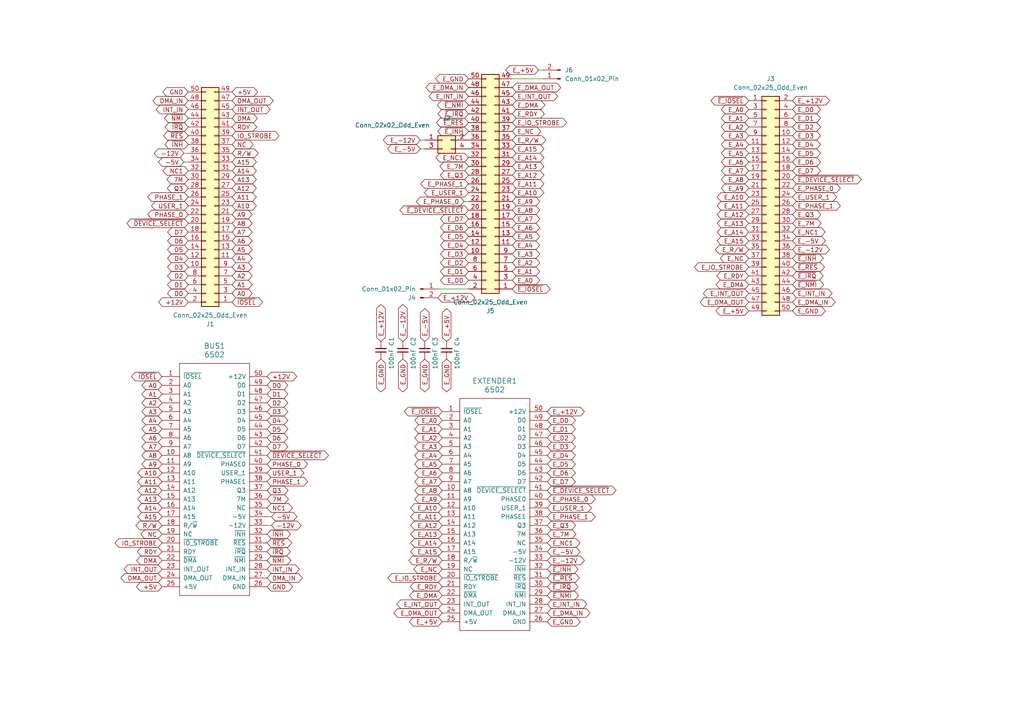
<source format=kicad_sch>
(kicad_sch
	(version 20250114)
	(generator "eeschema")
	(generator_version "9.0")
	(uuid "8af41c03-416a-442d-bffb-dba121942672")
	(paper "A4")
	(lib_symbols
		(symbol "V3_Library:6502_Bus"
			(pin_names
				(offset 1.016)
			)
			(exclude_from_sim no)
			(in_bom yes)
			(on_board yes)
			(property "Reference" "BUS"
				(at 0 17.272 0)
				(effects
					(font
						(size 1.524 1.524)
					)
				)
			)
			(property "Value" "6502"
				(at 0 21.59 0)
				(effects
					(font
						(size 1.524 1.524)
					)
				)
			)
			(property "Footprint" ""
				(at -26.67 46.99 0)
				(effects
					(font
						(size 1.524 1.524)
					)
					(hide yes)
				)
			)
			(property "Datasheet" ""
				(at -26.67 46.99 0)
				(effects
					(font
						(size 1.524 1.524)
					)
					(hide yes)
				)
			)
			(property "Description" ""
				(at 0 0 0)
				(effects
					(font
						(size 1.27 1.27)
					)
					(hide yes)
				)
			)
			(symbol "6502_Bus_0_1"
				(rectangle
					(start -10.16 33.02)
					(end 10.16 -34.29)
					(stroke
						(width 0)
						(type solid)
					)
					(fill
						(type none)
					)
				)
			)
			(symbol "6502_Bus_1_1"
				(pin input line
					(at -15.24 29.21 0)
					(length 5.08)
					(name "~{IOSEL}"
						(effects
							(font
								(size 1.27 1.27)
							)
						)
					)
					(number "1"
						(effects
							(font
								(size 1.27 1.27)
							)
						)
					)
				)
				(pin input line
					(at -15.24 26.67 0)
					(length 5.08)
					(name "A0"
						(effects
							(font
								(size 1.27 1.27)
							)
						)
					)
					(number "2"
						(effects
							(font
								(size 1.27 1.27)
							)
						)
					)
				)
				(pin input line
					(at -15.24 24.13 0)
					(length 5.08)
					(name "A1"
						(effects
							(font
								(size 1.27 1.27)
							)
						)
					)
					(number "3"
						(effects
							(font
								(size 1.27 1.27)
							)
						)
					)
				)
				(pin input line
					(at -15.24 21.59 0)
					(length 5.08)
					(name "A2"
						(effects
							(font
								(size 1.27 1.27)
							)
						)
					)
					(number "4"
						(effects
							(font
								(size 1.27 1.27)
							)
						)
					)
				)
				(pin input line
					(at -15.24 19.05 0)
					(length 5.08)
					(name "A3"
						(effects
							(font
								(size 1.27 1.27)
							)
						)
					)
					(number "5"
						(effects
							(font
								(size 1.27 1.27)
							)
						)
					)
				)
				(pin input line
					(at -15.24 16.51 0)
					(length 5.08)
					(name "A4"
						(effects
							(font
								(size 1.27 1.27)
							)
						)
					)
					(number "6"
						(effects
							(font
								(size 1.27 1.27)
							)
						)
					)
				)
				(pin input line
					(at -15.24 13.97 0)
					(length 5.08)
					(name "A5"
						(effects
							(font
								(size 1.27 1.27)
							)
						)
					)
					(number "7"
						(effects
							(font
								(size 1.27 1.27)
							)
						)
					)
				)
				(pin input line
					(at -15.24 11.43 0)
					(length 5.08)
					(name "A6"
						(effects
							(font
								(size 1.27 1.27)
							)
						)
					)
					(number "8"
						(effects
							(font
								(size 1.27 1.27)
							)
						)
					)
				)
				(pin input line
					(at -15.24 8.89 0)
					(length 5.08)
					(name "A7"
						(effects
							(font
								(size 1.27 1.27)
							)
						)
					)
					(number "9"
						(effects
							(font
								(size 1.27 1.27)
							)
						)
					)
				)
				(pin input line
					(at -15.24 6.35 0)
					(length 5.08)
					(name "A8"
						(effects
							(font
								(size 1.27 1.27)
							)
						)
					)
					(number "10"
						(effects
							(font
								(size 1.27 1.27)
							)
						)
					)
				)
				(pin input line
					(at -15.24 3.81 0)
					(length 5.08)
					(name "A9"
						(effects
							(font
								(size 1.27 1.27)
							)
						)
					)
					(number "11"
						(effects
							(font
								(size 1.27 1.27)
							)
						)
					)
				)
				(pin input line
					(at -15.24 1.27 0)
					(length 5.08)
					(name "A10"
						(effects
							(font
								(size 1.27 1.27)
							)
						)
					)
					(number "12"
						(effects
							(font
								(size 1.27 1.27)
							)
						)
					)
				)
				(pin input line
					(at -15.24 -1.27 0)
					(length 5.08)
					(name "A11"
						(effects
							(font
								(size 1.27 1.27)
							)
						)
					)
					(number "13"
						(effects
							(font
								(size 1.27 1.27)
							)
						)
					)
				)
				(pin input line
					(at -15.24 -3.81 0)
					(length 5.08)
					(name "A12"
						(effects
							(font
								(size 1.27 1.27)
							)
						)
					)
					(number "14"
						(effects
							(font
								(size 1.27 1.27)
							)
						)
					)
				)
				(pin input line
					(at -15.24 -6.35 0)
					(length 5.08)
					(name "A13"
						(effects
							(font
								(size 1.27 1.27)
							)
						)
					)
					(number "15"
						(effects
							(font
								(size 1.27 1.27)
							)
						)
					)
				)
				(pin input line
					(at -15.24 -8.89 0)
					(length 5.08)
					(name "A14"
						(effects
							(font
								(size 1.27 1.27)
							)
						)
					)
					(number "16"
						(effects
							(font
								(size 1.27 1.27)
							)
						)
					)
				)
				(pin input line
					(at -15.24 -11.43 0)
					(length 5.08)
					(name "A15"
						(effects
							(font
								(size 1.27 1.27)
							)
						)
					)
					(number "17"
						(effects
							(font
								(size 1.27 1.27)
							)
						)
					)
				)
				(pin input line
					(at -15.24 -13.97 0)
					(length 5.08)
					(name "R/~{W}"
						(effects
							(font
								(size 1.27 1.27)
							)
						)
					)
					(number "18"
						(effects
							(font
								(size 1.27 1.27)
							)
						)
					)
				)
				(pin input line
					(at -15.24 -16.51 0)
					(length 5.08)
					(name "NC"
						(effects
							(font
								(size 1.27 1.27)
							)
						)
					)
					(number "19"
						(effects
							(font
								(size 1.27 1.27)
							)
						)
					)
				)
				(pin input line
					(at -15.24 -19.05 0)
					(length 5.08)
					(name "~{IO_STROBE}"
						(effects
							(font
								(size 1.27 1.27)
							)
						)
					)
					(number "20"
						(effects
							(font
								(size 1.27 1.27)
							)
						)
					)
				)
				(pin input line
					(at -15.24 -21.59 0)
					(length 5.08)
					(name "RDY"
						(effects
							(font
								(size 1.27 1.27)
							)
						)
					)
					(number "21"
						(effects
							(font
								(size 1.27 1.27)
							)
						)
					)
				)
				(pin input line
					(at -15.24 -24.13 0)
					(length 5.08)
					(name "~{DMA}"
						(effects
							(font
								(size 1.27 1.27)
							)
						)
					)
					(number "22"
						(effects
							(font
								(size 1.27 1.27)
							)
						)
					)
				)
				(pin input line
					(at -15.24 -26.67 0)
					(length 5.08)
					(name "INT_OUT"
						(effects
							(font
								(size 1.27 1.27)
							)
						)
					)
					(number "23"
						(effects
							(font
								(size 1.27 1.27)
							)
						)
					)
				)
				(pin input line
					(at -15.24 -29.21 0)
					(length 5.08)
					(name "DMA_OUT"
						(effects
							(font
								(size 1.27 1.27)
							)
						)
					)
					(number "24"
						(effects
							(font
								(size 1.27 1.27)
							)
						)
					)
				)
				(pin input line
					(at -15.24 -31.75 0)
					(length 5.08)
					(name "+5V"
						(effects
							(font
								(size 1.27 1.27)
							)
						)
					)
					(number "25"
						(effects
							(font
								(size 1.27 1.27)
							)
						)
					)
				)
				(pin input line
					(at 15.24 29.21 180)
					(length 5.08)
					(name "+12V"
						(effects
							(font
								(size 1.27 1.27)
							)
						)
					)
					(number "50"
						(effects
							(font
								(size 1.27 1.27)
							)
						)
					)
				)
				(pin input line
					(at 15.24 26.67 180)
					(length 5.08)
					(name "D0"
						(effects
							(font
								(size 1.27 1.27)
							)
						)
					)
					(number "49"
						(effects
							(font
								(size 1.27 1.27)
							)
						)
					)
				)
				(pin input line
					(at 15.24 24.13 180)
					(length 5.08)
					(name "D1"
						(effects
							(font
								(size 1.27 1.27)
							)
						)
					)
					(number "48"
						(effects
							(font
								(size 1.27 1.27)
							)
						)
					)
				)
				(pin input line
					(at 15.24 21.59 180)
					(length 5.08)
					(name "D2"
						(effects
							(font
								(size 1.27 1.27)
							)
						)
					)
					(number "47"
						(effects
							(font
								(size 1.27 1.27)
							)
						)
					)
				)
				(pin input line
					(at 15.24 19.05 180)
					(length 5.08)
					(name "D3"
						(effects
							(font
								(size 1.27 1.27)
							)
						)
					)
					(number "46"
						(effects
							(font
								(size 1.27 1.27)
							)
						)
					)
				)
				(pin input line
					(at 15.24 16.51 180)
					(length 5.08)
					(name "D4"
						(effects
							(font
								(size 1.27 1.27)
							)
						)
					)
					(number "45"
						(effects
							(font
								(size 1.27 1.27)
							)
						)
					)
				)
				(pin input line
					(at 15.24 13.97 180)
					(length 5.08)
					(name "D5"
						(effects
							(font
								(size 1.27 1.27)
							)
						)
					)
					(number "44"
						(effects
							(font
								(size 1.27 1.27)
							)
						)
					)
				)
				(pin input line
					(at 15.24 11.43 180)
					(length 5.08)
					(name "D6"
						(effects
							(font
								(size 1.27 1.27)
							)
						)
					)
					(number "43"
						(effects
							(font
								(size 1.27 1.27)
							)
						)
					)
				)
				(pin input line
					(at 15.24 8.89 180)
					(length 5.08)
					(name "D7"
						(effects
							(font
								(size 1.27 1.27)
							)
						)
					)
					(number "42"
						(effects
							(font
								(size 1.27 1.27)
							)
						)
					)
				)
				(pin input line
					(at 15.24 6.35 180)
					(length 5.08)
					(name "~{DEVICE_SELECT}"
						(effects
							(font
								(size 1.27 1.27)
							)
						)
					)
					(number "41"
						(effects
							(font
								(size 1.27 1.27)
							)
						)
					)
				)
				(pin input line
					(at 15.24 3.81 180)
					(length 5.08)
					(name "PHASE0"
						(effects
							(font
								(size 1.27 1.27)
							)
						)
					)
					(number "40"
						(effects
							(font
								(size 1.27 1.27)
							)
						)
					)
				)
				(pin input line
					(at 15.24 1.27 180)
					(length 5.08)
					(name "USER_1"
						(effects
							(font
								(size 1.27 1.27)
							)
						)
					)
					(number "39"
						(effects
							(font
								(size 1.27 1.27)
							)
						)
					)
				)
				(pin input line
					(at 15.24 -1.27 180)
					(length 5.08)
					(name "PHASE1"
						(effects
							(font
								(size 1.27 1.27)
							)
						)
					)
					(number "38"
						(effects
							(font
								(size 1.27 1.27)
							)
						)
					)
				)
				(pin input line
					(at 15.24 -3.81 180)
					(length 5.08)
					(name "Q3"
						(effects
							(font
								(size 1.27 1.27)
							)
						)
					)
					(number "37"
						(effects
							(font
								(size 1.27 1.27)
							)
						)
					)
				)
				(pin input line
					(at 15.24 -6.35 180)
					(length 5.08)
					(name "7M"
						(effects
							(font
								(size 1.27 1.27)
							)
						)
					)
					(number "36"
						(effects
							(font
								(size 1.27 1.27)
							)
						)
					)
				)
				(pin input line
					(at 15.24 -8.89 180)
					(length 5.08)
					(name "NC"
						(effects
							(font
								(size 1.27 1.27)
							)
						)
					)
					(number "35"
						(effects
							(font
								(size 1.27 1.27)
							)
						)
					)
				)
				(pin input line
					(at 15.24 -11.43 180)
					(length 5.08)
					(name "-5V"
						(effects
							(font
								(size 1.27 1.27)
							)
						)
					)
					(number "34"
						(effects
							(font
								(size 1.27 1.27)
							)
						)
					)
				)
				(pin input line
					(at 15.24 -13.97 180)
					(length 5.08)
					(name "-12V"
						(effects
							(font
								(size 1.27 1.27)
							)
						)
					)
					(number "33"
						(effects
							(font
								(size 1.27 1.27)
							)
						)
					)
				)
				(pin input line
					(at 15.24 -16.51 180)
					(length 5.08)
					(name "~{INH}"
						(effects
							(font
								(size 1.27 1.27)
							)
						)
					)
					(number "32"
						(effects
							(font
								(size 1.27 1.27)
							)
						)
					)
				)
				(pin input line
					(at 15.24 -19.05 180)
					(length 5.08)
					(name "~{RES}"
						(effects
							(font
								(size 1.27 1.27)
							)
						)
					)
					(number "31"
						(effects
							(font
								(size 1.27 1.27)
							)
						)
					)
				)
				(pin input line
					(at 15.24 -21.59 180)
					(length 5.08)
					(name "~{IRQ}"
						(effects
							(font
								(size 1.27 1.27)
							)
						)
					)
					(number "30"
						(effects
							(font
								(size 1.27 1.27)
							)
						)
					)
				)
				(pin input line
					(at 15.24 -24.13 180)
					(length 5.08)
					(name "~{NMI}"
						(effects
							(font
								(size 1.27 1.27)
							)
						)
					)
					(number "29"
						(effects
							(font
								(size 1.27 1.27)
							)
						)
					)
				)
				(pin input line
					(at 15.24 -26.67 180)
					(length 5.08)
					(name "INT_IN"
						(effects
							(font
								(size 1.27 1.27)
							)
						)
					)
					(number "28"
						(effects
							(font
								(size 1.27 1.27)
							)
						)
					)
				)
				(pin input line
					(at 15.24 -29.21 180)
					(length 5.08)
					(name "DMA_IN"
						(effects
							(font
								(size 1.27 1.27)
							)
						)
					)
					(number "27"
						(effects
							(font
								(size 1.27 1.27)
							)
						)
					)
				)
				(pin input line
					(at 15.24 -31.75 180)
					(length 5.08)
					(name "GND"
						(effects
							(font
								(size 1.27 1.27)
							)
						)
					)
					(number "26"
						(effects
							(font
								(size 1.27 1.27)
							)
						)
					)
				)
			)
			(embedded_fonts no)
		)
		(symbol "V3_Library:C_Small"
			(pin_numbers
				(hide yes)
			)
			(pin_names
				(offset 0.254)
				(hide yes)
			)
			(exclude_from_sim no)
			(in_bom yes)
			(on_board yes)
			(property "Reference" "C"
				(at 0.254 1.778 0)
				(effects
					(font
						(size 1.27 1.27)
					)
					(justify left)
				)
			)
			(property "Value" "C_Small"
				(at 0.254 -2.032 0)
				(effects
					(font
						(size 1.27 1.27)
					)
					(justify left)
				)
			)
			(property "Footprint" ""
				(at 0 0 0)
				(effects
					(font
						(size 1.27 1.27)
					)
					(hide yes)
				)
			)
			(property "Datasheet" "~"
				(at 0 0 0)
				(effects
					(font
						(size 1.27 1.27)
					)
					(hide yes)
				)
			)
			(property "Description" "Unpolarized capacitor, small symbol"
				(at 0 0 0)
				(effects
					(font
						(size 1.27 1.27)
					)
					(hide yes)
				)
			)
			(property "ki_keywords" "capacitor cap"
				(at 0 0 0)
				(effects
					(font
						(size 1.27 1.27)
					)
					(hide yes)
				)
			)
			(property "ki_fp_filters" "C_*"
				(at 0 0 0)
				(effects
					(font
						(size 1.27 1.27)
					)
					(hide yes)
				)
			)
			(symbol "C_Small_0_1"
				(polyline
					(pts
						(xy -1.524 0.508) (xy 1.524 0.508)
					)
					(stroke
						(width 0.3048)
						(type default)
					)
					(fill
						(type none)
					)
				)
				(polyline
					(pts
						(xy -1.524 -0.508) (xy 1.524 -0.508)
					)
					(stroke
						(width 0.3302)
						(type default)
					)
					(fill
						(type none)
					)
				)
			)
			(symbol "C_Small_1_1"
				(pin passive line
					(at 0 2.54 270)
					(length 2.032)
					(name "~"
						(effects
							(font
								(size 1.27 1.27)
							)
						)
					)
					(number "1"
						(effects
							(font
								(size 1.27 1.27)
							)
						)
					)
				)
				(pin passive line
					(at 0 -2.54 90)
					(length 2.032)
					(name "~"
						(effects
							(font
								(size 1.27 1.27)
							)
						)
					)
					(number "2"
						(effects
							(font
								(size 1.27 1.27)
							)
						)
					)
				)
			)
			(embedded_fonts no)
		)
		(symbol "V3_Library:Conn_01x02_Pin"
			(pin_names
				(offset 1.016)
				(hide yes)
			)
			(exclude_from_sim no)
			(in_bom yes)
			(on_board yes)
			(property "Reference" "J"
				(at 0 2.54 0)
				(effects
					(font
						(size 1.27 1.27)
					)
				)
			)
			(property "Value" "Conn_01x02_Pin"
				(at 0 -5.08 0)
				(effects
					(font
						(size 1.27 1.27)
					)
				)
			)
			(property "Footprint" ""
				(at 0 0 0)
				(effects
					(font
						(size 1.27 1.27)
					)
					(hide yes)
				)
			)
			(property "Datasheet" "~"
				(at 0 0 0)
				(effects
					(font
						(size 1.27 1.27)
					)
					(hide yes)
				)
			)
			(property "Description" "Generic connector, single row, 01x02, script generated"
				(at 0 0 0)
				(effects
					(font
						(size 1.27 1.27)
					)
					(hide yes)
				)
			)
			(property "ki_locked" ""
				(at 0 0 0)
				(effects
					(font
						(size 1.27 1.27)
					)
				)
			)
			(property "ki_keywords" "connector"
				(at 0 0 0)
				(effects
					(font
						(size 1.27 1.27)
					)
					(hide yes)
				)
			)
			(property "ki_fp_filters" "Connector*:*_1x??_*"
				(at 0 0 0)
				(effects
					(font
						(size 1.27 1.27)
					)
					(hide yes)
				)
			)
			(symbol "Conn_01x02_Pin_1_1"
				(rectangle
					(start 0.8636 0.127)
					(end 0 -0.127)
					(stroke
						(width 0.1524)
						(type default)
					)
					(fill
						(type outline)
					)
				)
				(rectangle
					(start 0.8636 -2.413)
					(end 0 -2.667)
					(stroke
						(width 0.1524)
						(type default)
					)
					(fill
						(type outline)
					)
				)
				(polyline
					(pts
						(xy 1.27 0) (xy 0.8636 0)
					)
					(stroke
						(width 0.1524)
						(type default)
					)
					(fill
						(type none)
					)
				)
				(polyline
					(pts
						(xy 1.27 -2.54) (xy 0.8636 -2.54)
					)
					(stroke
						(width 0.1524)
						(type default)
					)
					(fill
						(type none)
					)
				)
				(pin passive line
					(at 5.08 0 180)
					(length 3.81)
					(name "Pin_1"
						(effects
							(font
								(size 1.27 1.27)
							)
						)
					)
					(number "1"
						(effects
							(font
								(size 1.27 1.27)
							)
						)
					)
				)
				(pin passive line
					(at 5.08 -2.54 180)
					(length 3.81)
					(name "Pin_2"
						(effects
							(font
								(size 1.27 1.27)
							)
						)
					)
					(number "2"
						(effects
							(font
								(size 1.27 1.27)
							)
						)
					)
				)
			)
			(embedded_fonts no)
		)
		(symbol "V3_Library:Conn_02x02_Odd_Even"
			(pin_names
				(offset 1.016)
				(hide yes)
			)
			(exclude_from_sim no)
			(in_bom yes)
			(on_board yes)
			(property "Reference" "J"
				(at 1.27 2.54 0)
				(effects
					(font
						(size 1.27 1.27)
					)
				)
			)
			(property "Value" "Conn_02x02_Odd_Even"
				(at 1.27 -5.08 0)
				(effects
					(font
						(size 1.27 1.27)
					)
				)
			)
			(property "Footprint" ""
				(at 0 0 0)
				(effects
					(font
						(size 1.27 1.27)
					)
					(hide yes)
				)
			)
			(property "Datasheet" "~"
				(at 0 0 0)
				(effects
					(font
						(size 1.27 1.27)
					)
					(hide yes)
				)
			)
			(property "Description" "Generic connector, double row, 02x02, odd/even pin numbering scheme (row 1 odd numbers, row 2 even numbers), script generated (kicad-library-utils/schlib/autogen/connector/)"
				(at 0 0 0)
				(effects
					(font
						(size 1.27 1.27)
					)
					(hide yes)
				)
			)
			(property "ki_keywords" "connector"
				(at 0 0 0)
				(effects
					(font
						(size 1.27 1.27)
					)
					(hide yes)
				)
			)
			(property "ki_fp_filters" "Connector*:*_2x??_*"
				(at 0 0 0)
				(effects
					(font
						(size 1.27 1.27)
					)
					(hide yes)
				)
			)
			(symbol "Conn_02x02_Odd_Even_1_1"
				(rectangle
					(start -1.27 1.27)
					(end 3.81 -3.81)
					(stroke
						(width 0.254)
						(type default)
					)
					(fill
						(type background)
					)
				)
				(rectangle
					(start -1.27 0.127)
					(end 0 -0.127)
					(stroke
						(width 0.1524)
						(type default)
					)
					(fill
						(type none)
					)
				)
				(rectangle
					(start -1.27 -2.413)
					(end 0 -2.667)
					(stroke
						(width 0.1524)
						(type default)
					)
					(fill
						(type none)
					)
				)
				(rectangle
					(start 3.81 0.127)
					(end 2.54 -0.127)
					(stroke
						(width 0.1524)
						(type default)
					)
					(fill
						(type none)
					)
				)
				(rectangle
					(start 3.81 -2.413)
					(end 2.54 -2.667)
					(stroke
						(width 0.1524)
						(type default)
					)
					(fill
						(type none)
					)
				)
				(pin passive line
					(at -5.08 0 0)
					(length 3.81)
					(name "Pin_1"
						(effects
							(font
								(size 1.27 1.27)
							)
						)
					)
					(number "1"
						(effects
							(font
								(size 1.27 1.27)
							)
						)
					)
				)
				(pin passive line
					(at -5.08 -2.54 0)
					(length 3.81)
					(name "Pin_3"
						(effects
							(font
								(size 1.27 1.27)
							)
						)
					)
					(number "3"
						(effects
							(font
								(size 1.27 1.27)
							)
						)
					)
				)
				(pin passive line
					(at 7.62 0 180)
					(length 3.81)
					(name "Pin_2"
						(effects
							(font
								(size 1.27 1.27)
							)
						)
					)
					(number "2"
						(effects
							(font
								(size 1.27 1.27)
							)
						)
					)
				)
				(pin passive line
					(at 7.62 -2.54 180)
					(length 3.81)
					(name "Pin_4"
						(effects
							(font
								(size 1.27 1.27)
							)
						)
					)
					(number "4"
						(effects
							(font
								(size 1.27 1.27)
							)
						)
					)
				)
			)
			(embedded_fonts no)
		)
		(symbol "V3_Library:Conn_02x25_Odd_Even"
			(pin_names
				(offset 1.016)
				(hide yes)
			)
			(exclude_from_sim no)
			(in_bom yes)
			(on_board yes)
			(property "Reference" "J"
				(at 1.27 33.02 0)
				(effects
					(font
						(size 1.27 1.27)
					)
				)
			)
			(property "Value" "Conn_02x25_Odd_Even"
				(at 1.27 -33.02 0)
				(effects
					(font
						(size 1.27 1.27)
					)
				)
			)
			(property "Footprint" ""
				(at 0 0 0)
				(effects
					(font
						(size 1.27 1.27)
					)
					(hide yes)
				)
			)
			(property "Datasheet" "~"
				(at 0 0 0)
				(effects
					(font
						(size 1.27 1.27)
					)
					(hide yes)
				)
			)
			(property "Description" "Generic connector, double row, 02x25, odd/even pin numbering scheme (row 1 odd numbers, row 2 even numbers), script generated (kicad-library-utils/schlib/autogen/connector/)"
				(at 0 0 0)
				(effects
					(font
						(size 1.27 1.27)
					)
					(hide yes)
				)
			)
			(property "ki_keywords" "connector"
				(at 0 0 0)
				(effects
					(font
						(size 1.27 1.27)
					)
					(hide yes)
				)
			)
			(property "ki_fp_filters" "Connector*:*_2x??_*"
				(at 0 0 0)
				(effects
					(font
						(size 1.27 1.27)
					)
					(hide yes)
				)
			)
			(symbol "Conn_02x25_Odd_Even_1_1"
				(rectangle
					(start -1.27 31.75)
					(end 3.81 -31.75)
					(stroke
						(width 0.254)
						(type default)
					)
					(fill
						(type background)
					)
				)
				(rectangle
					(start -1.27 30.607)
					(end 0 30.353)
					(stroke
						(width 0.1524)
						(type default)
					)
					(fill
						(type none)
					)
				)
				(rectangle
					(start -1.27 28.067)
					(end 0 27.813)
					(stroke
						(width 0.1524)
						(type default)
					)
					(fill
						(type none)
					)
				)
				(rectangle
					(start -1.27 25.527)
					(end 0 25.273)
					(stroke
						(width 0.1524)
						(type default)
					)
					(fill
						(type none)
					)
				)
				(rectangle
					(start -1.27 22.987)
					(end 0 22.733)
					(stroke
						(width 0.1524)
						(type default)
					)
					(fill
						(type none)
					)
				)
				(rectangle
					(start -1.27 20.447)
					(end 0 20.193)
					(stroke
						(width 0.1524)
						(type default)
					)
					(fill
						(type none)
					)
				)
				(rectangle
					(start -1.27 17.907)
					(end 0 17.653)
					(stroke
						(width 0.1524)
						(type default)
					)
					(fill
						(type none)
					)
				)
				(rectangle
					(start -1.27 15.367)
					(end 0 15.113)
					(stroke
						(width 0.1524)
						(type default)
					)
					(fill
						(type none)
					)
				)
				(rectangle
					(start -1.27 12.827)
					(end 0 12.573)
					(stroke
						(width 0.1524)
						(type default)
					)
					(fill
						(type none)
					)
				)
				(rectangle
					(start -1.27 10.287)
					(end 0 10.033)
					(stroke
						(width 0.1524)
						(type default)
					)
					(fill
						(type none)
					)
				)
				(rectangle
					(start -1.27 7.747)
					(end 0 7.493)
					(stroke
						(width 0.1524)
						(type default)
					)
					(fill
						(type none)
					)
				)
				(rectangle
					(start -1.27 5.207)
					(end 0 4.953)
					(stroke
						(width 0.1524)
						(type default)
					)
					(fill
						(type none)
					)
				)
				(rectangle
					(start -1.27 2.667)
					(end 0 2.413)
					(stroke
						(width 0.1524)
						(type default)
					)
					(fill
						(type none)
					)
				)
				(rectangle
					(start -1.27 0.127)
					(end 0 -0.127)
					(stroke
						(width 0.1524)
						(type default)
					)
					(fill
						(type none)
					)
				)
				(rectangle
					(start -1.27 -2.413)
					(end 0 -2.667)
					(stroke
						(width 0.1524)
						(type default)
					)
					(fill
						(type none)
					)
				)
				(rectangle
					(start -1.27 -4.953)
					(end 0 -5.207)
					(stroke
						(width 0.1524)
						(type default)
					)
					(fill
						(type none)
					)
				)
				(rectangle
					(start -1.27 -7.493)
					(end 0 -7.747)
					(stroke
						(width 0.1524)
						(type default)
					)
					(fill
						(type none)
					)
				)
				(rectangle
					(start -1.27 -10.033)
					(end 0 -10.287)
					(stroke
						(width 0.1524)
						(type default)
					)
					(fill
						(type none)
					)
				)
				(rectangle
					(start -1.27 -12.573)
					(end 0 -12.827)
					(stroke
						(width 0.1524)
						(type default)
					)
					(fill
						(type none)
					)
				)
				(rectangle
					(start -1.27 -15.113)
					(end 0 -15.367)
					(stroke
						(width 0.1524)
						(type default)
					)
					(fill
						(type none)
					)
				)
				(rectangle
					(start -1.27 -17.653)
					(end 0 -17.907)
					(stroke
						(width 0.1524)
						(type default)
					)
					(fill
						(type none)
					)
				)
				(rectangle
					(start -1.27 -20.193)
					(end 0 -20.447)
					(stroke
						(width 0.1524)
						(type default)
					)
					(fill
						(type none)
					)
				)
				(rectangle
					(start -1.27 -22.733)
					(end 0 -22.987)
					(stroke
						(width 0.1524)
						(type default)
					)
					(fill
						(type none)
					)
				)
				(rectangle
					(start -1.27 -25.273)
					(end 0 -25.527)
					(stroke
						(width 0.1524)
						(type default)
					)
					(fill
						(type none)
					)
				)
				(rectangle
					(start -1.27 -27.813)
					(end 0 -28.067)
					(stroke
						(width 0.1524)
						(type default)
					)
					(fill
						(type none)
					)
				)
				(rectangle
					(start -1.27 -30.353)
					(end 0 -30.607)
					(stroke
						(width 0.1524)
						(type default)
					)
					(fill
						(type none)
					)
				)
				(rectangle
					(start 3.81 30.607)
					(end 2.54 30.353)
					(stroke
						(width 0.1524)
						(type default)
					)
					(fill
						(type none)
					)
				)
				(rectangle
					(start 3.81 28.067)
					(end 2.54 27.813)
					(stroke
						(width 0.1524)
						(type default)
					)
					(fill
						(type none)
					)
				)
				(rectangle
					(start 3.81 25.527)
					(end 2.54 25.273)
					(stroke
						(width 0.1524)
						(type default)
					)
					(fill
						(type none)
					)
				)
				(rectangle
					(start 3.81 22.987)
					(end 2.54 22.733)
					(stroke
						(width 0.1524)
						(type default)
					)
					(fill
						(type none)
					)
				)
				(rectangle
					(start 3.81 20.447)
					(end 2.54 20.193)
					(stroke
						(width 0.1524)
						(type default)
					)
					(fill
						(type none)
					)
				)
				(rectangle
					(start 3.81 17.907)
					(end 2.54 17.653)
					(stroke
						(width 0.1524)
						(type default)
					)
					(fill
						(type none)
					)
				)
				(rectangle
					(start 3.81 15.367)
					(end 2.54 15.113)
					(stroke
						(width 0.1524)
						(type default)
					)
					(fill
						(type none)
					)
				)
				(rectangle
					(start 3.81 12.827)
					(end 2.54 12.573)
					(stroke
						(width 0.1524)
						(type default)
					)
					(fill
						(type none)
					)
				)
				(rectangle
					(start 3.81 10.287)
					(end 2.54 10.033)
					(stroke
						(width 0.1524)
						(type default)
					)
					(fill
						(type none)
					)
				)
				(rectangle
					(start 3.81 7.747)
					(end 2.54 7.493)
					(stroke
						(width 0.1524)
						(type default)
					)
					(fill
						(type none)
					)
				)
				(rectangle
					(start 3.81 5.207)
					(end 2.54 4.953)
					(stroke
						(width 0.1524)
						(type default)
					)
					(fill
						(type none)
					)
				)
				(rectangle
					(start 3.81 2.667)
					(end 2.54 2.413)
					(stroke
						(width 0.1524)
						(type default)
					)
					(fill
						(type none)
					)
				)
				(rectangle
					(start 3.81 0.127)
					(end 2.54 -0.127)
					(stroke
						(width 0.1524)
						(type default)
					)
					(fill
						(type none)
					)
				)
				(rectangle
					(start 3.81 -2.413)
					(end 2.54 -2.667)
					(stroke
						(width 0.1524)
						(type default)
					)
					(fill
						(type none)
					)
				)
				(rectangle
					(start 3.81 -4.953)
					(end 2.54 -5.207)
					(stroke
						(width 0.1524)
						(type default)
					)
					(fill
						(type none)
					)
				)
				(rectangle
					(start 3.81 -7.493)
					(end 2.54 -7.747)
					(stroke
						(width 0.1524)
						(type default)
					)
					(fill
						(type none)
					)
				)
				(rectangle
					(start 3.81 -10.033)
					(end 2.54 -10.287)
					(stroke
						(width 0.1524)
						(type default)
					)
					(fill
						(type none)
					)
				)
				(rectangle
					(start 3.81 -12.573)
					(end 2.54 -12.827)
					(stroke
						(width 0.1524)
						(type default)
					)
					(fill
						(type none)
					)
				)
				(rectangle
					(start 3.81 -15.113)
					(end 2.54 -15.367)
					(stroke
						(width 0.1524)
						(type default)
					)
					(fill
						(type none)
					)
				)
				(rectangle
					(start 3.81 -17.653)
					(end 2.54 -17.907)
					(stroke
						(width 0.1524)
						(type default)
					)
					(fill
						(type none)
					)
				)
				(rectangle
					(start 3.81 -20.193)
					(end 2.54 -20.447)
					(stroke
						(width 0.1524)
						(type default)
					)
					(fill
						(type none)
					)
				)
				(rectangle
					(start 3.81 -22.733)
					(end 2.54 -22.987)
					(stroke
						(width 0.1524)
						(type default)
					)
					(fill
						(type none)
					)
				)
				(rectangle
					(start 3.81 -25.273)
					(end 2.54 -25.527)
					(stroke
						(width 0.1524)
						(type default)
					)
					(fill
						(type none)
					)
				)
				(rectangle
					(start 3.81 -27.813)
					(end 2.54 -28.067)
					(stroke
						(width 0.1524)
						(type default)
					)
					(fill
						(type none)
					)
				)
				(rectangle
					(start 3.81 -30.353)
					(end 2.54 -30.607)
					(stroke
						(width 0.1524)
						(type default)
					)
					(fill
						(type none)
					)
				)
				(pin passive line
					(at -5.08 30.48 0)
					(length 3.81)
					(name "Pin_1"
						(effects
							(font
								(size 1.27 1.27)
							)
						)
					)
					(number "1"
						(effects
							(font
								(size 1.27 1.27)
							)
						)
					)
				)
				(pin passive line
					(at -5.08 27.94 0)
					(length 3.81)
					(name "Pin_3"
						(effects
							(font
								(size 1.27 1.27)
							)
						)
					)
					(number "3"
						(effects
							(font
								(size 1.27 1.27)
							)
						)
					)
				)
				(pin passive line
					(at -5.08 25.4 0)
					(length 3.81)
					(name "Pin_5"
						(effects
							(font
								(size 1.27 1.27)
							)
						)
					)
					(number "5"
						(effects
							(font
								(size 1.27 1.27)
							)
						)
					)
				)
				(pin passive line
					(at -5.08 22.86 0)
					(length 3.81)
					(name "Pin_7"
						(effects
							(font
								(size 1.27 1.27)
							)
						)
					)
					(number "7"
						(effects
							(font
								(size 1.27 1.27)
							)
						)
					)
				)
				(pin passive line
					(at -5.08 20.32 0)
					(length 3.81)
					(name "Pin_9"
						(effects
							(font
								(size 1.27 1.27)
							)
						)
					)
					(number "9"
						(effects
							(font
								(size 1.27 1.27)
							)
						)
					)
				)
				(pin passive line
					(at -5.08 17.78 0)
					(length 3.81)
					(name "Pin_11"
						(effects
							(font
								(size 1.27 1.27)
							)
						)
					)
					(number "11"
						(effects
							(font
								(size 1.27 1.27)
							)
						)
					)
				)
				(pin passive line
					(at -5.08 15.24 0)
					(length 3.81)
					(name "Pin_13"
						(effects
							(font
								(size 1.27 1.27)
							)
						)
					)
					(number "13"
						(effects
							(font
								(size 1.27 1.27)
							)
						)
					)
				)
				(pin passive line
					(at -5.08 12.7 0)
					(length 3.81)
					(name "Pin_15"
						(effects
							(font
								(size 1.27 1.27)
							)
						)
					)
					(number "15"
						(effects
							(font
								(size 1.27 1.27)
							)
						)
					)
				)
				(pin passive line
					(at -5.08 10.16 0)
					(length 3.81)
					(name "Pin_17"
						(effects
							(font
								(size 1.27 1.27)
							)
						)
					)
					(number "17"
						(effects
							(font
								(size 1.27 1.27)
							)
						)
					)
				)
				(pin passive line
					(at -5.08 7.62 0)
					(length 3.81)
					(name "Pin_19"
						(effects
							(font
								(size 1.27 1.27)
							)
						)
					)
					(number "19"
						(effects
							(font
								(size 1.27 1.27)
							)
						)
					)
				)
				(pin passive line
					(at -5.08 5.08 0)
					(length 3.81)
					(name "Pin_21"
						(effects
							(font
								(size 1.27 1.27)
							)
						)
					)
					(number "21"
						(effects
							(font
								(size 1.27 1.27)
							)
						)
					)
				)
				(pin passive line
					(at -5.08 2.54 0)
					(length 3.81)
					(name "Pin_23"
						(effects
							(font
								(size 1.27 1.27)
							)
						)
					)
					(number "23"
						(effects
							(font
								(size 1.27 1.27)
							)
						)
					)
				)
				(pin passive line
					(at -5.08 0 0)
					(length 3.81)
					(name "Pin_25"
						(effects
							(font
								(size 1.27 1.27)
							)
						)
					)
					(number "25"
						(effects
							(font
								(size 1.27 1.27)
							)
						)
					)
				)
				(pin passive line
					(at -5.08 -2.54 0)
					(length 3.81)
					(name "Pin_27"
						(effects
							(font
								(size 1.27 1.27)
							)
						)
					)
					(number "27"
						(effects
							(font
								(size 1.27 1.27)
							)
						)
					)
				)
				(pin passive line
					(at -5.08 -5.08 0)
					(length 3.81)
					(name "Pin_29"
						(effects
							(font
								(size 1.27 1.27)
							)
						)
					)
					(number "29"
						(effects
							(font
								(size 1.27 1.27)
							)
						)
					)
				)
				(pin passive line
					(at -5.08 -7.62 0)
					(length 3.81)
					(name "Pin_31"
						(effects
							(font
								(size 1.27 1.27)
							)
						)
					)
					(number "31"
						(effects
							(font
								(size 1.27 1.27)
							)
						)
					)
				)
				(pin passive line
					(at -5.08 -10.16 0)
					(length 3.81)
					(name "Pin_33"
						(effects
							(font
								(size 1.27 1.27)
							)
						)
					)
					(number "33"
						(effects
							(font
								(size 1.27 1.27)
							)
						)
					)
				)
				(pin passive line
					(at -5.08 -12.7 0)
					(length 3.81)
					(name "Pin_35"
						(effects
							(font
								(size 1.27 1.27)
							)
						)
					)
					(number "35"
						(effects
							(font
								(size 1.27 1.27)
							)
						)
					)
				)
				(pin passive line
					(at -5.08 -15.24 0)
					(length 3.81)
					(name "Pin_37"
						(effects
							(font
								(size 1.27 1.27)
							)
						)
					)
					(number "37"
						(effects
							(font
								(size 1.27 1.27)
							)
						)
					)
				)
				(pin passive line
					(at -5.08 -17.78 0)
					(length 3.81)
					(name "Pin_39"
						(effects
							(font
								(size 1.27 1.27)
							)
						)
					)
					(number "39"
						(effects
							(font
								(size 1.27 1.27)
							)
						)
					)
				)
				(pin passive line
					(at -5.08 -20.32 0)
					(length 3.81)
					(name "Pin_41"
						(effects
							(font
								(size 1.27 1.27)
							)
						)
					)
					(number "41"
						(effects
							(font
								(size 1.27 1.27)
							)
						)
					)
				)
				(pin passive line
					(at -5.08 -22.86 0)
					(length 3.81)
					(name "Pin_43"
						(effects
							(font
								(size 1.27 1.27)
							)
						)
					)
					(number "43"
						(effects
							(font
								(size 1.27 1.27)
							)
						)
					)
				)
				(pin passive line
					(at -5.08 -25.4 0)
					(length 3.81)
					(name "Pin_45"
						(effects
							(font
								(size 1.27 1.27)
							)
						)
					)
					(number "45"
						(effects
							(font
								(size 1.27 1.27)
							)
						)
					)
				)
				(pin passive line
					(at -5.08 -27.94 0)
					(length 3.81)
					(name "Pin_47"
						(effects
							(font
								(size 1.27 1.27)
							)
						)
					)
					(number "47"
						(effects
							(font
								(size 1.27 1.27)
							)
						)
					)
				)
				(pin passive line
					(at -5.08 -30.48 0)
					(length 3.81)
					(name "Pin_49"
						(effects
							(font
								(size 1.27 1.27)
							)
						)
					)
					(number "49"
						(effects
							(font
								(size 1.27 1.27)
							)
						)
					)
				)
				(pin passive line
					(at 7.62 30.48 180)
					(length 3.81)
					(name "Pin_2"
						(effects
							(font
								(size 1.27 1.27)
							)
						)
					)
					(number "2"
						(effects
							(font
								(size 1.27 1.27)
							)
						)
					)
				)
				(pin passive line
					(at 7.62 27.94 180)
					(length 3.81)
					(name "Pin_4"
						(effects
							(font
								(size 1.27 1.27)
							)
						)
					)
					(number "4"
						(effects
							(font
								(size 1.27 1.27)
							)
						)
					)
				)
				(pin passive line
					(at 7.62 25.4 180)
					(length 3.81)
					(name "Pin_6"
						(effects
							(font
								(size 1.27 1.27)
							)
						)
					)
					(number "6"
						(effects
							(font
								(size 1.27 1.27)
							)
						)
					)
				)
				(pin passive line
					(at 7.62 22.86 180)
					(length 3.81)
					(name "Pin_8"
						(effects
							(font
								(size 1.27 1.27)
							)
						)
					)
					(number "8"
						(effects
							(font
								(size 1.27 1.27)
							)
						)
					)
				)
				(pin passive line
					(at 7.62 20.32 180)
					(length 3.81)
					(name "Pin_10"
						(effects
							(font
								(size 1.27 1.27)
							)
						)
					)
					(number "10"
						(effects
							(font
								(size 1.27 1.27)
							)
						)
					)
				)
				(pin passive line
					(at 7.62 17.78 180)
					(length 3.81)
					(name "Pin_12"
						(effects
							(font
								(size 1.27 1.27)
							)
						)
					)
					(number "12"
						(effects
							(font
								(size 1.27 1.27)
							)
						)
					)
				)
				(pin passive line
					(at 7.62 15.24 180)
					(length 3.81)
					(name "Pin_14"
						(effects
							(font
								(size 1.27 1.27)
							)
						)
					)
					(number "14"
						(effects
							(font
								(size 1.27 1.27)
							)
						)
					)
				)
				(pin passive line
					(at 7.62 12.7 180)
					(length 3.81)
					(name "Pin_16"
						(effects
							(font
								(size 1.27 1.27)
							)
						)
					)
					(number "16"
						(effects
							(font
								(size 1.27 1.27)
							)
						)
					)
				)
				(pin passive line
					(at 7.62 10.16 180)
					(length 3.81)
					(name "Pin_18"
						(effects
							(font
								(size 1.27 1.27)
							)
						)
					)
					(number "18"
						(effects
							(font
								(size 1.27 1.27)
							)
						)
					)
				)
				(pin passive line
					(at 7.62 7.62 180)
					(length 3.81)
					(name "Pin_20"
						(effects
							(font
								(size 1.27 1.27)
							)
						)
					)
					(number "20"
						(effects
							(font
								(size 1.27 1.27)
							)
						)
					)
				)
				(pin passive line
					(at 7.62 5.08 180)
					(length 3.81)
					(name "Pin_22"
						(effects
							(font
								(size 1.27 1.27)
							)
						)
					)
					(number "22"
						(effects
							(font
								(size 1.27 1.27)
							)
						)
					)
				)
				(pin passive line
					(at 7.62 2.54 180)
					(length 3.81)
					(name "Pin_24"
						(effects
							(font
								(size 1.27 1.27)
							)
						)
					)
					(number "24"
						(effects
							(font
								(size 1.27 1.27)
							)
						)
					)
				)
				(pin passive line
					(at 7.62 0 180)
					(length 3.81)
					(name "Pin_26"
						(effects
							(font
								(size 1.27 1.27)
							)
						)
					)
					(number "26"
						(effects
							(font
								(size 1.27 1.27)
							)
						)
					)
				)
				(pin passive line
					(at 7.62 -2.54 180)
					(length 3.81)
					(name "Pin_28"
						(effects
							(font
								(size 1.27 1.27)
							)
						)
					)
					(number "28"
						(effects
							(font
								(size 1.27 1.27)
							)
						)
					)
				)
				(pin passive line
					(at 7.62 -5.08 180)
					(length 3.81)
					(name "Pin_30"
						(effects
							(font
								(size 1.27 1.27)
							)
						)
					)
					(number "30"
						(effects
							(font
								(size 1.27 1.27)
							)
						)
					)
				)
				(pin passive line
					(at 7.62 -7.62 180)
					(length 3.81)
					(name "Pin_32"
						(effects
							(font
								(size 1.27 1.27)
							)
						)
					)
					(number "32"
						(effects
							(font
								(size 1.27 1.27)
							)
						)
					)
				)
				(pin passive line
					(at 7.62 -10.16 180)
					(length 3.81)
					(name "Pin_34"
						(effects
							(font
								(size 1.27 1.27)
							)
						)
					)
					(number "34"
						(effects
							(font
								(size 1.27 1.27)
							)
						)
					)
				)
				(pin passive line
					(at 7.62 -12.7 180)
					(length 3.81)
					(name "Pin_36"
						(effects
							(font
								(size 1.27 1.27)
							)
						)
					)
					(number "36"
						(effects
							(font
								(size 1.27 1.27)
							)
						)
					)
				)
				(pin passive line
					(at 7.62 -15.24 180)
					(length 3.81)
					(name "Pin_38"
						(effects
							(font
								(size 1.27 1.27)
							)
						)
					)
					(number "38"
						(effects
							(font
								(size 1.27 1.27)
							)
						)
					)
				)
				(pin passive line
					(at 7.62 -17.78 180)
					(length 3.81)
					(name "Pin_40"
						(effects
							(font
								(size 1.27 1.27)
							)
						)
					)
					(number "40"
						(effects
							(font
								(size 1.27 1.27)
							)
						)
					)
				)
				(pin passive line
					(at 7.62 -20.32 180)
					(length 3.81)
					(name "Pin_42"
						(effects
							(font
								(size 1.27 1.27)
							)
						)
					)
					(number "42"
						(effects
							(font
								(size 1.27 1.27)
							)
						)
					)
				)
				(pin passive line
					(at 7.62 -22.86 180)
					(length 3.81)
					(name "Pin_44"
						(effects
							(font
								(size 1.27 1.27)
							)
						)
					)
					(number "44"
						(effects
							(font
								(size 1.27 1.27)
							)
						)
					)
				)
				(pin passive line
					(at 7.62 -25.4 180)
					(length 3.81)
					(name "Pin_46"
						(effects
							(font
								(size 1.27 1.27)
							)
						)
					)
					(number "46"
						(effects
							(font
								(size 1.27 1.27)
							)
						)
					)
				)
				(pin passive line
					(at 7.62 -27.94 180)
					(length 3.81)
					(name "Pin_48"
						(effects
							(font
								(size 1.27 1.27)
							)
						)
					)
					(number "48"
						(effects
							(font
								(size 1.27 1.27)
							)
						)
					)
				)
				(pin passive line
					(at 7.62 -30.48 180)
					(length 3.81)
					(name "Pin_50"
						(effects
							(font
								(size 1.27 1.27)
							)
						)
					)
					(number "50"
						(effects
							(font
								(size 1.27 1.27)
							)
						)
					)
				)
			)
			(embedded_fonts no)
		)
	)
	(wire
		(pts
			(xy 77.47 152.4) (xy 78.74 152.4)
		)
		(stroke
			(width 0)
			(type default)
		)
		(uuid "0e381bbb-9392-46b5-93ff-cf11d97f669b")
	)
	(wire
		(pts
			(xy 77.47 149.86) (xy 78.74 149.86)
		)
		(stroke
			(width 0)
			(type default)
		)
		(uuid "2d980bee-9f02-4b76-a01a-0973cabb3527")
	)
	(wire
		(pts
			(xy 157.48 20.32) (xy 156.21 20.32)
		)
		(stroke
			(width 0)
			(type default)
		)
		(uuid "32815385-4a3e-42aa-ac14-3c245ca3cbd4")
	)
	(wire
		(pts
			(xy 54.61 46.99) (xy 53.34 46.99)
		)
		(stroke
			(width 0)
			(type default)
		)
		(uuid "35e77c2f-ce86-4f2d-9ac5-929f30fa6e44")
	)
	(wire
		(pts
			(xy 148.59 22.86) (xy 157.48 22.86)
		)
		(stroke
			(width 0)
			(type default)
		)
		(uuid "44642d56-5be4-4129-a831-96abaf505340")
	)
	(wire
		(pts
			(xy 123.19 40.64) (xy 121.92 40.64)
		)
		(stroke
			(width 0)
			(type default)
		)
		(uuid "48b0a263-1860-4ac6-bc09-69562d6c3042")
	)
	(wire
		(pts
			(xy 134.62 58.42) (xy 135.89 58.42)
		)
		(stroke
			(width 0)
			(type default)
		)
		(uuid "6a5e7cb3-a442-48b5-95b6-ec084976f5a4")
	)
	(wire
		(pts
			(xy 123.19 43.18) (xy 121.92 43.18)
		)
		(stroke
			(width 0)
			(type default)
		)
		(uuid "86375c72-9c63-4cca-8234-ac2144257a4e")
	)
	(wire
		(pts
			(xy 54.61 44.45) (xy 53.34 44.45)
		)
		(stroke
			(width 0)
			(type default)
		)
		(uuid "c99691d7-ceb4-4980-961e-7b2b3c5e232d")
	)
	(wire
		(pts
			(xy 127 83.82) (xy 135.89 83.82)
		)
		(stroke
			(width 0)
			(type default)
		)
		(uuid "d36d3409-cb9f-4d5b-949b-2e68f620fe2a")
	)
	(global_label "~{DEVICE_SELECT}"
		(shape bidirectional)
		(at 54.61 64.77 180)
		(fields_autoplaced yes)
		(effects
			(font
				(size 1.27 1.27)
			)
			(justify right)
		)
		(uuid "001fbff8-7041-4770-b704-83eaeb69c37d")
		(property "Intersheetrefs" "${INTERSHEET_REFS}"
			(at 36.2413 64.77 0)
			(effects
				(font
					(size 1.27 1.27)
				)
				(justify right)
				(hide yes)
			)
		)
	)
	(global_label "E_-5V"
		(shape bidirectional)
		(at 158.75 160.02 0)
		(fields_autoplaced yes)
		(effects
			(font
				(size 1.27 1.27)
			)
			(justify left)
		)
		(uuid "01223fe9-c54a-42d6-8961-42f0cb9e581e")
		(property "Intersheetrefs" "${INTERSHEET_REFS}"
			(at 168.8336 160.02 0)
			(effects
				(font
					(size 1.27 1.27)
				)
				(justify left)
				(hide yes)
			)
		)
	)
	(global_label "A1"
		(shape bidirectional)
		(at 67.31 82.55 0)
		(fields_autoplaced yes)
		(effects
			(font
				(size 1.27 1.27)
			)
			(justify left)
		)
		(uuid "0334b4ca-4a0c-4f97-9dae-312da13f0b28")
		(property "Intersheetrefs" "${INTERSHEET_REFS}"
			(at 73.7046 82.55 0)
			(effects
				(font
					(size 1.27 1.27)
				)
				(justify left)
				(hide yes)
			)
		)
	)
	(global_label "INT_OUT"
		(shape bidirectional)
		(at 46.99 165.1 180)
		(fields_autoplaced yes)
		(effects
			(font
				(size 1.27 1.27)
			)
			(justify right)
		)
		(uuid "03ac63a1-f094-4ec6-9f4b-aa1d08606f83")
		(property "Intersheetrefs" "${INTERSHEET_REFS}"
			(at 35.3944 165.1 0)
			(effects
				(font
					(size 1.27 1.27)
				)
				(justify right)
				(hide yes)
			)
		)
	)
	(global_label "A14"
		(shape bidirectional)
		(at 67.31 49.53 0)
		(fields_autoplaced yes)
		(effects
			(font
				(size 1.27 1.27)
			)
			(justify left)
		)
		(uuid "07e14a81-6972-4f83-9d0a-3083c2892a04")
		(property "Intersheetrefs" "${INTERSHEET_REFS}"
			(at 74.9141 49.53 0)
			(effects
				(font
					(size 1.27 1.27)
				)
				(justify left)
				(hide yes)
			)
		)
	)
	(global_label "E_R{slash}W"
		(shape bidirectional)
		(at 148.59 40.64 0)
		(fields_autoplaced yes)
		(effects
			(font
				(size 1.27 1.27)
			)
			(justify left)
		)
		(uuid "0882b336-ab7d-4cd3-b786-a51895856a45")
		(property "Intersheetrefs" "${INTERSHEET_REFS}"
			(at 158.855 40.64 0)
			(effects
				(font
					(size 1.27 1.27)
				)
				(justify left)
				(hide yes)
			)
		)
	)
	(global_label "E_USER_1"
		(shape bidirectional)
		(at 158.75 147.32 0)
		(fields_autoplaced yes)
		(effects
			(font
				(size 1.27 1.27)
			)
			(justify left)
		)
		(uuid "0c7cc772-8739-404b-ac2a-9d2fabb6bfb3")
		(property "Intersheetrefs" "${INTERSHEET_REFS}"
			(at 172.0992 147.32 0)
			(effects
				(font
					(size 1.27 1.27)
				)
				(justify left)
				(hide yes)
			)
		)
	)
	(global_label "E_A13"
		(shape bidirectional)
		(at 148.59 48.26 0)
		(fields_autoplaced yes)
		(effects
			(font
				(size 1.27 1.27)
			)
			(justify left)
		)
		(uuid "0ddfdee5-4cbf-4dee-a33e-e299f4b885bb")
		(property "Intersheetrefs" "${INTERSHEET_REFS}"
			(at 158.3107 48.26 0)
			(effects
				(font
					(size 1.27 1.27)
				)
				(justify left)
				(hide yes)
			)
		)
	)
	(global_label "D4"
		(shape bidirectional)
		(at 77.47 121.92 0)
		(fields_autoplaced yes)
		(effects
			(font
				(size 1.27 1.27)
			)
			(justify left)
		)
		(uuid "0f5d4f9e-adde-44e0-a71f-b15658b3ad06")
		(property "Intersheetrefs" "${INTERSHEET_REFS}"
			(at 84.046 121.92 0)
			(effects
				(font
					(size 1.27 1.27)
				)
				(justify left)
				(hide yes)
			)
		)
	)
	(global_label "E_D0"
		(shape bidirectional)
		(at 229.87 31.75 0)
		(fields_autoplaced yes)
		(effects
			(font
				(size 1.27 1.27)
			)
			(justify left)
		)
		(uuid "0f617a3d-f85d-487a-a1fa-2ec2c32d7b1f")
		(property "Intersheetrefs" "${INTERSHEET_REFS}"
			(at 238.5626 31.75 0)
			(effects
				(font
					(size 1.27 1.27)
				)
				(justify left)
				(hide yes)
			)
		)
	)
	(global_label "~{INH}"
		(shape bidirectional)
		(at 54.61 41.91 180)
		(fields_autoplaced yes)
		(effects
			(font
				(size 1.27 1.27)
			)
			(justify right)
		)
		(uuid "100b8973-66b2-4416-a166-01d8821fcd9d")
		(property "Intersheetrefs" "${INTERSHEET_REFS}"
			(at 47.2477 41.91 0)
			(effects
				(font
					(size 1.27 1.27)
				)
				(justify right)
				(hide yes)
			)
		)
	)
	(global_label "IO_STROBE"
		(shape bidirectional)
		(at 67.31 39.37 0)
		(fields_autoplaced yes)
		(effects
			(font
				(size 1.27 1.27)
			)
			(justify left)
		)
		(uuid "108dd533-fab1-4784-a278-3afdbc96dd96")
		(property "Intersheetrefs" "${INTERSHEET_REFS}"
			(at 81.506 39.37 0)
			(effects
				(font
					(size 1.27 1.27)
				)
				(justify left)
				(hide yes)
			)
		)
	)
	(global_label "DMA_IN"
		(shape bidirectional)
		(at 54.61 29.21 180)
		(fields_autoplaced yes)
		(effects
			(font
				(size 1.27 1.27)
			)
			(justify right)
		)
		(uuid "11f15e9b-315d-45be-a2f3-3719ecf8dd37")
		(property "Intersheetrefs" "${INTERSHEET_REFS}"
			(at 43.8006 29.21 0)
			(effects
				(font
					(size 1.27 1.27)
				)
				(justify right)
				(hide yes)
			)
		)
	)
	(global_label "E_A15"
		(shape bidirectional)
		(at 217.17 69.85 180)
		(fields_autoplaced yes)
		(effects
			(font
				(size 1.27 1.27)
			)
			(justify right)
		)
		(uuid "134017ea-4b2a-411c-b915-a04e0c4487b4")
		(property "Intersheetrefs" "${INTERSHEET_REFS}"
			(at 207.4493 69.85 0)
			(effects
				(font
					(size 1.27 1.27)
				)
				(justify right)
				(hide yes)
			)
		)
	)
	(global_label "E_+5V"
		(shape bidirectional)
		(at 156.21 20.32 180)
		(fields_autoplaced yes)
		(effects
			(font
				(size 1.27 1.27)
			)
			(justify right)
		)
		(uuid "142d6aca-54c2-4cc5-8ffe-9222e01fc4b1")
		(property "Intersheetrefs" "${INTERSHEET_REFS}"
			(at 146.1264 20.32 0)
			(effects
				(font
					(size 1.27 1.27)
				)
				(justify right)
				(hide yes)
			)
		)
	)
	(global_label "E_D3"
		(shape bidirectional)
		(at 135.89 73.66 180)
		(fields_autoplaced yes)
		(effects
			(font
				(size 1.27 1.27)
			)
			(justify right)
		)
		(uuid "145db5e4-1553-4a6f-a58c-da01bb56ad04")
		(property "Intersheetrefs" "${INTERSHEET_REFS}"
			(at 127.1974 73.66 0)
			(effects
				(font
					(size 1.27 1.27)
				)
				(justify right)
				(hide yes)
			)
		)
	)
	(global_label "A3"
		(shape bidirectional)
		(at 67.31 77.47 0)
		(fields_autoplaced yes)
		(effects
			(font
				(size 1.27 1.27)
			)
			(justify left)
		)
		(uuid "1483bc03-1ef6-4aea-bc93-a485a30a2121")
		(property "Intersheetrefs" "${INTERSHEET_REFS}"
			(at 73.7046 77.47 0)
			(effects
				(font
					(size 1.27 1.27)
				)
				(justify left)
				(hide yes)
			)
		)
	)
	(global_label "PHASE_0"
		(shape bidirectional)
		(at 54.61 62.23 180)
		(fields_autoplaced yes)
		(effects
			(font
				(size 1.27 1.27)
			)
			(justify right)
		)
		(uuid "1488afe6-ee2a-48e3-9a86-aafaad27bb57")
		(property "Intersheetrefs" "${INTERSHEET_REFS}"
			(at 42.2888 62.23 0)
			(effects
				(font
					(size 1.27 1.27)
				)
				(justify right)
				(hide yes)
			)
		)
	)
	(global_label "-5V"
		(shape bidirectional)
		(at 53.34 46.99 180)
		(fields_autoplaced yes)
		(effects
			(font
				(size 1.27 1.27)
			)
			(justify right)
		)
		(uuid "148c303b-5916-4651-9202-ab393e3b816c")
		(property "Intersheetrefs" "${INTERSHEET_REFS}"
			(at 45.373 46.99 0)
			(effects
				(font
					(size 1.27 1.27)
				)
				(justify right)
				(hide yes)
			)
		)
	)
	(global_label "~{E_RES}"
		(shape bidirectional)
		(at 229.87 77.47 0)
		(fields_autoplaced yes)
		(effects
			(font
				(size 1.27 1.27)
			)
			(justify left)
		)
		(uuid "156cad67-3e2b-4115-9831-696c99d8b90f")
		(property "Intersheetrefs" "${INTERSHEET_REFS}"
			(at 239.7116 77.47 0)
			(effects
				(font
					(size 1.27 1.27)
				)
				(justify left)
				(hide yes)
			)
		)
	)
	(global_label "E_DMA_OUT"
		(shape bidirectional)
		(at 217.17 87.63 180)
		(fields_autoplaced yes)
		(effects
			(font
				(size 1.27 1.27)
			)
			(justify right)
		)
		(uuid "16013345-9ab8-4b12-9ae2-c84e6a3ef93a")
		(property "Intersheetrefs" "${INTERSHEET_REFS}"
			(at 202.5507 87.63 0)
			(effects
				(font
					(size 1.27 1.27)
				)
				(justify right)
				(hide yes)
			)
		)
	)
	(global_label "E_-12V"
		(shape bidirectional)
		(at 116.84 99.06 90)
		(fields_autoplaced yes)
		(effects
			(font
				(size 1.27 1.27)
			)
			(justify left)
		)
		(uuid "164aa20c-7f50-40b9-b631-bf242ad30ecf")
		(property "Intersheetrefs" "${INTERSHEET_REFS}"
			(at 116.84 87.7669 90)
			(effects
				(font
					(size 1.27 1.27)
				)
				(justify left)
				(hide yes)
			)
		)
	)
	(global_label "E_DMA"
		(shape bidirectional)
		(at 217.17 82.55 180)
		(fields_autoplaced yes)
		(effects
			(font
				(size 1.27 1.27)
			)
			(justify right)
		)
		(uuid "16559e41-5a38-45be-bfc6-5aaf0a0577cb")
		(property "Intersheetrefs" "${INTERSHEET_REFS}"
			(at 207.1469 82.55 0)
			(effects
				(font
					(size 1.27 1.27)
				)
				(justify right)
				(hide yes)
			)
		)
	)
	(global_label "E_DMA_OUT"
		(shape bidirectional)
		(at 128.27 177.8 180)
		(fields_autoplaced yes)
		(effects
			(font
				(size 1.27 1.27)
			)
			(justify right)
		)
		(uuid "16dd8ad0-8bab-4370-9de6-68bb1789e88b")
		(property "Intersheetrefs" "${INTERSHEET_REFS}"
			(at 113.6507 177.8 0)
			(effects
				(font
					(size 1.27 1.27)
				)
				(justify right)
				(hide yes)
			)
		)
	)
	(global_label "RDY"
		(shape bidirectional)
		(at 67.31 36.83 0)
		(fields_autoplaced yes)
		(effects
			(font
				(size 1.27 1.27)
			)
			(justify left)
		)
		(uuid "171a72b1-e485-4389-bdba-6e43cb4b145d")
		(property "Intersheetrefs" "${INTERSHEET_REFS}"
			(at 75.0351 36.83 0)
			(effects
				(font
					(size 1.27 1.27)
				)
				(justify left)
				(hide yes)
			)
		)
	)
	(global_label "E_D3"
		(shape bidirectional)
		(at 158.75 129.54 0)
		(fields_autoplaced yes)
		(effects
			(font
				(size 1.27 1.27)
			)
			(justify left)
		)
		(uuid "17a7a7b8-ac18-4ffe-a178-a96cb8ee47dd")
		(property "Intersheetrefs" "${INTERSHEET_REFS}"
			(at 167.4426 129.54 0)
			(effects
				(font
					(size 1.27 1.27)
				)
				(justify left)
				(hide yes)
			)
		)
	)
	(global_label "E_A12"
		(shape bidirectional)
		(at 148.59 50.8 0)
		(fields_autoplaced yes)
		(effects
			(font
				(size 1.27 1.27)
			)
			(justify left)
		)
		(uuid "1811d413-54e2-44d0-a430-16b908d45952")
		(property "Intersheetrefs" "${INTERSHEET_REFS}"
			(at 158.3107 50.8 0)
			(effects
				(font
					(size 1.27 1.27)
				)
				(justify left)
				(hide yes)
			)
		)
	)
	(global_label "+12V"
		(shape bidirectional)
		(at 77.47 109.22 0)
		(fields_autoplaced yes)
		(effects
			(font
				(size 1.27 1.27)
			)
			(justify left)
		)
		(uuid "18232875-4d9a-4378-9367-8e2969f0293b")
		(property "Intersheetrefs" "${INTERSHEET_REFS}"
			(at 86.6465 109.22 0)
			(effects
				(font
					(size 1.27 1.27)
				)
				(justify left)
				(hide yes)
			)
		)
	)
	(global_label "E_NC1"
		(shape bidirectional)
		(at 158.75 157.48 0)
		(fields_autoplaced yes)
		(effects
			(font
				(size 1.27 1.27)
			)
			(justify left)
		)
		(uuid "185d6771-65fd-4a0f-b7f1-7c137b44f4e6")
		(property "Intersheetrefs" "${INTERSHEET_REFS}"
			(at 168.7731 157.48 0)
			(effects
				(font
					(size 1.27 1.27)
				)
				(justify left)
				(hide yes)
			)
		)
	)
	(global_label "E_PHASE_1"
		(shape bidirectional)
		(at 158.75 149.86 0)
		(fields_autoplaced yes)
		(effects
			(font
				(size 1.27 1.27)
			)
			(justify left)
		)
		(uuid "18bf4599-4bfe-4f16-86ae-00a48ae16713")
		(property "Intersheetrefs" "${INTERSHEET_REFS}"
			(at 173.1878 149.86 0)
			(effects
				(font
					(size 1.27 1.27)
				)
				(justify left)
				(hide yes)
			)
		)
	)
	(global_label "E_A13"
		(shape bidirectional)
		(at 217.17 64.77 180)
		(fields_autoplaced yes)
		(effects
			(font
				(size 1.27 1.27)
			)
			(justify right)
		)
		(uuid "19963ef1-a87d-47d2-bdd7-4372fea1f393")
		(property "Intersheetrefs" "${INTERSHEET_REFS}"
			(at 207.4493 64.77 0)
			(effects
				(font
					(size 1.27 1.27)
				)
				(justify right)
				(hide yes)
			)
		)
	)
	(global_label "E_GND"
		(shape bidirectional)
		(at 123.19 104.14 270)
		(fields_autoplaced yes)
		(effects
			(font
				(size 1.27 1.27)
			)
			(justify right)
		)
		(uuid "19ad8b40-fbab-4ab7-ab90-0491ad8d66a9")
		(property "Intersheetrefs" "${INTERSHEET_REFS}"
			(at 123.19 114.2236 90)
			(effects
				(font
					(size 1.27 1.27)
				)
				(justify right)
				(hide yes)
			)
		)
	)
	(global_label "7M"
		(shape bidirectional)
		(at 54.61 52.07 180)
		(fields_autoplaced yes)
		(effects
			(font
				(size 1.27 1.27)
			)
			(justify right)
		)
		(uuid "1a127381-35ef-46b7-9d84-b1582a0a732c")
		(property "Intersheetrefs" "${INTERSHEET_REFS}"
			(at 47.8526 52.07 0)
			(effects
				(font
					(size 1.27 1.27)
				)
				(justify right)
				(hide yes)
			)
		)
	)
	(global_label "~{E_INH}"
		(shape bidirectional)
		(at 229.87 74.93 0)
		(fields_autoplaced yes)
		(effects
			(font
				(size 1.27 1.27)
			)
			(justify left)
		)
		(uuid "1b83f4e3-ec6f-4fc1-a3bc-7abdbaa6ba1b")
		(property "Intersheetrefs" "${INTERSHEET_REFS}"
			(at 239.3489 74.93 0)
			(effects
				(font
					(size 1.27 1.27)
				)
				(justify left)
				(hide yes)
			)
		)
	)
	(global_label "E_D1"
		(shape bidirectional)
		(at 158.75 124.46 0)
		(fields_autoplaced yes)
		(effects
			(font
				(size 1.27 1.27)
			)
			(justify left)
		)
		(uuid "1bd2c4da-7160-4214-8a5f-572844c0f4c6")
		(property "Intersheetrefs" "${INTERSHEET_REFS}"
			(at 167.4426 124.46 0)
			(effects
				(font
					(size 1.27 1.27)
				)
				(justify left)
				(hide yes)
			)
		)
	)
	(global_label "INT_IN"
		(shape bidirectional)
		(at 54.61 31.75 180)
		(fields_autoplaced yes)
		(effects
			(font
				(size 1.27 1.27)
			)
			(justify right)
		)
		(uuid "1ce6680b-e52f-4fbd-895f-c35f42f55481")
		(property "Intersheetrefs" "${INTERSHEET_REFS}"
			(at 44.7077 31.75 0)
			(effects
				(font
					(size 1.27 1.27)
				)
				(justify right)
				(hide yes)
			)
		)
	)
	(global_label "E_RDY"
		(shape bidirectional)
		(at 217.17 80.01 180)
		(fields_autoplaced yes)
		(effects
			(font
				(size 1.27 1.27)
			)
			(justify right)
		)
		(uuid "1cf719db-d03c-4fb7-a68e-20f104c11cc6")
		(property "Intersheetrefs" "${INTERSHEET_REFS}"
			(at 207.3283 80.01 0)
			(effects
				(font
					(size 1.27 1.27)
				)
				(justify right)
				(hide yes)
			)
		)
	)
	(global_label "A0"
		(shape bidirectional)
		(at 46.99 111.76 180)
		(fields_autoplaced yes)
		(effects
			(font
				(size 1.27 1.27)
			)
			(justify right)
		)
		(uuid "1de2b68d-f49f-48ba-94da-af92082eccd5")
		(property "Intersheetrefs" "${INTERSHEET_REFS}"
			(at 40.5954 111.76 0)
			(effects
				(font
					(size 1.27 1.27)
				)
				(justify right)
				(hide yes)
			)
		)
	)
	(global_label "E_A8"
		(shape bidirectional)
		(at 148.59 60.96 0)
		(fields_autoplaced yes)
		(effects
			(font
				(size 1.27 1.27)
			)
			(justify left)
		)
		(uuid "1f1f47b2-42b3-4cdc-825d-8d2de70b7b23")
		(property "Intersheetrefs" "${INTERSHEET_REFS}"
			(at 157.1012 60.96 0)
			(effects
				(font
					(size 1.27 1.27)
				)
				(justify left)
				(hide yes)
			)
		)
	)
	(global_label "~{INH}"
		(shape bidirectional)
		(at 77.47 154.94 0)
		(fields_autoplaced yes)
		(effects
			(font
				(size 1.27 1.27)
			)
			(justify left)
		)
		(uuid "2087a7b5-5c84-43bb-b8b7-ad92806aa494")
		(property "Intersheetrefs" "${INTERSHEET_REFS}"
			(at 84.8323 154.94 0)
			(effects
				(font
					(size 1.27 1.27)
				)
				(justify left)
				(hide yes)
			)
		)
	)
	(global_label "E_A3"
		(shape bidirectional)
		(at 128.27 129.54 180)
		(fields_autoplaced yes)
		(effects
			(font
				(size 1.27 1.27)
			)
			(justify right)
		)
		(uuid "21642966-a321-44b1-8292-a5cc22132516")
		(property "Intersheetrefs" "${INTERSHEET_REFS}"
			(at 119.7588 129.54 0)
			(effects
				(font
					(size 1.27 1.27)
				)
				(justify right)
				(hide yes)
			)
		)
	)
	(global_label "E_GND"
		(shape bidirectional)
		(at 135.89 22.86 180)
		(fields_autoplaced yes)
		(effects
			(font
				(size 1.27 1.27)
			)
			(justify right)
		)
		(uuid "21849d82-bfe0-4567-906e-3daff60db93f")
		(property "Intersheetrefs" "${INTERSHEET_REFS}"
			(at 125.8064 22.86 0)
			(effects
				(font
					(size 1.27 1.27)
				)
				(justify right)
				(hide yes)
			)
		)
	)
	(global_label "E_-5V"
		(shape bidirectional)
		(at 121.92 43.18 180)
		(fields_autoplaced yes)
		(effects
			(font
				(size 1.27 1.27)
			)
			(justify right)
		)
		(uuid "2221ae2f-737b-49e5-b2e0-4e384702103f")
		(property "Intersheetrefs" "${INTERSHEET_REFS}"
			(at 111.8364 43.18 0)
			(effects
				(font
					(size 1.27 1.27)
				)
				(justify right)
				(hide yes)
			)
		)
	)
	(global_label "E_INT_OUT"
		(shape bidirectional)
		(at 217.17 85.09 180)
		(fields_autoplaced yes)
		(effects
			(font
				(size 1.27 1.27)
			)
			(justify right)
		)
		(uuid "23ead4db-9daa-42ea-a358-8043fa22294a")
		(property "Intersheetrefs" "${INTERSHEET_REFS}"
			(at 203.4578 85.09 0)
			(effects
				(font
					(size 1.27 1.27)
				)
				(justify right)
				(hide yes)
			)
		)
	)
	(global_label "E_A1"
		(shape bidirectional)
		(at 217.17 34.29 180)
		(fields_autoplaced yes)
		(effects
			(font
				(size 1.27 1.27)
			)
			(justify right)
		)
		(uuid "243c1bf3-9430-46e5-ab19-d36c3d751373")
		(property "Intersheetrefs" "${INTERSHEET_REFS}"
			(at 208.6588 34.29 0)
			(effects
				(font
					(size 1.27 1.27)
				)
				(justify right)
				(hide yes)
			)
		)
	)
	(global_label "~{RES}"
		(shape bidirectional)
		(at 54.61 39.37 180)
		(fields_autoplaced yes)
		(effects
			(font
				(size 1.27 1.27)
			)
			(justify right)
		)
		(uuid "2470f14c-5c9d-4be7-bfc1-70e1184ac1e2")
		(property "Intersheetrefs" "${INTERSHEET_REFS}"
			(at 46.885 39.37 0)
			(effects
				(font
					(size 1.27 1.27)
				)
				(justify right)
				(hide yes)
			)
		)
	)
	(global_label "E_A3"
		(shape bidirectional)
		(at 148.59 73.66 0)
		(fields_autoplaced yes)
		(effects
			(font
				(size 1.27 1.27)
			)
			(justify left)
		)
		(uuid "2594325f-591c-47f1-9f07-24104237697f")
		(property "Intersheetrefs" "${INTERSHEET_REFS}"
			(at 157.1012 73.66 0)
			(effects
				(font
					(size 1.27 1.27)
				)
				(justify left)
				(hide yes)
			)
		)
	)
	(global_label "~{E_RES}"
		(shape bidirectional)
		(at 135.89 35.56 180)
		(fields_autoplaced yes)
		(effects
			(font
				(size 1.27 1.27)
			)
			(justify right)
		)
		(uuid "2712441e-218f-4519-a6e5-8390b4f4bd5d")
		(property "Intersheetrefs" "${INTERSHEET_REFS}"
			(at 126.0484 35.56 0)
			(effects
				(font
					(size 1.27 1.27)
				)
				(justify right)
				(hide yes)
			)
		)
	)
	(global_label "E_PHASE_0"
		(shape bidirectional)
		(at 158.75 144.78 0)
		(fields_autoplaced yes)
		(effects
			(font
				(size 1.27 1.27)
			)
			(justify left)
		)
		(uuid "2875955c-1aac-42f2-ac41-5ff4fd1de249")
		(property "Intersheetrefs" "${INTERSHEET_REFS}"
			(at 173.1878 144.78 0)
			(effects
				(font
					(size 1.27 1.27)
				)
				(justify left)
				(hide yes)
			)
		)
	)
	(global_label "E_A1"
		(shape bidirectional)
		(at 128.27 124.46 180)
		(fields_autoplaced yes)
		(effects
			(font
				(size 1.27 1.27)
			)
			(justify right)
		)
		(uuid "2a8c50d5-6dd2-431d-9fe8-722775c80f69")
		(property "Intersheetrefs" "${INTERSHEET_REFS}"
			(at 119.7588 124.46 0)
			(effects
				(font
					(size 1.27 1.27)
				)
				(justify right)
				(hide yes)
			)
		)
	)
	(global_label "E_USER_1"
		(shape bidirectional)
		(at 229.87 57.15 0)
		(fields_autoplaced yes)
		(effects
			(font
				(size 1.27 1.27)
			)
			(justify left)
		)
		(uuid "2ac5c284-30eb-4c62-a705-2ce1363854c5")
		(property "Intersheetrefs" "${INTERSHEET_REFS}"
			(at 243.2192 57.15 0)
			(effects
				(font
					(size 1.27 1.27)
				)
				(justify left)
				(hide yes)
			)
		)
	)
	(global_label "E_A14"
		(shape bidirectional)
		(at 148.59 45.72 0)
		(fields_autoplaced yes)
		(effects
			(font
				(size 1.27 1.27)
			)
			(justify left)
		)
		(uuid "2adc4949-6048-470b-a23a-fa085cdbdb48")
		(property "Intersheetrefs" "${INTERSHEET_REFS}"
			(at 158.3107 45.72 0)
			(effects
				(font
					(size 1.27 1.27)
				)
				(justify left)
				(hide yes)
			)
		)
	)
	(global_label "E_A6"
		(shape bidirectional)
		(at 148.59 66.04 0)
		(fields_autoplaced yes)
		(effects
			(font
				(size 1.27 1.27)
			)
			(justify left)
		)
		(uuid "2eace08c-6bb2-4406-9eaf-3dfe707da5a5")
		(property "Intersheetrefs" "${INTERSHEET_REFS}"
			(at 157.1012 66.04 0)
			(effects
				(font
					(size 1.27 1.27)
				)
				(justify left)
				(hide yes)
			)
		)
	)
	(global_label "RDY"
		(shape bidirectional)
		(at 46.99 160.02 180)
		(fields_autoplaced yes)
		(effects
			(font
				(size 1.27 1.27)
			)
			(justify right)
		)
		(uuid "2f028bb9-a455-4ddf-a72b-b996256438f9")
		(property "Intersheetrefs" "${INTERSHEET_REFS}"
			(at 39.2649 160.02 0)
			(effects
				(font
					(size 1.27 1.27)
				)
				(justify right)
				(hide yes)
			)
		)
	)
	(global_label "E_RDY"
		(shape bidirectional)
		(at 148.59 33.02 0)
		(fields_autoplaced yes)
		(effects
			(font
				(size 1.27 1.27)
			)
			(justify left)
		)
		(uuid "2f587766-4a49-448c-8ec6-0b19427aed22")
		(property "Intersheetrefs" "${INTERSHEET_REFS}"
			(at 158.4317 33.02 0)
			(effects
				(font
					(size 1.27 1.27)
				)
				(justify left)
				(hide yes)
			)
		)
	)
	(global_label "E_+5V"
		(shape bidirectional)
		(at 129.54 99.06 90)
		(fields_autoplaced yes)
		(effects
			(font
				(size 1.27 1.27)
			)
			(justify left)
		)
		(uuid "31813fce-37dc-4834-af58-8a7a2bc18036")
		(property "Intersheetrefs" "${INTERSHEET_REFS}"
			(at 129.54 88.9764 90)
			(effects
				(font
					(size 1.27 1.27)
				)
				(justify left)
				(hide yes)
			)
		)
	)
	(global_label "E_A13"
		(shape bidirectional)
		(at 128.27 154.94 180)
		(fields_autoplaced yes)
		(effects
			(font
				(size 1.27 1.27)
			)
			(justify right)
		)
		(uuid "3198e173-ca27-4394-a489-31f00ad2a392")
		(property "Intersheetrefs" "${INTERSHEET_REFS}"
			(at 118.5493 154.94 0)
			(effects
				(font
					(size 1.27 1.27)
				)
				(justify right)
				(hide yes)
			)
		)
	)
	(global_label "DMA"
		(shape bidirectional)
		(at 46.99 162.56 180)
		(fields_autoplaced yes)
		(effects
			(font
				(size 1.27 1.27)
			)
			(justify right)
		)
		(uuid "3203b1b0-ef1c-4875-a0de-37f825ced0dc")
		(property "Intersheetrefs" "${INTERSHEET_REFS}"
			(at 39.0835 162.56 0)
			(effects
				(font
					(size 1.27 1.27)
				)
				(justify right)
				(hide yes)
			)
		)
	)
	(global_label "A9"
		(shape bidirectional)
		(at 46.99 134.62 180)
		(fields_autoplaced yes)
		(effects
			(font
				(size 1.27 1.27)
			)
			(justify right)
		)
		(uuid "32070225-3227-4469-b9a5-c5615c3591dd")
		(property "Intersheetrefs" "${INTERSHEET_REFS}"
			(at 40.5954 134.62 0)
			(effects
				(font
					(size 1.27 1.27)
				)
				(justify right)
				(hide yes)
			)
		)
	)
	(global_label "E_D1"
		(shape bidirectional)
		(at 135.89 78.74 180)
		(fields_autoplaced yes)
		(effects
			(font
				(size 1.27 1.27)
			)
			(justify right)
		)
		(uuid "32838d1a-0238-4242-aa30-b1b1d815fe8f")
		(property "Intersheetrefs" "${INTERSHEET_REFS}"
			(at 127.1974 78.74 0)
			(effects
				(font
					(size 1.27 1.27)
				)
				(justify right)
				(hide yes)
			)
		)
	)
	(global_label "E_D1"
		(shape bidirectional)
		(at 229.87 34.29 0)
		(fields_autoplaced yes)
		(effects
			(font
				(size 1.27 1.27)
			)
			(justify left)
		)
		(uuid "34288a60-49f2-467d-9f50-24c2d4cd042e")
		(property "Intersheetrefs" "${INTERSHEET_REFS}"
			(at 238.5626 34.29 0)
			(effects
				(font
					(size 1.27 1.27)
				)
				(justify left)
				(hide yes)
			)
		)
	)
	(global_label "E_D0"
		(shape bidirectional)
		(at 135.89 81.28 180)
		(fields_autoplaced yes)
		(effects
			(font
				(size 1.27 1.27)
			)
			(justify right)
		)
		(uuid "3480a33f-6340-490f-ae9a-321865bf565d")
		(property "Intersheetrefs" "${INTERSHEET_REFS}"
			(at 127.1974 81.28 0)
			(effects
				(font
					(size 1.27 1.27)
				)
				(justify right)
				(hide yes)
			)
		)
	)
	(global_label "A12"
		(shape bidirectional)
		(at 67.31 54.61 0)
		(fields_autoplaced yes)
		(effects
			(font
				(size 1.27 1.27)
			)
			(justify left)
		)
		(uuid "389f69ed-3bab-4984-813d-1fae5be6e097")
		(property "Intersheetrefs" "${INTERSHEET_REFS}"
			(at 74.9141 54.61 0)
			(effects
				(font
					(size 1.27 1.27)
				)
				(justify left)
				(hide yes)
			)
		)
	)
	(global_label "D0"
		(shape bidirectional)
		(at 54.61 85.09 180)
		(fields_autoplaced yes)
		(effects
			(font
				(size 1.27 1.27)
			)
			(justify right)
		)
		(uuid "3b13f5c9-3433-43a3-810b-d272cff37150")
		(property "Intersheetrefs" "${INTERSHEET_REFS}"
			(at 48.034 85.09 0)
			(effects
				(font
					(size 1.27 1.27)
				)
				(justify right)
				(hide yes)
			)
		)
	)
	(global_label "D4"
		(shape bidirectional)
		(at 54.61 74.93 180)
		(fields_autoplaced yes)
		(effects
			(font
				(size 1.27 1.27)
			)
			(justify right)
		)
		(uuid "3bc2d452-62f1-499d-9ccb-da758a572ac6")
		(property "Intersheetrefs" "${INTERSHEET_REFS}"
			(at 48.034 74.93 0)
			(effects
				(font
					(size 1.27 1.27)
				)
				(justify right)
				(hide yes)
			)
		)
	)
	(global_label "E_D0"
		(shape bidirectional)
		(at 158.75 121.92 0)
		(fields_autoplaced yes)
		(effects
			(font
				(size 1.27 1.27)
			)
			(justify left)
		)
		(uuid "3bf9085e-a437-4fdf-9e9a-30a9427319dd")
		(property "Intersheetrefs" "${INTERSHEET_REFS}"
			(at 167.4426 121.92 0)
			(effects
				(font
					(size 1.27 1.27)
				)
				(justify left)
				(hide yes)
			)
		)
	)
	(global_label "E_D4"
		(shape bidirectional)
		(at 158.75 132.08 0)
		(fields_autoplaced yes)
		(effects
			(font
				(size 1.27 1.27)
			)
			(justify left)
		)
		(uuid "3c17a745-38b1-4b71-9cb2-91520466613f")
		(property "Intersheetrefs" "${INTERSHEET_REFS}"
			(at 167.4426 132.08 0)
			(effects
				(font
					(size 1.27 1.27)
				)
				(justify left)
				(hide yes)
			)
		)
	)
	(global_label "A11"
		(shape bidirectional)
		(at 67.31 57.15 0)
		(fields_autoplaced yes)
		(effects
			(font
				(size 1.27 1.27)
			)
			(justify left)
		)
		(uuid "3eac1afd-0f60-4c38-ab38-4893dd2d256b")
		(property "Intersheetrefs" "${INTERSHEET_REFS}"
			(at 74.9141 57.15 0)
			(effects
				(font
					(size 1.27 1.27)
				)
				(justify left)
				(hide yes)
			)
		)
	)
	(global_label "E_INT_OUT"
		(shape bidirectional)
		(at 148.59 27.94 0)
		(fields_autoplaced yes)
		(effects
			(font
				(size 1.27 1.27)
			)
			(justify left)
		)
		(uuid "3f2580cb-491a-4226-97a4-72ab7a038d28")
		(property "Intersheetrefs" "${INTERSHEET_REFS}"
			(at 162.3022 27.94 0)
			(effects
				(font
					(size 1.27 1.27)
				)
				(justify left)
				(hide yes)
			)
		)
	)
	(global_label "A12"
		(shape bidirectional)
		(at 46.99 142.24 180)
		(fields_autoplaced yes)
		(effects
			(font
				(size 1.27 1.27)
			)
			(justify right)
		)
		(uuid "3fe49e0a-6c79-48b9-a6aa-5d4d7fa83d5a")
		(property "Intersheetrefs" "${INTERSHEET_REFS}"
			(at 39.3859 142.24 0)
			(effects
				(font
					(size 1.27 1.27)
				)
				(justify right)
				(hide yes)
			)
		)
	)
	(global_label "E_D4"
		(shape bidirectional)
		(at 135.89 71.12 180)
		(fields_autoplaced yes)
		(effects
			(font
				(size 1.27 1.27)
			)
			(justify right)
		)
		(uuid "4009499c-5dfa-40ac-acb8-88933f67030b")
		(property "Intersheetrefs" "${INTERSHEET_REFS}"
			(at 127.1974 71.12 0)
			(effects
				(font
					(size 1.27 1.27)
				)
				(justify right)
				(hide yes)
			)
		)
	)
	(global_label "DMA"
		(shape bidirectional)
		(at 67.31 34.29 0)
		(fields_autoplaced yes)
		(effects
			(font
				(size 1.27 1.27)
			)
			(justify left)
		)
		(uuid "4052204f-4d16-4640-8795-0350f2d0e6fd")
		(property "Intersheetrefs" "${INTERSHEET_REFS}"
			(at 75.2165 34.29 0)
			(effects
				(font
					(size 1.27 1.27)
				)
				(justify left)
				(hide yes)
			)
		)
	)
	(global_label "7M"
		(shape bidirectional)
		(at 77.47 144.78 0)
		(fields_autoplaced yes)
		(effects
			(font
				(size 1.27 1.27)
			)
			(justify left)
		)
		(uuid "407266ab-1165-44bf-bf1d-b20646710c22")
		(property "Intersheetrefs" "${INTERSHEET_REFS}"
			(at 84.2274 144.78 0)
			(effects
				(font
					(size 1.27 1.27)
				)
				(justify left)
				(hide yes)
			)
		)
	)
	(global_label "E_IO_STROBE"
		(shape bidirectional)
		(at 128.27 167.64 180)
		(fields_autoplaced yes)
		(effects
			(font
				(size 1.27 1.27)
			)
			(justify right)
		)
		(uuid "416d63ab-c42d-4ccc-86f1-ceddade6566a")
		(property "Intersheetrefs" "${INTERSHEET_REFS}"
			(at 111.9574 167.64 0)
			(effects
				(font
					(size 1.27 1.27)
				)
				(justify right)
				(hide yes)
			)
		)
	)
	(global_label "E_A4"
		(shape bidirectional)
		(at 217.17 41.91 180)
		(fields_autoplaced yes)
		(effects
			(font
				(size 1.27 1.27)
			)
			(justify right)
		)
		(uuid "41797f3b-f7cb-4dc2-b764-9ca1fb979a05")
		(property "Intersheetrefs" "${INTERSHEET_REFS}"
			(at 208.6588 41.91 0)
			(effects
				(font
					(size 1.27 1.27)
				)
				(justify right)
				(hide yes)
			)
		)
	)
	(global_label "D1"
		(shape bidirectional)
		(at 54.61 82.55 180)
		(fields_autoplaced yes)
		(effects
			(font
				(size 1.27 1.27)
			)
			(justify right)
		)
		(uuid "43155047-f014-4733-9d08-9d4fe16c4966")
		(property "Intersheetrefs" "${INTERSHEET_REFS}"
			(at 48.034 82.55 0)
			(effects
				(font
					(size 1.27 1.27)
				)
				(justify right)
				(hide yes)
			)
		)
	)
	(global_label "E_D5"
		(shape bidirectional)
		(at 229.87 44.45 0)
		(fields_autoplaced yes)
		(effects
			(font
				(size 1.27 1.27)
			)
			(justify left)
		)
		(uuid "44134c90-70f3-42ae-92b9-8eccd6a31cc1")
		(property "Intersheetrefs" "${INTERSHEET_REFS}"
			(at 238.5626 44.45 0)
			(effects
				(font
					(size 1.27 1.27)
				)
				(justify left)
				(hide yes)
			)
		)
	)
	(global_label "E_NC1"
		(shape bidirectional)
		(at 135.89 45.72 180)
		(fields_autoplaced yes)
		(effects
			(font
				(size 1.27 1.27)
			)
			(justify right)
		)
		(uuid "453431f7-199f-4bb9-99a7-2489483f0b98")
		(property "Intersheetrefs" "${INTERSHEET_REFS}"
			(at 125.8669 45.72 0)
			(effects
				(font
					(size 1.27 1.27)
				)
				(justify right)
				(hide yes)
			)
		)
	)
	(global_label "DMA_IN"
		(shape bidirectional)
		(at 77.47 167.64 0)
		(fields_autoplaced yes)
		(effects
			(font
				(size 1.27 1.27)
			)
			(justify left)
		)
		(uuid "46bc449c-1707-4a81-b5dd-78f502e4f73d")
		(property "Intersheetrefs" "${INTERSHEET_REFS}"
			(at 88.2794 167.64 0)
			(effects
				(font
					(size 1.27 1.27)
				)
				(justify left)
				(hide yes)
			)
		)
	)
	(global_label "+5V"
		(shape bidirectional)
		(at 67.31 26.67 0)
		(fields_autoplaced yes)
		(effects
			(font
				(size 1.27 1.27)
			)
			(justify left)
		)
		(uuid "48d7bd6e-9b3c-4e87-a0e9-ac75f6b42b40")
		(property "Intersheetrefs" "${INTERSHEET_REFS}"
			(at 75.277 26.67 0)
			(effects
				(font
					(size 1.27 1.27)
				)
				(justify left)
				(hide yes)
			)
		)
	)
	(global_label "~{E_IOSEL}"
		(shape bidirectional)
		(at 128.27 119.38 180)
		(fields_autoplaced yes)
		(effects
			(font
				(size 1.27 1.27)
			)
			(justify right)
		)
		(uuid "4969ab20-d653-4c8e-a7c9-4606f6853d75")
		(property "Intersheetrefs" "${INTERSHEET_REFS}"
			(at 116.735 119.38 0)
			(effects
				(font
					(size 1.27 1.27)
				)
				(justify right)
				(hide yes)
			)
		)
	)
	(global_label "E_DMA"
		(shape bidirectional)
		(at 148.59 30.48 0)
		(fields_autoplaced yes)
		(effects
			(font
				(size 1.27 1.27)
			)
			(justify left)
		)
		(uuid "49f158c6-deac-4802-9440-5c399258ba3f")
		(property "Intersheetrefs" "${INTERSHEET_REFS}"
			(at 158.6131 30.48 0)
			(effects
				(font
					(size 1.27 1.27)
				)
				(justify left)
				(hide yes)
			)
		)
	)
	(global_label "E_INT_IN"
		(shape bidirectional)
		(at 158.75 175.26 0)
		(fields_autoplaced yes)
		(effects
			(font
				(size 1.27 1.27)
			)
			(justify left)
		)
		(uuid "4cc26a4a-1510-435e-97d8-cdf1fe88edce")
		(property "Intersheetrefs" "${INTERSHEET_REFS}"
			(at 170.7689 175.26 0)
			(effects
				(font
					(size 1.27 1.27)
				)
				(justify left)
				(hide yes)
			)
		)
	)
	(global_label "E_A14"
		(shape bidirectional)
		(at 217.17 67.31 180)
		(fields_autoplaced yes)
		(effects
			(font
				(size 1.27 1.27)
			)
			(justify right)
		)
		(uuid "4d7e8d99-ae91-45c4-8bbf-696cb9273b47")
		(property "Intersheetrefs" "${INTERSHEET_REFS}"
			(at 207.4493 67.31 0)
			(effects
				(font
					(size 1.27 1.27)
				)
				(justify right)
				(hide yes)
			)
		)
	)
	(global_label "-5V"
		(shape bidirectional)
		(at 78.74 149.86 0)
		(fields_autoplaced yes)
		(effects
			(font
				(size 1.27 1.27)
			)
			(justify left)
		)
		(uuid "4e48d946-cdbe-4086-8ade-7e891dffc4da")
		(property "Intersheetrefs" "${INTERSHEET_REFS}"
			(at 86.707 149.86 0)
			(effects
				(font
					(size 1.27 1.27)
				)
				(justify left)
				(hide yes)
			)
		)
	)
	(global_label "E_A11"
		(shape bidirectional)
		(at 217.17 59.69 180)
		(fields_autoplaced yes)
		(effects
			(font
				(size 1.27 1.27)
			)
			(justify right)
		)
		(uuid "4ebaac91-fb66-4b6b-a6aa-94090332bd8d")
		(property "Intersheetrefs" "${INTERSHEET_REFS}"
			(at 207.4493 59.69 0)
			(effects
				(font
					(size 1.27 1.27)
				)
				(justify right)
				(hide yes)
			)
		)
	)
	(global_label "E_GND"
		(shape bidirectional)
		(at 110.49 104.14 270)
		(fields_autoplaced yes)
		(effects
			(font
				(size 1.27 1.27)
			)
			(justify right)
		)
		(uuid "4ee2e4f1-5358-42dc-9ec1-c60a5f17b7e5")
		(property "Intersheetrefs" "${INTERSHEET_REFS}"
			(at 110.49 114.2236 90)
			(effects
				(font
					(size 1.27 1.27)
				)
				(justify right)
				(hide yes)
			)
		)
	)
	(global_label "A11"
		(shape bidirectional)
		(at 46.99 139.7 180)
		(fields_autoplaced yes)
		(effects
			(font
				(size 1.27 1.27)
			)
			(justify right)
		)
		(uuid "4f2c4fc6-29ed-493b-b37e-75c429b4cc89")
		(property "Intersheetrefs" "${INTERSHEET_REFS}"
			(at 39.3859 139.7 0)
			(effects
				(font
					(size 1.27 1.27)
				)
				(justify right)
				(hide yes)
			)
		)
	)
	(global_label "NC1"
		(shape bidirectional)
		(at 77.47 147.32 0)
		(fields_autoplaced yes)
		(effects
			(font
				(size 1.27 1.27)
			)
			(justify left)
		)
		(uuid "50723e4e-ca1e-4596-b2b8-70a8d655e50f")
		(property "Intersheetrefs" "${INTERSHEET_REFS}"
			(at 85.3765 147.32 0)
			(effects
				(font
					(size 1.27 1.27)
				)
				(justify left)
				(hide yes)
			)
		)
	)
	(global_label "~{E_INH}"
		(shape bidirectional)
		(at 135.89 38.1 180)
		(fields_autoplaced yes)
		(effects
			(font
				(size 1.27 1.27)
			)
			(justify right)
		)
		(uuid "53c536b7-de24-42e6-aa97-5e5efbefe93b")
		(property "Intersheetrefs" "${INTERSHEET_REFS}"
			(at 126.4111 38.1 0)
			(effects
				(font
					(size 1.27 1.27)
				)
				(justify right)
				(hide yes)
			)
		)
	)
	(global_label "E_A5"
		(shape bidirectional)
		(at 148.59 68.58 0)
		(fields_autoplaced yes)
		(effects
			(font
				(size 1.27 1.27)
			)
			(justify left)
		)
		(uuid "5447c05b-1316-4436-bcbb-16dde9517e7a")
		(property "Intersheetrefs" "${INTERSHEET_REFS}"
			(at 157.1012 68.58 0)
			(effects
				(font
					(size 1.27 1.27)
				)
				(justify left)
				(hide yes)
			)
		)
	)
	(global_label "INT_OUT"
		(shape bidirectional)
		(at 67.31 31.75 0)
		(fields_autoplaced yes)
		(effects
			(font
				(size 1.27 1.27)
			)
			(justify left)
		)
		(uuid "54dc5de0-4509-42b4-9369-fe2b4a6bf6fc")
		(property "Intersheetrefs" "${INTERSHEET_REFS}"
			(at 78.9056 31.75 0)
			(effects
				(font
					(size 1.27 1.27)
				)
				(justify left)
				(hide yes)
			)
		)
	)
	(global_label "E_A2"
		(shape bidirectional)
		(at 148.59 76.2 0)
		(fields_autoplaced yes)
		(effects
			(font
				(size 1.27 1.27)
			)
			(justify left)
		)
		(uuid "557ff446-4a46-44b9-bf56-b998e39adfa9")
		(property "Intersheetrefs" "${INTERSHEET_REFS}"
			(at 157.1012 76.2 0)
			(effects
				(font
					(size 1.27 1.27)
				)
				(justify left)
				(hide yes)
			)
		)
	)
	(global_label "E_A4"
		(shape bidirectional)
		(at 148.59 71.12 0)
		(fields_autoplaced yes)
		(effects
			(font
				(size 1.27 1.27)
			)
			(justify left)
		)
		(uuid "56a37c58-aba8-45a2-9bc4-61c2b65541b5")
		(property "Intersheetrefs" "${INTERSHEET_REFS}"
			(at 157.1012 71.12 0)
			(effects
				(font
					(size 1.27 1.27)
				)
				(justify left)
				(hide yes)
			)
		)
	)
	(global_label "USER_1"
		(shape bidirectional)
		(at 77.47 137.16 0)
		(fields_autoplaced yes)
		(effects
			(font
				(size 1.27 1.27)
			)
			(justify left)
		)
		(uuid "56f2c78c-71a3-4541-a29d-cf6f51e1c5bd")
		(property "Intersheetrefs" "${INTERSHEET_REFS}"
			(at 88.7026 137.16 0)
			(effects
				(font
					(size 1.27 1.27)
				)
				(justify left)
				(hide yes)
			)
		)
	)
	(global_label "~{E_IRQ}"
		(shape bidirectional)
		(at 135.89 33.02 180)
		(fields_autoplaced yes)
		(effects
			(font
				(size 1.27 1.27)
			)
			(justify right)
		)
		(uuid "57fe57e8-4e49-4529-a0c2-ac7c58fa9da8")
		(property "Intersheetrefs" "${INTERSHEET_REFS}"
			(at 126.4716 33.02 0)
			(effects
				(font
					(size 1.27 1.27)
				)
				(justify right)
				(hide yes)
			)
		)
	)
	(global_label "A10"
		(shape bidirectional)
		(at 67.31 59.69 0)
		(fields_autoplaced yes)
		(effects
			(font
				(size 1.27 1.27)
			)
			(justify left)
		)
		(uuid "58f45a4c-2933-4b54-be88-7e81ba8627d1")
		(property "Intersheetrefs" "${INTERSHEET_REFS}"
			(at 74.9141 59.69 0)
			(effects
				(font
					(size 1.27 1.27)
				)
				(justify left)
				(hide yes)
			)
		)
	)
	(global_label "~{DEVICE_SELECT}"
		(shape bidirectional)
		(at 77.47 132.08 0)
		(fields_autoplaced yes)
		(effects
			(font
				(size 1.27 1.27)
			)
			(justify left)
		)
		(uuid "59bfc038-6851-4c25-a957-d0577ffb5a4f")
		(property "Intersheetrefs" "${INTERSHEET_REFS}"
			(at 95.8387 132.08 0)
			(effects
				(font
					(size 1.27 1.27)
				)
				(justify left)
				(hide yes)
			)
		)
	)
	(global_label "E_-12V"
		(shape bidirectional)
		(at 229.87 72.39 0)
		(fields_autoplaced yes)
		(effects
			(font
				(size 1.27 1.27)
			)
			(justify left)
		)
		(uuid "59f7ceac-dafc-45df-8f86-efdec910ef01")
		(property "Intersheetrefs" "${INTERSHEET_REFS}"
			(at 241.1631 72.39 0)
			(effects
				(font
					(size 1.27 1.27)
				)
				(justify left)
				(hide yes)
			)
		)
	)
	(global_label "E_A1"
		(shape bidirectional)
		(at 148.59 78.74 0)
		(fields_autoplaced yes)
		(effects
			(font
				(size 1.27 1.27)
			)
			(justify left)
		)
		(uuid "5a01d804-7625-40db-92e6-ef025762dccb")
		(property "Intersheetrefs" "${INTERSHEET_REFS}"
			(at 157.1012 78.74 0)
			(effects
				(font
					(size 1.27 1.27)
				)
				(justify left)
				(hide yes)
			)
		)
	)
	(global_label "D2"
		(shape bidirectional)
		(at 77.47 116.84 0)
		(fields_autoplaced yes)
		(effects
			(font
				(size 1.27 1.27)
			)
			(justify left)
		)
		(uuid "5b2b2486-9fd9-47bd-ba76-5582b79bdc9a")
		(property "Intersheetrefs" "${INTERSHEET_REFS}"
			(at 84.046 116.84 0)
			(effects
				(font
					(size 1.27 1.27)
				)
				(justify left)
				(hide yes)
			)
		)
	)
	(global_label "E_INT_IN"
		(shape bidirectional)
		(at 229.87 85.09 0)
		(fields_autoplaced yes)
		(effects
			(font
				(size 1.27 1.27)
			)
			(justify left)
		)
		(uuid "5bfdbe31-d3e5-4b48-8de2-0e5872d58fb0")
		(property "Intersheetrefs" "${INTERSHEET_REFS}"
			(at 241.8889 85.09 0)
			(effects
				(font
					(size 1.27 1.27)
				)
				(justify left)
				(hide yes)
			)
		)
	)
	(global_label "E_R{slash}W"
		(shape bidirectional)
		(at 217.17 72.39 180)
		(fields_autoplaced yes)
		(effects
			(font
				(size 1.27 1.27)
			)
			(justify right)
		)
		(uuid "5d1559bb-6d3e-477f-89ca-4623cafcf925")
		(property "Intersheetrefs" "${INTERSHEET_REFS}"
			(at 206.905 72.39 0)
			(effects
				(font
					(size 1.27 1.27)
				)
				(justify right)
				(hide yes)
			)
		)
	)
	(global_label "E_+5V"
		(shape bidirectional)
		(at 217.17 90.17 180)
		(fields_autoplaced yes)
		(effects
			(font
				(size 1.27 1.27)
			)
			(justify right)
		)
		(uuid "5fc6ad53-69fb-4a28-b75a-02b82c914ef6")
		(property "Intersheetrefs" "${INTERSHEET_REFS}"
			(at 207.0864 90.17 0)
			(effects
				(font
					(size 1.27 1.27)
				)
				(justify right)
				(hide yes)
			)
		)
	)
	(global_label "E_A11"
		(shape bidirectional)
		(at 128.27 149.86 180)
		(fields_autoplaced yes)
		(effects
			(font
				(size 1.27 1.27)
			)
			(justify right)
		)
		(uuid "631ef845-005f-45e3-8e25-6de4751fe4f7")
		(property "Intersheetrefs" "${INTERSHEET_REFS}"
			(at 118.5493 149.86 0)
			(effects
				(font
					(size 1.27 1.27)
				)
				(justify right)
				(hide yes)
			)
		)
	)
	(global_label "~{E_NMI}"
		(shape bidirectional)
		(at 135.89 30.48 180)
		(fields_autoplaced yes)
		(effects
			(font
				(size 1.27 1.27)
			)
			(justify right)
		)
		(uuid "64612e66-b6c8-44fc-9359-3df197443502")
		(property "Intersheetrefs" "${INTERSHEET_REFS}"
			(at 126.2902 30.48 0)
			(effects
				(font
					(size 1.27 1.27)
				)
				(justify right)
				(hide yes)
			)
		)
	)
	(global_label "E_RDY"
		(shape bidirectional)
		(at 128.27 170.18 180)
		(fields_autoplaced yes)
		(effects
			(font
				(size 1.27 1.27)
			)
			(justify right)
		)
		(uuid "6597cb44-7100-4dfc-9b0d-182bcd9a848b")
		(property "Intersheetrefs" "${INTERSHEET_REFS}"
			(at 118.4283 170.18 0)
			(effects
				(font
					(size 1.27 1.27)
				)
				(justify right)
				(hide yes)
			)
		)
	)
	(global_label "E_A11"
		(shape bidirectional)
		(at 148.59 53.34 0)
		(fields_autoplaced yes)
		(effects
			(font
				(size 1.27 1.27)
			)
			(justify left)
		)
		(uuid "66ce5cc4-4a87-4438-bfc1-33ead7108321")
		(property "Intersheetrefs" "${INTERSHEET_REFS}"
			(at 158.3107 53.34 0)
			(effects
				(font
					(size 1.27 1.27)
				)
				(justify left)
				(hide yes)
			)
		)
	)
	(global_label "~{E_DEVICE_SELECT}"
		(shape bidirectional)
		(at 135.89 60.96 180)
		(fields_autoplaced yes)
		(effects
			(font
				(size 1.27 1.27)
			)
			(justify right)
		)
		(uuid "67b6774b-3b70-4fa4-8fbe-1426a1500272")
		(property "Intersheetrefs" "${INTERSHEET_REFS}"
			(at 115.4047 60.96 0)
			(effects
				(font
					(size 1.27 1.27)
				)
				(justify right)
				(hide yes)
			)
		)
	)
	(global_label "D3"
		(shape bidirectional)
		(at 54.61 77.47 180)
		(fields_autoplaced yes)
		(effects
			(font
				(size 1.27 1.27)
			)
			(justify right)
		)
		(uuid "685b64a2-5ca7-46b4-b682-bc46d598447f")
		(property "Intersheetrefs" "${INTERSHEET_REFS}"
			(at 48.034 77.47 0)
			(effects
				(font
					(size 1.27 1.27)
				)
				(justify right)
				(hide yes)
			)
		)
	)
	(global_label "D5"
		(shape bidirectional)
		(at 77.47 124.46 0)
		(fields_autoplaced yes)
		(effects
			(font
				(size 1.27 1.27)
			)
			(justify left)
		)
		(uuid "68ceec5b-2971-4a32-a46a-7f671407e420")
		(property "Intersheetrefs" "${INTERSHEET_REFS}"
			(at 84.046 124.46 0)
			(effects
				(font
					(size 1.27 1.27)
				)
				(justify left)
				(hide yes)
			)
		)
	)
	(global_label "PHASE_1"
		(shape bidirectional)
		(at 77.47 139.7 0)
		(fields_autoplaced yes)
		(effects
			(font
				(size 1.27 1.27)
			)
			(justify left)
		)
		(uuid "68f58cb6-f303-4d18-9d82-cfe8b4f53a34")
		(property "Intersheetrefs" "${INTERSHEET_REFS}"
			(at 89.7912 139.7 0)
			(effects
				(font
					(size 1.27 1.27)
				)
				(justify left)
				(hide yes)
			)
		)
	)
	(global_label "GND"
		(shape bidirectional)
		(at 54.61 26.67 180)
		(fields_autoplaced yes)
		(effects
			(font
				(size 1.27 1.27)
			)
			(justify right)
		)
		(uuid "6c0a4776-8f0f-4e28-b985-90635327a41c")
		(property "Intersheetrefs" "${INTERSHEET_REFS}"
			(at 46.643 26.67 0)
			(effects
				(font
					(size 1.27 1.27)
				)
				(justify right)
				(hide yes)
			)
		)
	)
	(global_label "E_+12V"
		(shape bidirectional)
		(at 110.49 99.06 90)
		(fields_autoplaced yes)
		(effects
			(font
				(size 1.27 1.27)
			)
			(justify left)
		)
		(uuid "6ca7069c-6697-48b3-94f2-adcac1bdfc79")
		(property "Intersheetrefs" "${INTERSHEET_REFS}"
			(at 110.49 87.7669 90)
			(effects
				(font
					(size 1.27 1.27)
				)
				(justify left)
				(hide yes)
			)
		)
	)
	(global_label "+12V"
		(shape bidirectional)
		(at 54.61 87.63 180)
		(fields_autoplaced yes)
		(effects
			(font
				(size 1.27 1.27)
			)
			(justify right)
		)
		(uuid "6ccf543d-ca9a-4561-a26c-2c6056fd1d44")
		(property "Intersheetrefs" "${INTERSHEET_REFS}"
			(at 45.4335 87.63 0)
			(effects
				(font
					(size 1.27 1.27)
				)
				(justify right)
				(hide yes)
			)
		)
	)
	(global_label "E_A15"
		(shape bidirectional)
		(at 128.27 160.02 180)
		(fields_autoplaced yes)
		(effects
			(font
				(size 1.27 1.27)
			)
			(justify right)
		)
		(uuid "6d0c43e0-8cb2-4ed7-ac61-3f73cee65205")
		(property "Intersheetrefs" "${INTERSHEET_REFS}"
			(at 118.5493 160.02 0)
			(effects
				(font
					(size 1.27 1.27)
				)
				(justify right)
				(hide yes)
			)
		)
	)
	(global_label "E_A8"
		(shape bidirectional)
		(at 217.17 52.07 180)
		(fields_autoplaced yes)
		(effects
			(font
				(size 1.27 1.27)
			)
			(justify right)
		)
		(uuid "70a92e16-20cc-404a-abfa-afbca39a7760")
		(property "Intersheetrefs" "${INTERSHEET_REFS}"
			(at 208.6588 52.07 0)
			(effects
				(font
					(size 1.27 1.27)
				)
				(justify right)
				(hide yes)
			)
		)
	)
	(global_label "DMA_OUT"
		(shape bidirectional)
		(at 46.99 167.64 180)
		(fields_autoplaced yes)
		(effects
			(font
				(size 1.27 1.27)
			)
			(justify right)
		)
		(uuid "71a4077b-7ee6-464f-b664-d92d880b5a99")
		(property "Intersheetrefs" "${INTERSHEET_REFS}"
			(at 34.4873 167.64 0)
			(effects
				(font
					(size 1.27 1.27)
				)
				(justify right)
				(hide yes)
			)
		)
	)
	(global_label "E_+12V"
		(shape bidirectional)
		(at 229.87 29.21 0)
		(fields_autoplaced yes)
		(effects
			(font
				(size 1.27 1.27)
			)
			(justify left)
		)
		(uuid "7257b05b-88b0-41eb-9a62-90bc7698ba1c")
		(property "Intersheetrefs" "${INTERSHEET_REFS}"
			(at 241.1631 29.21 0)
			(effects
				(font
					(size 1.27 1.27)
				)
				(justify left)
				(hide yes)
			)
		)
	)
	(global_label "~{E_RES}"
		(shape bidirectional)
		(at 158.75 167.64 0)
		(fields_autoplaced yes)
		(effects
			(font
				(size 1.27 1.27)
			)
			(justify left)
		)
		(uuid "7296751e-6fdc-4578-bd11-848b781cb15e")
		(property "Intersheetrefs" "${INTERSHEET_REFS}"
			(at 168.5916 167.64 0)
			(effects
				(font
					(size 1.27 1.27)
				)
				(justify left)
				(hide yes)
			)
		)
	)
	(global_label "A14"
		(shape bidirectional)
		(at 46.99 147.32 180)
		(fields_autoplaced yes)
		(effects
			(font
				(size 1.27 1.27)
			)
			(justify right)
		)
		(uuid "72cc3e04-bdd3-4a8c-94a3-16d3b015c9f6")
		(property "Intersheetrefs" "${INTERSHEET_REFS}"
			(at 39.3859 147.32 0)
			(effects
				(font
					(size 1.27 1.27)
				)
				(justify right)
				(hide yes)
			)
		)
	)
	(global_label "A6"
		(shape bidirectional)
		(at 46.99 127 180)
		(fields_autoplaced yes)
		(effects
			(font
				(size 1.27 1.27)
			)
			(justify right)
		)
		(uuid "72df4ac4-2c34-4be2-816b-bf7a8cef8a8d")
		(property "Intersheetrefs" "${INTERSHEET_REFS}"
			(at 40.5954 127 0)
			(effects
				(font
					(size 1.27 1.27)
				)
				(justify right)
				(hide yes)
			)
		)
	)
	(global_label "~{NMI}"
		(shape bidirectional)
		(at 54.61 34.29 180)
		(fields_autoplaced yes)
		(effects
			(font
				(size 1.27 1.27)
			)
			(justify right)
		)
		(uuid "737d0ac9-c5eb-4b3f-8763-5b9803431e87")
		(property "Intersheetrefs" "${INTERSHEET_REFS}"
			(at 47.1268 34.29 0)
			(effects
				(font
					(size 1.27 1.27)
				)
				(justify right)
				(hide yes)
			)
		)
	)
	(global_label "E_DMA_IN"
		(shape bidirectional)
		(at 135.89 25.4 180)
		(fields_autoplaced yes)
		(effects
			(font
				(size 1.27 1.27)
			)
			(justify right)
		)
		(uuid "748b6fea-3629-4261-920c-311d5073b3ec")
		(property "Intersheetrefs" "${INTERSHEET_REFS}"
			(at 122.964 25.4 0)
			(effects
				(font
					(size 1.27 1.27)
				)
				(justify right)
				(hide yes)
			)
		)
	)
	(global_label "E_D7"
		(shape bidirectional)
		(at 158.75 139.7 0)
		(fields_autoplaced yes)
		(effects
			(font
				(size 1.27 1.27)
			)
			(justify left)
		)
		(uuid "78184ec5-b0ff-4364-bbf6-de05fba5085d")
		(property "Intersheetrefs" "${INTERSHEET_REFS}"
			(at 167.4426 139.7 0)
			(effects
				(font
					(size 1.27 1.27)
				)
				(justify left)
				(hide yes)
			)
		)
	)
	(global_label "A10"
		(shape bidirectional)
		(at 46.99 137.16 180)
		(fields_autoplaced yes)
		(effects
			(font
				(size 1.27 1.27)
			)
			(justify right)
		)
		(uuid "78547719-90d1-45e1-8861-4b2873b55d9a")
		(property "Intersheetrefs" "${INTERSHEET_REFS}"
			(at 39.3859 137.16 0)
			(effects
				(font
					(size 1.27 1.27)
				)
				(justify right)
				(hide yes)
			)
		)
	)
	(global_label "Q3"
		(shape bidirectional)
		(at 77.47 142.24 0)
		(fields_autoplaced yes)
		(effects
			(font
				(size 1.27 1.27)
			)
			(justify left)
		)
		(uuid "7c49a2b6-50e4-44a5-8329-5a6f2570a1ed")
		(property "Intersheetrefs" "${INTERSHEET_REFS}"
			(at 84.1065 142.24 0)
			(effects
				(font
					(size 1.27 1.27)
				)
				(justify left)
				(hide yes)
			)
		)
	)
	(global_label "E_NC"
		(shape bidirectional)
		(at 148.59 38.1 0)
		(fields_autoplaced yes)
		(effects
			(font
				(size 1.27 1.27)
			)
			(justify left)
		)
		(uuid "7cc5f420-195b-4c89-a042-2c3849b921c5")
		(property "Intersheetrefs" "${INTERSHEET_REFS}"
			(at 157.4036 38.1 0)
			(effects
				(font
					(size 1.27 1.27)
				)
				(justify left)
				(hide yes)
			)
		)
	)
	(global_label "E_GND"
		(shape bidirectional)
		(at 229.87 90.17 0)
		(fields_autoplaced yes)
		(effects
			(font
				(size 1.27 1.27)
			)
			(justify left)
		)
		(uuid "7eb3404d-ac22-430b-9ca0-968743ff43db")
		(property "Intersheetrefs" "${INTERSHEET_REFS}"
			(at 239.9536 90.17 0)
			(effects
				(font
					(size 1.27 1.27)
				)
				(justify left)
				(hide yes)
			)
		)
	)
	(global_label "E_A9"
		(shape bidirectional)
		(at 148.59 58.42 0)
		(fields_autoplaced yes)
		(effects
			(font
				(size 1.27 1.27)
			)
			(justify left)
		)
		(uuid "8104a95f-acb3-4e7e-985c-45241855df53")
		(property "Intersheetrefs" "${INTERSHEET_REFS}"
			(at 157.1012 58.42 0)
			(effects
				(font
					(size 1.27 1.27)
				)
				(justify left)
				(hide yes)
			)
		)
	)
	(global_label "E_NC1"
		(shape bidirectional)
		(at 229.87 67.31 0)
		(fields_autoplaced yes)
		(effects
			(font
				(size 1.27 1.27)
			)
			(justify left)
		)
		(uuid "82f1fa5d-745b-4204-9746-99972d151bd0")
		(property "Intersheetrefs" "${INTERSHEET_REFS}"
			(at 239.8931 67.31 0)
			(effects
				(font
					(size 1.27 1.27)
				)
				(justify left)
				(hide yes)
			)
		)
	)
	(global_label "E_A5"
		(shape bidirectional)
		(at 128.27 134.62 180)
		(fields_autoplaced yes)
		(effects
			(font
				(size 1.27 1.27)
			)
			(justify right)
		)
		(uuid "83369ffe-a05a-4719-8fb2-c8acc301ea4e")
		(property "Intersheetrefs" "${INTERSHEET_REFS}"
			(at 119.7588 134.62 0)
			(effects
				(font
					(size 1.27 1.27)
				)
				(justify right)
				(hide yes)
			)
		)
	)
	(global_label "E_A0"
		(shape bidirectional)
		(at 217.17 31.75 180)
		(fields_autoplaced yes)
		(effects
			(font
				(size 1.27 1.27)
			)
			(justify right)
		)
		(uuid "83be5332-dc76-4b39-9242-83f05d415aa0")
		(property "Intersheetrefs" "${INTERSHEET_REFS}"
			(at 208.6588 31.75 0)
			(effects
				(font
					(size 1.27 1.27)
				)
				(justify right)
				(hide yes)
			)
		)
	)
	(global_label "E_GND"
		(shape bidirectional)
		(at 116.84 104.14 270)
		(fields_autoplaced yes)
		(effects
			(font
				(size 1.27 1.27)
			)
			(justify right)
		)
		(uuid "853bd2c9-f7e1-44af-929d-a157753d1696")
		(property "Intersheetrefs" "${INTERSHEET_REFS}"
			(at 116.84 114.2236 90)
			(effects
				(font
					(size 1.27 1.27)
				)
				(justify right)
				(hide yes)
			)
		)
	)
	(global_label "A4"
		(shape bidirectional)
		(at 67.31 74.93 0)
		(fields_autoplaced yes)
		(effects
			(font
				(size 1.27 1.27)
			)
			(justify left)
		)
		(uuid "86d24261-0ac6-4641-9d1c-2f7971f51c02")
		(property "Intersheetrefs" "${INTERSHEET_REFS}"
			(at 73.7046 74.93 0)
			(effects
				(font
					(size 1.27 1.27)
				)
				(justify left)
				(hide yes)
			)
		)
	)
	(global_label "D1"
		(shape bidirectional)
		(at 77.47 114.3 0)
		(fields_autoplaced yes)
		(effects
			(font
				(size 1.27 1.27)
			)
			(justify left)
		)
		(uuid "86d3483d-3c7a-4281-8461-3b1e63847d99")
		(property "Intersheetrefs" "${INTERSHEET_REFS}"
			(at 84.046 114.3 0)
			(effects
				(font
					(size 1.27 1.27)
				)
				(justify left)
				(hide yes)
			)
		)
	)
	(global_label "-12V"
		(shape bidirectional)
		(at 53.34 44.45 180)
		(fields_autoplaced yes)
		(effects
			(font
				(size 1.27 1.27)
			)
			(justify right)
		)
		(uuid "87fc88b8-683f-451b-ab53-3819a7fa2469")
		(property "Intersheetrefs" "${INTERSHEET_REFS}"
			(at 44.1635 44.45 0)
			(effects
				(font
					(size 1.27 1.27)
				)
				(justify right)
				(hide yes)
			)
		)
	)
	(global_label "E_Q3"
		(shape bidirectional)
		(at 158.75 152.4 0)
		(fields_autoplaced yes)
		(effects
			(font
				(size 1.27 1.27)
			)
			(justify left)
		)
		(uuid "8950bdf8-0ed1-4e76-8156-10da1a81f80f")
		(property "Intersheetrefs" "${INTERSHEET_REFS}"
			(at 167.5031 152.4 0)
			(effects
				(font
					(size 1.27 1.27)
				)
				(justify left)
				(hide yes)
			)
		)
	)
	(global_label "NC"
		(shape bidirectional)
		(at 67.31 41.91 0)
		(fields_autoplaced yes)
		(effects
			(font
				(size 1.27 1.27)
			)
			(justify left)
		)
		(uuid "8a88e807-0f18-46c1-b7c5-b6a3f6c0c455")
		(property "Intersheetrefs" "${INTERSHEET_REFS}"
			(at 74.007 41.91 0)
			(effects
				(font
					(size 1.27 1.27)
				)
				(justify left)
				(hide yes)
			)
		)
	)
	(global_label "E_D5"
		(shape bidirectional)
		(at 135.89 68.58 180)
		(fields_autoplaced yes)
		(effects
			(font
				(size 1.27 1.27)
			)
			(justify right)
		)
		(uuid "8c0bcc13-6b5e-41db-9866-b388c50ada81")
		(property "Intersheetrefs" "${INTERSHEET_REFS}"
			(at 127.1974 68.58 0)
			(effects
				(font
					(size 1.27 1.27)
				)
				(justify right)
				(hide yes)
			)
		)
	)
	(global_label "D5"
		(shape bidirectional)
		(at 54.61 72.39 180)
		(fields_autoplaced yes)
		(effects
			(font
				(size 1.27 1.27)
			)
			(justify right)
		)
		(uuid "8c566c35-1f8c-4512-9c93-e9ce87e8b262")
		(property "Intersheetrefs" "${INTERSHEET_REFS}"
			(at 48.034 72.39 0)
			(effects
				(font
					(size 1.27 1.27)
				)
				(justify right)
				(hide yes)
			)
		)
	)
	(global_label "~{E_IOSEL}"
		(shape bidirectional)
		(at 217.17 29.21 180)
		(fields_autoplaced yes)
		(effects
			(font
				(size 1.27 1.27)
			)
			(justify right)
		)
		(uuid "8e8761f8-0178-4c1d-b32d-5b3b2d1396fb")
		(property "Intersheetrefs" "${INTERSHEET_REFS}"
			(at 205.635 29.21 0)
			(effects
				(font
					(size 1.27 1.27)
				)
				(justify right)
				(hide yes)
			)
		)
	)
	(global_label "E_D6"
		(shape bidirectional)
		(at 229.87 46.99 0)
		(fields_autoplaced yes)
		(effects
			(font
				(size 1.27 1.27)
			)
			(justify left)
		)
		(uuid "8f3faa7b-22a1-49d1-88a6-50c9ca9f6e57")
		(property "Intersheetrefs" "${INTERSHEET_REFS}"
			(at 238.5626 46.99 0)
			(effects
				(font
					(size 1.27 1.27)
				)
				(justify left)
				(hide yes)
			)
		)
	)
	(global_label "A4"
		(shape bidirectional)
		(at 46.99 121.92 180)
		(fields_autoplaced yes)
		(effects
			(font
				(size 1.27 1.27)
			)
			(justify right)
		)
		(uuid "90dbfd3f-127a-49f7-8a48-d75fa8a8b21a")
		(property "Intersheetrefs" "${INTERSHEET_REFS}"
			(at 40.5954 121.92 0)
			(effects
				(font
					(size 1.27 1.27)
				)
				(justify right)
				(hide yes)
			)
		)
	)
	(global_label "A15"
		(shape bidirectional)
		(at 67.31 46.99 0)
		(fields_autoplaced yes)
		(effects
			(font
				(size 1.27 1.27)
			)
			(justify left)
		)
		(uuid "90f187c6-cafc-41bd-8851-b31599ab0620")
		(property "Intersheetrefs" "${INTERSHEET_REFS}"
			(at 74.9141 46.99 0)
			(effects
				(font
					(size 1.27 1.27)
				)
				(justify left)
				(hide yes)
			)
		)
	)
	(global_label "E_-5V"
		(shape bidirectional)
		(at 229.87 69.85 0)
		(fields_autoplaced yes)
		(effects
			(font
				(size 1.27 1.27)
			)
			(justify left)
		)
		(uuid "919ff7e6-6fcd-4590-a10b-8313c131bca0")
		(property "Intersheetrefs" "${INTERSHEET_REFS}"
			(at 239.9536 69.85 0)
			(effects
				(font
					(size 1.27 1.27)
				)
				(justify left)
				(hide yes)
			)
		)
	)
	(global_label "E_GND"
		(shape bidirectional)
		(at 158.75 180.34 0)
		(fields_autoplaced yes)
		(effects
			(font
				(size 1.27 1.27)
			)
			(justify left)
		)
		(uuid "91c142ed-602b-463b-b8ee-4ad82b83de2d")
		(property "Intersheetrefs" "${INTERSHEET_REFS}"
			(at 168.8336 180.34 0)
			(effects
				(font
					(size 1.27 1.27)
				)
				(justify left)
				(hide yes)
			)
		)
	)
	(global_label "A7"
		(shape bidirectional)
		(at 67.31 67.31 0)
		(fields_autoplaced yes)
		(effects
			(font
				(size 1.27 1.27)
			)
			(justify left)
		)
		(uuid "92bab0a4-7df7-4b26-9f0d-c2e2a4744f48")
		(property "Intersheetrefs" "${INTERSHEET_REFS}"
			(at 73.7046 67.31 0)
			(effects
				(font
					(size 1.27 1.27)
				)
				(justify left)
				(hide yes)
			)
		)
	)
	(global_label "E_NC"
		(shape bidirectional)
		(at 217.17 74.93 180)
		(fields_autoplaced yes)
		(effects
			(font
				(size 1.27 1.27)
			)
			(justify right)
		)
		(uuid "930ef0aa-8bab-42e0-8b83-6f07ce85500d")
		(property "Intersheetrefs" "${INTERSHEET_REFS}"
			(at 208.3564 74.93 0)
			(effects
				(font
					(size 1.27 1.27)
				)
				(justify right)
				(hide yes)
			)
		)
	)
	(global_label "E_Q3"
		(shape bidirectional)
		(at 135.89 50.8 180)
		(fields_autoplaced yes)
		(effects
			(font
				(size 1.27 1.27)
			)
			(justify right)
		)
		(uuid "936f37ef-571e-4e77-af8e-fab556137d52")
		(property "Intersheetrefs" "${INTERSHEET_REFS}"
			(at 127.1369 50.8 0)
			(effects
				(font
					(size 1.27 1.27)
				)
				(justify right)
				(hide yes)
			)
		)
	)
	(global_label "A15"
		(shape bidirectional)
		(at 46.99 149.86 180)
		(fields_autoplaced yes)
		(effects
			(font
				(size 1.27 1.27)
			)
			(justify right)
		)
		(uuid "94d1f5f6-ff1a-470a-8c27-78ffb5119ec9")
		(property "Intersheetrefs" "${INTERSHEET_REFS}"
			(at 39.3859 149.86 0)
			(effects
				(font
					(size 1.27 1.27)
				)
				(justify right)
				(hide yes)
			)
		)
	)
	(global_label "E_PHASE_1"
		(shape bidirectional)
		(at 135.89 53.34 180)
		(fields_autoplaced yes)
		(effects
			(font
				(size 1.27 1.27)
			)
			(justify right)
		)
		(uuid "95691fca-d12a-44b2-8177-65ad8d8e885c")
		(property "Intersheetrefs" "${INTERSHEET_REFS}"
			(at 121.4522 53.34 0)
			(effects
				(font
					(size 1.27 1.27)
				)
				(justify right)
				(hide yes)
			)
		)
	)
	(global_label "E_DMA"
		(shape bidirectional)
		(at 128.27 172.72 180)
		(fields_autoplaced yes)
		(effects
			(font
				(size 1.27 1.27)
			)
			(justify right)
		)
		(uuid "963b45b0-040d-4e79-a61f-6a68e1544b99")
		(property "Intersheetrefs" "${INTERSHEET_REFS}"
			(at 118.2469 172.72 0)
			(effects
				(font
					(size 1.27 1.27)
				)
				(justify right)
				(hide yes)
			)
		)
	)
	(global_label "D7"
		(shape bidirectional)
		(at 54.61 67.31 180)
		(fields_autoplaced yes)
		(effects
			(font
				(size 1.27 1.27)
			)
			(justify right)
		)
		(uuid "96863d1b-0333-4faf-8b53-8cd6525a7165")
		(property "Intersheetrefs" "${INTERSHEET_REFS}"
			(at 48.034 67.31 0)
			(effects
				(font
					(size 1.27 1.27)
				)
				(justify right)
				(hide yes)
			)
		)
	)
	(global_label "D0"
		(shape bidirectional)
		(at 77.47 111.76 0)
		(fields_autoplaced yes)
		(effects
			(font
				(size 1.27 1.27)
			)
			(justify left)
		)
		(uuid "98679ce5-4343-4e0e-9de0-46f02d0696ce")
		(property "Intersheetrefs" "${INTERSHEET_REFS}"
			(at 84.046 111.76 0)
			(effects
				(font
					(size 1.27 1.27)
				)
				(justify left)
				(hide yes)
			)
		)
	)
	(global_label "A13"
		(shape bidirectional)
		(at 46.99 144.78 180)
		(fields_autoplaced yes)
		(effects
			(font
				(size 1.27 1.27)
			)
			(justify right)
		)
		(uuid "98f6d520-4e41-4153-9477-634596f65f7f")
		(property "Intersheetrefs" "${INTERSHEET_REFS}"
			(at 39.3859 144.78 0)
			(effects
				(font
					(size 1.27 1.27)
				)
				(justify right)
				(hide yes)
			)
		)
	)
	(global_label "~{NMI}"
		(shape bidirectional)
		(at 77.47 162.56 0)
		(fields_autoplaced yes)
		(effects
			(font
				(size 1.27 1.27)
			)
			(justify left)
		)
		(uuid "99059103-fa85-496c-af00-654082cd7f20")
		(property "Intersheetrefs" "${INTERSHEET_REFS}"
			(at 84.9532 162.56 0)
			(effects
				(font
					(size 1.27 1.27)
				)
				(justify left)
				(hide yes)
			)
		)
	)
	(global_label "~{E_IRQ}"
		(shape bidirectional)
		(at 229.87 80.01 0)
		(fields_autoplaced yes)
		(effects
			(font
				(size 1.27 1.27)
			)
			(justify left)
		)
		(uuid "992f3f73-87de-4d3b-858e-b708cc1ecade")
		(property "Intersheetrefs" "${INTERSHEET_REFS}"
			(at 239.2884 80.01 0)
			(effects
				(font
					(size 1.27 1.27)
				)
				(justify left)
				(hide yes)
			)
		)
	)
	(global_label "~{IOSEL}"
		(shape bidirectional)
		(at 46.99 109.22 180)
		(fields_autoplaced yes)
		(effects
			(font
				(size 1.27 1.27)
			)
			(justify right)
		)
		(uuid "99602048-44b3-43ea-86fe-441b309ea65b")
		(property "Intersheetrefs" "${INTERSHEET_REFS}"
			(at 37.5716 109.22 0)
			(effects
				(font
					(size 1.27 1.27)
				)
				(justify right)
				(hide yes)
			)
		)
	)
	(global_label "E_A5"
		(shape bidirectional)
		(at 217.17 44.45 180)
		(fields_autoplaced yes)
		(effects
			(font
				(size 1.27 1.27)
			)
			(justify right)
		)
		(uuid "9a087469-aa3f-4c98-83c2-703a2ff2844a")
		(property "Intersheetrefs" "${INTERSHEET_REFS}"
			(at 208.6588 44.45 0)
			(effects
				(font
					(size 1.27 1.27)
				)
				(justify right)
				(hide yes)
			)
		)
	)
	(global_label "E_DMA_IN"
		(shape bidirectional)
		(at 229.87 87.63 0)
		(fields_autoplaced yes)
		(effects
			(font
				(size 1.27 1.27)
			)
			(justify left)
		)
		(uuid "9a81ea7c-a46d-4307-bc03-d8db900af357")
		(property "Intersheetrefs" "${INTERSHEET_REFS}"
			(at 242.796 87.63 0)
			(effects
				(font
					(size 1.27 1.27)
				)
				(justify left)
				(hide yes)
			)
		)
	)
	(global_label "DMA_OUT"
		(shape bidirectional)
		(at 67.31 29.21 0)
		(fields_autoplaced yes)
		(effects
			(font
				(size 1.27 1.27)
			)
			(justify left)
		)
		(uuid "9a83a080-6615-4190-a12e-d47eda8b0b48")
		(property "Intersheetrefs" "${INTERSHEET_REFS}"
			(at 79.8127 29.21 0)
			(effects
				(font
					(size 1.27 1.27)
				)
				(justify left)
				(hide yes)
			)
		)
	)
	(global_label "E_PHASE_0"
		(shape bidirectional)
		(at 229.87 54.61 0)
		(fields_autoplaced yes)
		(effects
			(font
				(size 1.27 1.27)
			)
			(justify left)
		)
		(uuid "9ab849c4-4e11-4a6a-bba1-01d51e849f8f")
		(property "Intersheetrefs" "${INTERSHEET_REFS}"
			(at 244.3078 54.61 0)
			(effects
				(font
					(size 1.27 1.27)
				)
				(justify left)
				(hide yes)
			)
		)
	)
	(global_label "A1"
		(shape bidirectional)
		(at 46.99 114.3 180)
		(fields_autoplaced yes)
		(effects
			(font
				(size 1.27 1.27)
			)
			(justify right)
		)
		(uuid "9deb7747-c316-419d-a75a-ecea89fc5247")
		(property "Intersheetrefs" "${INTERSHEET_REFS}"
			(at 40.5954 114.3 0)
			(effects
				(font
					(size 1.27 1.27)
				)
				(justify right)
				(hide yes)
			)
		)
	)
	(global_label "A3"
		(shape bidirectional)
		(at 46.99 119.38 180)
		(fields_autoplaced yes)
		(effects
			(font
				(size 1.27 1.27)
			)
			(justify right)
		)
		(uuid "9e20f542-d9b0-42d2-a683-6641b0afb06a")
		(property "Intersheetrefs" "${INTERSHEET_REFS}"
			(at 40.5954 119.38 0)
			(effects
				(font
					(size 1.27 1.27)
				)
				(justify right)
				(hide yes)
			)
		)
	)
	(global_label "A0"
		(shape bidirectional)
		(at 67.31 85.09 0)
		(fields_autoplaced yes)
		(effects
			(font
				(size 1.27 1.27)
			)
			(justify left)
		)
		(uuid "9e8cbff2-b9fc-4d1b-a9cb-60b8ca37e7ac")
		(property "Intersheetrefs" "${INTERSHEET_REFS}"
			(at 73.7046 85.09 0)
			(effects
				(font
					(size 1.27 1.27)
				)
				(justify left)
				(hide yes)
			)
		)
	)
	(global_label "E_USER_1"
		(shape bidirectional)
		(at 135.89 55.88 180)
		(fields_autoplaced yes)
		(effects
			(font
				(size 1.27 1.27)
			)
			(justify right)
		)
		(uuid "9eea261f-fa61-40c1-a722-15057fad1491")
		(property "Intersheetrefs" "${INTERSHEET_REFS}"
			(at 122.5408 55.88 0)
			(effects
				(font
					(size 1.27 1.27)
				)
				(justify right)
				(hide yes)
			)
		)
	)
	(global_label "R{slash}W"
		(shape bidirectional)
		(at 67.31 44.45 0)
		(fields_autoplaced yes)
		(effects
			(font
				(size 1.27 1.27)
			)
			(justify left)
		)
		(uuid "a0700ef2-eb7c-472e-8571-309af6bc8926")
		(property "Intersheetrefs" "${INTERSHEET_REFS}"
			(at 75.4584 44.45 0)
			(effects
				(font
					(size 1.27 1.27)
				)
				(justify left)
				(hide yes)
			)
		)
	)
	(global_label "E_A8"
		(shape bidirectional)
		(at 128.27 142.24 180)
		(fields_autoplaced yes)
		(effects
			(font
				(size 1.27 1.27)
			)
			(justify right)
		)
		(uuid "a12e09b5-396c-4e3b-b887-4a5e8a84dc13")
		(property "Intersheetrefs" "${INTERSHEET_REFS}"
			(at 119.7588 142.24 0)
			(effects
				(font
					(size 1.27 1.27)
				)
				(justify right)
				(hide yes)
			)
		)
	)
	(global_label "E_A0"
		(shape bidirectional)
		(at 148.59 81.28 0)
		(fields_autoplaced yes)
		(effects
			(font
				(size 1.27 1.27)
			)
			(justify left)
		)
		(uuid "a514feba-f4d2-4795-8012-13ffd6ef6f0b")
		(property "Intersheetrefs" "${INTERSHEET_REFS}"
			(at 157.1012 81.28 0)
			(effects
				(font
					(size 1.27 1.27)
				)
				(justify left)
				(hide yes)
			)
		)
	)
	(global_label "E_Q3"
		(shape bidirectional)
		(at 229.87 62.23 0)
		(fields_autoplaced yes)
		(effects
			(font
				(size 1.27 1.27)
			)
			(justify left)
		)
		(uuid "a5a49f89-3254-4ff7-972b-59bfd82022ff")
		(property "Intersheetrefs" "${INTERSHEET_REFS}"
			(at 238.6231 62.23 0)
			(effects
				(font
					(size 1.27 1.27)
				)
				(justify left)
				(hide yes)
			)
		)
	)
	(global_label "~{E_IRQ}"
		(shape bidirectional)
		(at 158.75 170.18 0)
		(fields_autoplaced yes)
		(effects
			(font
				(size 1.27 1.27)
			)
			(justify left)
		)
		(uuid "a72acae2-e7d4-436b-9fef-9026b04e63e0")
		(property "Intersheetrefs" "${INTERSHEET_REFS}"
			(at 168.1684 170.18 0)
			(effects
				(font
					(size 1.27 1.27)
				)
				(justify left)
				(hide yes)
			)
		)
	)
	(global_label "E_D4"
		(shape bidirectional)
		(at 229.87 41.91 0)
		(fields_autoplaced yes)
		(effects
			(font
				(size 1.27 1.27)
			)
			(justify left)
		)
		(uuid "a972d868-08d1-4bb4-929c-36e838338b41")
		(property "Intersheetrefs" "${INTERSHEET_REFS}"
			(at 238.5626 41.91 0)
			(effects
				(font
					(size 1.27 1.27)
				)
				(justify left)
				(hide yes)
			)
		)
	)
	(global_label "E_+12V"
		(shape bidirectional)
		(at 158.75 119.38 0)
		(fields_autoplaced yes)
		(effects
			(font
				(size 1.27 1.27)
			)
			(justify left)
		)
		(uuid "aa1335d4-51fc-4bd4-a4f9-476183b480a7")
		(property "Intersheetrefs" "${INTERSHEET_REFS}"
			(at 170.0431 119.38 0)
			(effects
				(font
					(size 1.27 1.27)
				)
				(justify left)
				(hide yes)
			)
		)
	)
	(global_label "A13"
		(shape bidirectional)
		(at 67.31 52.07 0)
		(fields_autoplaced yes)
		(effects
			(font
				(size 1.27 1.27)
			)
			(justify left)
		)
		(uuid "aa134082-4844-40d5-888f-3a9fbcb85e13")
		(property "Intersheetrefs" "${INTERSHEET_REFS}"
			(at 74.9141 52.07 0)
			(effects
				(font
					(size 1.27 1.27)
				)
				(justify left)
				(hide yes)
			)
		)
	)
	(global_label "E_D6"
		(shape bidirectional)
		(at 158.75 137.16 0)
		(fields_autoplaced yes)
		(effects
			(font
				(size 1.27 1.27)
			)
			(justify left)
		)
		(uuid "aad84bd1-eaab-470a-88b1-f29e57f2efb5")
		(property "Intersheetrefs" "${INTERSHEET_REFS}"
			(at 167.4426 137.16 0)
			(effects
				(font
					(size 1.27 1.27)
				)
				(justify left)
				(hide yes)
			)
		)
	)
	(global_label "E_R{slash}W"
		(shape bidirectional)
		(at 128.27 162.56 180)
		(fields_autoplaced yes)
		(effects
			(font
				(size 1.27 1.27)
			)
			(justify right)
		)
		(uuid "ab119219-2f55-4f08-9005-69e98f2b95f7")
		(property "Intersheetrefs" "${INTERSHEET_REFS}"
			(at 118.005 162.56 0)
			(effects
				(font
					(size 1.27 1.27)
				)
				(justify right)
				(hide yes)
			)
		)
	)
	(global_label "E_A12"
		(shape bidirectional)
		(at 217.17 62.23 180)
		(fields_autoplaced yes)
		(effects
			(font
				(size 1.27 1.27)
			)
			(justify right)
		)
		(uuid "abc8a6b1-045a-4dc0-81ea-cd6b7161c49a")
		(property "Intersheetrefs" "${INTERSHEET_REFS}"
			(at 207.4493 62.23 0)
			(effects
				(font
					(size 1.27 1.27)
				)
				(justify right)
				(hide yes)
			)
		)
	)
	(global_label "E_NC"
		(shape bidirectional)
		(at 128.27 165.1 180)
		(fields_autoplaced yes)
		(effects
			(font
				(size 1.27 1.27)
			)
			(justify right)
		)
		(uuid "ad8b2985-1d0b-44ec-a492-a4bd71e70d2b")
		(property "Intersheetrefs" "${INTERSHEET_REFS}"
			(at 119.4564 165.1 0)
			(effects
				(font
					(size 1.27 1.27)
				)
				(justify right)
				(hide yes)
			)
		)
	)
	(global_label "E_A7"
		(shape bidirectional)
		(at 217.17 49.53 180)
		(fields_autoplaced yes)
		(effects
			(font
				(size 1.27 1.27)
			)
			(justify right)
		)
		(uuid "b20f7595-fd29-4dc7-962f-a03f8cd3c7df")
		(property "Intersheetrefs" "${INTERSHEET_REFS}"
			(at 208.6588 49.53 0)
			(effects
				(font
					(size 1.27 1.27)
				)
				(justify right)
				(hide yes)
			)
		)
	)
	(global_label "NC1"
		(shape bidirectional)
		(at 54.61 49.53 180)
		(fields_autoplaced yes)
		(effects
			(font
				(size 1.27 1.27)
			)
			(justify right)
		)
		(uuid "b2dae7c3-b84d-4ed7-bd53-78f16c7a3051")
		(property "Intersheetrefs" "${INTERSHEET_REFS}"
			(at 46.7035 49.53 0)
			(effects
				(font
					(size 1.27 1.27)
				)
				(justify right)
				(hide yes)
			)
		)
	)
	(global_label "~{RES}"
		(shape bidirectional)
		(at 77.47 157.48 0)
		(fields_autoplaced yes)
		(effects
			(font
				(size 1.27 1.27)
			)
			(justify left)
		)
		(uuid "b4dcdf2e-b6a6-41b8-8274-973d93fb52a5")
		(property "Intersheetrefs" "${INTERSHEET_REFS}"
			(at 85.195 157.48 0)
			(effects
				(font
					(size 1.27 1.27)
				)
				(justify left)
				(hide yes)
			)
		)
	)
	(global_label "A8"
		(shape bidirectional)
		(at 46.99 132.08 180)
		(fields_autoplaced yes)
		(effects
			(font
				(size 1.27 1.27)
			)
			(justify right)
		)
		(uuid "b589886b-4e34-4a3e-8169-55a027dc37b8")
		(property "Intersheetrefs" "${INTERSHEET_REFS}"
			(at 40.5954 132.08 0)
			(effects
				(font
					(size 1.27 1.27)
				)
				(justify right)
				(hide yes)
			)
		)
	)
	(global_label "~{E_DEVICE_SELECT}"
		(shape bidirectional)
		(at 229.87 52.07 0)
		(fields_autoplaced yes)
		(effects
			(font
				(size 1.27 1.27)
			)
			(justify left)
		)
		(uuid "b72dd0ed-98c3-4783-a419-4efaf981cf7b")
		(property "Intersheetrefs" "${INTERSHEET_REFS}"
			(at 250.3553 52.07 0)
			(effects
				(font
					(size 1.27 1.27)
				)
				(justify left)
				(hide yes)
			)
		)
	)
	(global_label "~{IRQ}"
		(shape bidirectional)
		(at 77.47 160.02 0)
		(fields_autoplaced yes)
		(effects
			(font
				(size 1.27 1.27)
			)
			(justify left)
		)
		(uuid "b7b3f917-8b92-4cba-95a7-b8379a7c1ab6")
		(property "Intersheetrefs" "${INTERSHEET_REFS}"
			(at 84.7718 160.02 0)
			(effects
				(font
					(size 1.27 1.27)
				)
				(justify left)
				(hide yes)
			)
		)
	)
	(global_label "A2"
		(shape bidirectional)
		(at 67.31 80.01 0)
		(fields_autoplaced yes)
		(effects
			(font
				(size 1.27 1.27)
			)
			(justify left)
		)
		(uuid "b95695d3-37a0-4ecc-85e6-805315f16344")
		(property "Intersheetrefs" "${INTERSHEET_REFS}"
			(at 73.7046 80.01 0)
			(effects
				(font
					(size 1.27 1.27)
				)
				(justify left)
				(hide yes)
			)
		)
	)
	(global_label "A5"
		(shape bidirectional)
		(at 67.31 72.39 0)
		(fields_autoplaced yes)
		(effects
			(font
				(size 1.27 1.27)
			)
			(justify left)
		)
		(uuid "b959d9c9-3be0-48cb-88d5-cf25b9914953")
		(property "Intersheetrefs" "${INTERSHEET_REFS}"
			(at 73.7046 72.39 0)
			(effects
				(font
					(size 1.27 1.27)
				)
				(justify left)
				(hide yes)
			)
		)
	)
	(global_label "A2"
		(shape bidirectional)
		(at 46.99 116.84 180)
		(fields_autoplaced yes)
		(effects
			(font
				(size 1.27 1.27)
			)
			(justify right)
		)
		(uuid "b971e4f5-79f4-4a71-9d82-0c4f6bdeb685")
		(property "Intersheetrefs" "${INTERSHEET_REFS}"
			(at 40.5954 116.84 0)
			(effects
				(font
					(size 1.27 1.27)
				)
				(justify right)
				(hide yes)
			)
		)
	)
	(global_label "USER_1"
		(shape bidirectional)
		(at 54.61 59.69 180)
		(fields_autoplaced yes)
		(effects
			(font
				(size 1.27 1.27)
			)
			(justify right)
		)
		(uuid "b9d8cd6b-4179-4526-9b48-468d50ce7036")
		(property "Intersheetrefs" "${INTERSHEET_REFS}"
			(at 43.3774 59.69 0)
			(effects
				(font
					(size 1.27 1.27)
				)
				(justify right)
				(hide yes)
			)
		)
	)
	(global_label "E_A10"
		(shape bidirectional)
		(at 148.59 55.88 0)
		(fields_autoplaced yes)
		(effects
			(font
				(size 1.27 1.27)
			)
			(justify left)
		)
		(uuid "bb660abf-0357-4770-8c63-a44e771aac1c")
		(property "Intersheetrefs" "${INTERSHEET_REFS}"
			(at 158.3107 55.88 0)
			(effects
				(font
					(size 1.27 1.27)
				)
				(justify left)
				(hide yes)
			)
		)
	)
	(global_label "A5"
		(shape bidirectional)
		(at 46.99 124.46 180)
		(fields_autoplaced yes)
		(effects
			(font
				(size 1.27 1.27)
			)
			(justify right)
		)
		(uuid "bbe40666-4ba6-412f-9e2e-3b3dd9da8e41")
		(property "Intersheetrefs" "${INTERSHEET_REFS}"
			(at 40.5954 124.46 0)
			(effects
				(font
					(size 1.27 1.27)
				)
				(justify right)
				(hide yes)
			)
		)
	)
	(global_label "E_D2"
		(shape bidirectional)
		(at 158.75 127 0)
		(fields_autoplaced yes)
		(effects
			(font
				(size 1.27 1.27)
			)
			(justify left)
		)
		(uuid "bc1801b4-c29c-4b12-89ae-6950d33861d4")
		(property "Intersheetrefs" "${INTERSHEET_REFS}"
			(at 167.4426 127 0)
			(effects
				(font
					(size 1.27 1.27)
				)
				(justify left)
				(hide yes)
			)
		)
	)
	(global_label "E_-12V"
		(shape bidirectional)
		(at 121.92 40.64 180)
		(fields_autoplaced yes)
		(effects
			(font
				(size 1.27 1.27)
			)
			(justify right)
		)
		(uuid "bc9f187e-c4f7-499d-89a0-cd498dae1ce9")
		(property "Intersheetrefs" "${INTERSHEET_REFS}"
			(at 110.6269 40.64 0)
			(effects
				(font
					(size 1.27 1.27)
				)
				(justify right)
				(hide yes)
			)
		)
	)
	(global_label "A7"
		(shape bidirectional)
		(at 46.99 129.54 180)
		(fields_autoplaced yes)
		(effects
			(font
				(size 1.27 1.27)
			)
			(justify right)
		)
		(uuid "bcc324f4-7785-4999-a2d9-87f5c92f7f12")
		(property "Intersheetrefs" "${INTERSHEET_REFS}"
			(at 40.5954 129.54 0)
			(effects
				(font
					(size 1.27 1.27)
				)
				(justify right)
				(hide yes)
			)
		)
	)
	(global_label "E_A3"
		(shape bidirectional)
		(at 217.17 39.37 180)
		(fields_autoplaced yes)
		(effects
			(font
				(size 1.27 1.27)
			)
			(justify right)
		)
		(uuid "bd4a653c-b00a-45a5-82a8-1cc8fe009bba")
		(property "Intersheetrefs" "${INTERSHEET_REFS}"
			(at 208.6588 39.37 0)
			(effects
				(font
					(size 1.27 1.27)
				)
				(justify right)
				(hide yes)
			)
		)
	)
	(global_label "~{IRQ}"
		(shape bidirectional)
		(at 54.61 36.83 180)
		(fields_autoplaced yes)
		(effects
			(font
				(size 1.27 1.27)
			)
			(justify right)
		)
		(uuid "bd606d5b-bccb-4db5-8a65-8e3a31c6196f")
		(property "Intersheetrefs" "${INTERSHEET_REFS}"
			(at 47.3082 36.83 0)
			(effects
				(font
					(size 1.27 1.27)
				)
				(justify right)
				(hide yes)
			)
		)
	)
	(global_label "E_7M"
		(shape bidirectional)
		(at 229.87 64.77 0)
		(fields_autoplaced yes)
		(effects
			(font
				(size 1.27 1.27)
			)
			(justify left)
		)
		(uuid "bfcb3282-31b1-4904-a942-666d724a2ee1")
		(property "Intersheetrefs" "${INTERSHEET_REFS}"
			(at 238.744 64.77 0)
			(effects
				(font
					(size 1.27 1.27)
				)
				(justify left)
				(hide yes)
			)
		)
	)
	(global_label "PHASE_0"
		(shape bidirectional)
		(at 77.47 134.62 0)
		(fields_autoplaced yes)
		(effects
			(font
				(size 1.27 1.27)
			)
			(justify left)
		)
		(uuid "bfd4043e-b634-4044-8c8e-b007d25a0eb4")
		(property "Intersheetrefs" "${INTERSHEET_REFS}"
			(at 89.7912 134.62 0)
			(effects
				(font
					(size 1.27 1.27)
				)
				(justify left)
				(hide yes)
			)
		)
	)
	(global_label "E_D7"
		(shape bidirectional)
		(at 135.89 63.5 180)
		(fields_autoplaced yes)
		(effects
			(font
				(size 1.27 1.27)
			)
			(justify right)
		)
		(uuid "c05c989c-5573-4a24-a2c3-e66f381401c4")
		(property "Intersheetrefs" "${INTERSHEET_REFS}"
			(at 127.1974 63.5 0)
			(effects
				(font
					(size 1.27 1.27)
				)
				(justify right)
				(hide yes)
			)
		)
	)
	(global_label "E_A2"
		(shape bidirectional)
		(at 217.17 36.83 180)
		(fields_autoplaced yes)
		(effects
			(font
				(size 1.27 1.27)
			)
			(justify right)
		)
		(uuid "c0e60498-176f-4956-9a5e-39af20cbb2fe")
		(property "Intersheetrefs" "${INTERSHEET_REFS}"
			(at 208.6588 36.83 0)
			(effects
				(font
					(size 1.27 1.27)
				)
				(justify right)
				(hide yes)
			)
		)
	)
	(global_label "E_A7"
		(shape bidirectional)
		(at 148.59 63.5 0)
		(fields_autoplaced yes)
		(effects
			(font
				(size 1.27 1.27)
			)
			(justify left)
		)
		(uuid "c11468e5-1dc6-44fd-84d0-58f96be5ac03")
		(property "Intersheetrefs" "${INTERSHEET_REFS}"
			(at 157.1012 63.5 0)
			(effects
				(font
					(size 1.27 1.27)
				)
				(justify left)
				(hide yes)
			)
		)
	)
	(global_label "E_PHASE_1"
		(shape bidirectional)
		(at 229.87 59.69 0)
		(fields_autoplaced yes)
		(effects
			(font
				(size 1.27 1.27)
			)
			(justify left)
		)
		(uuid "c355d034-31d2-492f-96f4-dc4f78866713")
		(property "Intersheetrefs" "${INTERSHEET_REFS}"
			(at 244.3078 59.69 0)
			(effects
				(font
					(size 1.27 1.27)
				)
				(justify left)
				(hide yes)
			)
		)
	)
	(global_label "GND"
		(shape bidirectional)
		(at 77.47 170.18 0)
		(fields_autoplaced yes)
		(effects
			(font
				(size 1.27 1.27)
			)
			(justify left)
		)
		(uuid "c41d5f16-6914-4290-a57e-40073aea3e19")
		(property "Intersheetrefs" "${INTERSHEET_REFS}"
			(at 85.437 170.18 0)
			(effects
				(font
					(size 1.27 1.27)
				)
				(justify left)
				(hide yes)
			)
		)
	)
	(global_label "E_+5V"
		(shape bidirectional)
		(at 128.27 180.34 180)
		(fields_autoplaced yes)
		(effects
			(font
				(size 1.27 1.27)
			)
			(justify right)
		)
		(uuid "c47c9c65-2082-4850-8750-deecb0319e90")
		(property "Intersheetrefs" "${INTERSHEET_REFS}"
			(at 118.1864 180.34 0)
			(effects
				(font
					(size 1.27 1.27)
				)
				(justify right)
				(hide yes)
			)
		)
	)
	(global_label "E_A2"
		(shape bidirectional)
		(at 128.27 127 180)
		(fields_autoplaced yes)
		(effects
			(font
				(size 1.27 1.27)
			)
			(justify right)
		)
		(uuid "c4d389bc-f5c2-402c-bfda-0dd41607ab3a")
		(property "Intersheetrefs" "${INTERSHEET_REFS}"
			(at 119.7588 127 0)
			(effects
				(font
					(size 1.27 1.27)
				)
				(justify right)
				(hide yes)
			)
		)
	)
	(global_label "E_+12V"
		(shape bidirectional)
		(at 127 86.36 0)
		(fields_autoplaced yes)
		(effects
			(font
				(size 1.27 1.27)
			)
			(justify left)
		)
		(uuid "c6d7ea23-d792-47d5-bac8-95fdaf4bf3b6")
		(property "Intersheetrefs" "${INTERSHEET_REFS}"
			(at 138.2931 86.36 0)
			(effects
				(font
					(size 1.27 1.27)
				)
				(justify left)
				(hide yes)
			)
		)
	)
	(global_label "D6"
		(shape bidirectional)
		(at 54.61 69.85 180)
		(fields_autoplaced yes)
		(effects
			(font
				(size 1.27 1.27)
			)
			(justify right)
		)
		(uuid "c7fbba4c-f7fe-432e-a36c-6ba2197c2c6a")
		(property "Intersheetrefs" "${INTERSHEET_REFS}"
			(at 48.034 69.85 0)
			(effects
				(font
					(size 1.27 1.27)
				)
				(justify right)
				(hide yes)
			)
		)
	)
	(global_label "~{E_NMI}"
		(shape bidirectional)
		(at 158.75 172.72 0)
		(fields_autoplaced yes)
		(effects
			(font
				(size 1.27 1.27)
			)
			(justify left)
		)
		(uuid "cab3812a-f076-469d-8d1a-31d36d3d4154")
		(property "Intersheetrefs" "${INTERSHEET_REFS}"
			(at 168.3498 172.72 0)
			(effects
				(font
					(size 1.27 1.27)
				)
				(justify left)
				(hide yes)
			)
		)
	)
	(global_label "D2"
		(shape bidirectional)
		(at 54.61 80.01 180)
		(fields_autoplaced yes)
		(effects
			(font
				(size 1.27 1.27)
			)
			(justify right)
		)
		(uuid "cae2ff13-a61e-4913-b506-e281b119ae0a")
		(property "Intersheetrefs" "${INTERSHEET_REFS}"
			(at 48.034 80.01 0)
			(effects
				(font
					(size 1.27 1.27)
				)
				(justify right)
				(hide yes)
			)
		)
	)
	(global_label "E_-12V"
		(shape bidirectional)
		(at 158.75 162.56 0)
		(fields_autoplaced yes)
		(effects
			(font
				(size 1.27 1.27)
			)
			(justify left)
		)
		(uuid "caf920ad-cca2-4fa9-b2d9-08a656364027")
		(property "Intersheetrefs" "${INTERSHEET_REFS}"
			(at 170.0431 162.56 0)
			(effects
				(font
					(size 1.27 1.27)
				)
				(justify left)
				(hide yes)
			)
		)
	)
	(global_label "E_IO_STROBE"
		(shape bidirectional)
		(at 217.17 77.47 180)
		(fields_autoplaced yes)
		(effects
			(font
				(size 1.27 1.27)
			)
			(justify right)
		)
		(uuid "cb20e991-7347-4fb3-9a72-69c51f1debd7")
		(property "Intersheetrefs" "${INTERSHEET_REFS}"
			(at 200.8574 77.47 0)
			(effects
				(font
					(size 1.27 1.27)
				)
				(justify right)
				(hide yes)
			)
		)
	)
	(global_label "R{slash}W"
		(shape bidirectional)
		(at 46.99 152.4 180)
		(fields_autoplaced yes)
		(effects
			(font
				(size 1.27 1.27)
			)
			(justify right)
		)
		(uuid "cb988cd8-6984-436a-a1ca-5260a817a74e")
		(property "Intersheetrefs" "${INTERSHEET_REFS}"
			(at 38.8416 152.4 0)
			(effects
				(font
					(size 1.27 1.27)
				)
				(justify right)
				(hide yes)
			)
		)
	)
	(global_label "E_A6"
		(shape bidirectional)
		(at 217.17 46.99 180)
		(fields_autoplaced yes)
		(effects
			(font
				(size 1.27 1.27)
			)
			(justify right)
		)
		(uuid "ccb26488-44ec-48b3-a367-296df6abcc55")
		(property "Intersheetrefs" "${INTERSHEET_REFS}"
			(at 208.6588 46.99 0)
			(effects
				(font
					(size 1.27 1.27)
				)
				(justify right)
				(hide yes)
			)
		)
	)
	(global_label "-12V"
		(shape bidirectional)
		(at 78.74 152.4 0)
		(fields_autoplaced yes)
		(effects
			(font
				(size 1.27 1.27)
			)
			(justify left)
		)
		(uuid "cec5e94b-fdbd-449a-97f4-10628c3134cb")
		(property "Intersheetrefs" "${INTERSHEET_REFS}"
			(at 87.9165 152.4 0)
			(effects
				(font
					(size 1.27 1.27)
				)
				(justify left)
				(hide yes)
			)
		)
	)
	(global_label "E_IO_STROBE"
		(shape bidirectional)
		(at 148.59 35.56 0)
		(fields_autoplaced yes)
		(effects
			(font
				(size 1.27 1.27)
			)
			(justify left)
		)
		(uuid "ceceee03-4f07-46d4-bcd4-dff2db8f8aa7")
		(property "Intersheetrefs" "${INTERSHEET_REFS}"
			(at 164.9026 35.56 0)
			(effects
				(font
					(size 1.27 1.27)
				)
				(justify left)
				(hide yes)
			)
		)
	)
	(global_label "E_PHASE_0"
		(shape bidirectional)
		(at 134.62 58.42 180)
		(fields_autoplaced yes)
		(effects
			(font
				(size 1.27 1.27)
			)
			(justify right)
		)
		(uuid "d0bdfe94-74d3-4a6d-bd4c-cf4b8d1295af")
		(property "Intersheetrefs" "${INTERSHEET_REFS}"
			(at 120.1822 58.42 0)
			(effects
				(font
					(size 1.27 1.27)
				)
				(justify right)
				(hide yes)
			)
		)
	)
	(global_label "+5V"
		(shape bidirectional)
		(at 46.99 170.18 180)
		(fields_autoplaced yes)
		(effects
			(font
				(size 1.27 1.27)
			)
			(justify right)
		)
		(uuid "d2132643-1deb-4f55-8c89-a4832ee7ea7c")
		(property "Intersheetrefs" "${INTERSHEET_REFS}"
			(at 39.023 170.18 0)
			(effects
				(font
					(size 1.27 1.27)
				)
				(justify right)
				(hide yes)
			)
		)
	)
	(global_label "E_A6"
		(shape bidirectional)
		(at 128.27 137.16 180)
		(fields_autoplaced yes)
		(effects
			(font
				(size 1.27 1.27)
			)
			(justify right)
		)
		(uuid "d27def16-8cf0-4674-88ec-fa5399e7ec9e")
		(property "Intersheetrefs" "${INTERSHEET_REFS}"
			(at 119.7588 137.16 0)
			(effects
				(font
					(size 1.27 1.27)
				)
				(justify right)
				(hide yes)
			)
		)
	)
	(global_label "E_DMA_IN"
		(shape bidirectional)
		(at 158.75 177.8 0)
		(fields_autoplaced yes)
		(effects
			(font
				(size 1.27 1.27)
			)
			(justify left)
		)
		(uuid "d36f32db-2eeb-4655-b2e2-bf8784e9193a")
		(property "Intersheetrefs" "${INTERSHEET_REFS}"
			(at 171.676 177.8 0)
			(effects
				(font
					(size 1.27 1.27)
				)
				(justify left)
				(hide yes)
			)
		)
	)
	(global_label "~{IOSEL}"
		(shape bidirectional)
		(at 67.31 87.63 0)
		(fields_autoplaced yes)
		(effects
			(font
				(size 1.27 1.27)
			)
			(justify left)
		)
		(uuid "d4c2366f-ac21-4143-bb72-7d88b4853352")
		(property "Intersheetrefs" "${INTERSHEET_REFS}"
			(at 76.7284 87.63 0)
			(effects
				(font
					(size 1.27 1.27)
				)
				(justify left)
				(hide yes)
			)
		)
	)
	(global_label "E_A14"
		(shape bidirectional)
		(at 128.27 157.48 180)
		(fields_autoplaced yes)
		(effects
			(font
				(size 1.27 1.27)
			)
			(justify right)
		)
		(uuid "d57023a5-977e-475a-8ff4-c915ec9efa71")
		(property "Intersheetrefs" "${INTERSHEET_REFS}"
			(at 118.5493 157.48 0)
			(effects
				(font
					(size 1.27 1.27)
				)
				(justify right)
				(hide yes)
			)
		)
	)
	(global_label "E_D5"
		(shape bidirectional)
		(at 158.75 134.62 0)
		(fields_autoplaced yes)
		(effects
			(font
				(size 1.27 1.27)
			)
			(justify left)
		)
		(uuid "d5ca801a-5246-46ae-9e93-42e89a142f6d")
		(property "Intersheetrefs" "${INTERSHEET_REFS}"
			(at 167.4426 134.62 0)
			(effects
				(font
					(size 1.27 1.27)
				)
				(justify left)
				(hide yes)
			)
		)
	)
	(global_label "Q3"
		(shape bidirectional)
		(at 54.61 54.61 180)
		(fields_autoplaced yes)
		(effects
			(font
				(size 1.27 1.27)
			)
			(justify right)
		)
		(uuid "d69e2378-8340-456e-9801-dc4ee8ed3adf")
		(property "Intersheetrefs" "${INTERSHEET_REFS}"
			(at 47.9735 54.61 0)
			(effects
				(font
					(size 1.27 1.27)
				)
				(justify right)
				(hide yes)
			)
		)
	)
	(global_label "E_INT_IN"
		(shape bidirectional)
		(at 135.89 27.94 180)
		(fields_autoplaced yes)
		(effects
			(font
				(size 1.27 1.27)
			)
			(justify right)
		)
		(uuid "d86f4ca3-f0c9-4863-ba72-15d83f998a52")
		(property "Intersheetrefs" "${INTERSHEET_REFS}"
			(at 123.8711 27.94 0)
			(effects
				(font
					(size 1.27 1.27)
				)
				(justify right)
				(hide yes)
			)
		)
	)
	(global_label "E_D2"
		(shape bidirectional)
		(at 135.89 76.2 180)
		(fields_autoplaced yes)
		(effects
			(font
				(size 1.27 1.27)
			)
			(justify right)
		)
		(uuid "d9ff97c9-6823-4c40-94c2-94c314b728d2")
		(property "Intersheetrefs" "${INTERSHEET_REFS}"
			(at 127.1974 76.2 0)
			(effects
				(font
					(size 1.27 1.27)
				)
				(justify right)
				(hide yes)
			)
		)
	)
	(global_label "D3"
		(shape bidirectional)
		(at 77.47 119.38 0)
		(fields_autoplaced yes)
		(effects
			(font
				(size 1.27 1.27)
			)
			(justify left)
		)
		(uuid "da112f76-37f9-4544-95db-dfaff65cbb39")
		(property "Intersheetrefs" "${INTERSHEET_REFS}"
			(at 84.046 119.38 0)
			(effects
				(font
					(size 1.27 1.27)
				)
				(justify left)
				(hide yes)
			)
		)
	)
	(global_label "E_DMA_OUT"
		(shape bidirectional)
		(at 148.59 25.4 0)
		(fields_autoplaced yes)
		(effects
			(font
				(size 1.27 1.27)
			)
			(justify left)
		)
		(uuid "dcb8d813-3966-499d-b6f8-ccd65836b6ea")
		(property "Intersheetrefs" "${INTERSHEET_REFS}"
			(at 163.2093 25.4 0)
			(effects
				(font
					(size 1.27 1.27)
				)
				(justify left)
				(hide yes)
			)
		)
	)
	(global_label "E_A10"
		(shape bidirectional)
		(at 128.27 147.32 180)
		(fields_autoplaced yes)
		(effects
			(font
				(size 1.27 1.27)
			)
			(justify right)
		)
		(uuid "dd055d3f-672c-4aa7-946c-8b4fbec80b9e")
		(property "Intersheetrefs" "${INTERSHEET_REFS}"
			(at 118.5493 147.32 0)
			(effects
				(font
					(size 1.27 1.27)
				)
				(justify right)
				(hide yes)
			)
		)
	)
	(global_label "A6"
		(shape bidirectional)
		(at 67.31 69.85 0)
		(fields_autoplaced yes)
		(effects
			(font
				(size 1.27 1.27)
			)
			(justify left)
		)
		(uuid "dea5e027-d3ae-43f6-9a7a-fea2658b6826")
		(property "Intersheetrefs" "${INTERSHEET_REFS}"
			(at 73.7046 69.85 0)
			(effects
				(font
					(size 1.27 1.27)
				)
				(justify left)
				(hide yes)
			)
		)
	)
	(global_label "E_A10"
		(shape bidirectional)
		(at 217.17 57.15 180)
		(fields_autoplaced yes)
		(effects
			(font
				(size 1.27 1.27)
			)
			(justify right)
		)
		(uuid "e10735c7-0a6e-425c-b27b-406c426996fc")
		(property "Intersheetrefs" "${INTERSHEET_REFS}"
			(at 207.4493 57.15 0)
			(effects
				(font
					(size 1.27 1.27)
				)
				(justify right)
				(hide yes)
			)
		)
	)
	(global_label "E_D3"
		(shape bidirectional)
		(at 229.87 39.37 0)
		(fields_autoplaced yes)
		(effects
			(font
				(size 1.27 1.27)
			)
			(justify left)
		)
		(uuid "e14db4be-74f4-48a2-8087-96589804d1b2")
		(property "Intersheetrefs" "${INTERSHEET_REFS}"
			(at 238.5626 39.37 0)
			(effects
				(font
					(size 1.27 1.27)
				)
				(justify left)
				(hide yes)
			)
		)
	)
	(global_label "E_7M"
		(shape bidirectional)
		(at 135.89 48.26 180)
		(fields_autoplaced yes)
		(effects
			(font
				(size 1.27 1.27)
			)
			(justify right)
		)
		(uuid "e18d31da-2e8c-457d-a13e-be5df155483f")
		(property "Intersheetrefs" "${INTERSHEET_REFS}"
			(at 127.016 48.26 0)
			(effects
				(font
					(size 1.27 1.27)
				)
				(justify right)
				(hide yes)
			)
		)
	)
	(global_label "E_7M"
		(shape bidirectional)
		(at 158.75 154.94 0)
		(fields_autoplaced yes)
		(effects
			(font
				(size 1.27 1.27)
			)
			(justify left)
		)
		(uuid "e192dece-9f57-4f98-a6be-eecc9b48d084")
		(property "Intersheetrefs" "${INTERSHEET_REFS}"
			(at 167.624 154.94 0)
			(effects
				(font
					(size 1.27 1.27)
				)
				(justify left)
				(hide yes)
			)
		)
	)
	(global_label "D7"
		(shape bidirectional)
		(at 77.47 129.54 0)
		(fields_autoplaced yes)
		(effects
			(font
				(size 1.27 1.27)
			)
			(justify left)
		)
		(uuid "e2aada30-a29d-4dcd-9e83-85350ef50412")
		(property "Intersheetrefs" "${INTERSHEET_REFS}"
			(at 84.046 129.54 0)
			(effects
				(font
					(size 1.27 1.27)
				)
				(justify left)
				(hide yes)
			)
		)
	)
	(global_label "E_D7"
		(shape bidirectional)
		(at 229.87 49.53 0)
		(fields_autoplaced yes)
		(effects
			(font
				(size 1.27 1.27)
			)
			(justify left)
		)
		(uuid "e8edf931-497b-4521-9b88-e9ac811e7d2c")
		(property "Intersheetrefs" "${INTERSHEET_REFS}"
			(at 238.5626 49.53 0)
			(effects
				(font
					(size 1.27 1.27)
				)
				(justify left)
				(hide yes)
			)
		)
	)
	(global_label "PHASE_1"
		(shape bidirectional)
		(at 54.61 57.15 180)
		(fields_autoplaced yes)
		(effects
			(font
				(size 1.27 1.27)
			)
			(justify right)
		)
		(uuid "e9efc13d-1ade-4969-91fc-5448be0bff3a")
		(property "Intersheetrefs" "${INTERSHEET_REFS}"
			(at 42.2888 57.15 0)
			(effects
				(font
					(size 1.27 1.27)
				)
				(justify right)
				(hide yes)
			)
		)
	)
	(global_label "~{E_IOSEL}"
		(shape bidirectional)
		(at 148.59 83.82 0)
		(fields_autoplaced yes)
		(effects
			(font
				(size 1.27 1.27)
			)
			(justify left)
		)
		(uuid "ecd54333-412f-418f-b5f4-87465f8e73ad")
		(property "Intersheetrefs" "${INTERSHEET_REFS}"
			(at 160.125 83.82 0)
			(effects
				(font
					(size 1.27 1.27)
				)
				(justify left)
				(hide yes)
			)
		)
	)
	(global_label "E_A4"
		(shape bidirectional)
		(at 128.27 132.08 180)
		(fields_autoplaced yes)
		(effects
			(font
				(size 1.27 1.27)
			)
			(justify right)
		)
		(uuid "ed1274e6-8f30-4e36-bdd0-6b23b138f195")
		(property "Intersheetrefs" "${INTERSHEET_REFS}"
			(at 119.7588 132.08 0)
			(effects
				(font
					(size 1.27 1.27)
				)
				(justify right)
				(hide yes)
			)
		)
	)
	(global_label "E_D2"
		(shape bidirectional)
		(at 229.87 36.83 0)
		(fields_autoplaced yes)
		(effects
			(font
				(size 1.27 1.27)
			)
			(justify left)
		)
		(uuid "ed2331d0-9584-41cb-8624-b88450ff505a")
		(property "Intersheetrefs" "${INTERSHEET_REFS}"
			(at 238.5626 36.83 0)
			(effects
				(font
					(size 1.27 1.27)
				)
				(justify left)
				(hide yes)
			)
		)
	)
	(global_label "E_A0"
		(shape bidirectional)
		(at 128.27 121.92 180)
		(fields_autoplaced yes)
		(effects
			(font
				(size 1.27 1.27)
			)
			(justify right)
		)
		(uuid "ed7396e7-29b3-46c5-a9f8-cd5c70bc5637")
		(property "Intersheetrefs" "${INTERSHEET_REFS}"
			(at 119.7588 121.92 0)
			(effects
				(font
					(size 1.27 1.27)
				)
				(justify right)
				(hide yes)
			)
		)
	)
	(global_label "E_A15"
		(shape bidirectional)
		(at 148.59 43.18 0)
		(fields_autoplaced yes)
		(effects
			(font
				(size 1.27 1.27)
			)
			(justify left)
		)
		(uuid "ef4f3e18-efdc-4af0-9d23-a6e938a76ca7")
		(property "Intersheetrefs" "${INTERSHEET_REFS}"
			(at 158.3107 43.18 0)
			(effects
				(font
					(size 1.27 1.27)
				)
				(justify left)
				(hide yes)
			)
		)
	)
	(global_label "NC"
		(shape bidirectional)
		(at 46.99 154.94 180)
		(fields_autoplaced yes)
		(effects
			(font
				(size 1.27 1.27)
			)
			(justify right)
		)
		(uuid "f163ed90-785c-4b8a-b82a-b95ef2ad27b6")
		(property "Intersheetrefs" "${INTERSHEET_REFS}"
			(at 40.293 154.94 0)
			(effects
				(font
					(size 1.27 1.27)
				)
				(justify right)
				(hide yes)
			)
		)
	)
	(global_label "E_A12"
		(shape bidirectional)
		(at 128.27 152.4 180)
		(fields_autoplaced yes)
		(effects
			(font
				(size 1.27 1.27)
			)
			(justify right)
		)
		(uuid "f18c6939-e107-4ff9-bce3-d1228b0e2e48")
		(property "Intersheetrefs" "${INTERSHEET_REFS}"
			(at 118.5493 152.4 0)
			(effects
				(font
					(size 1.27 1.27)
				)
				(justify right)
				(hide yes)
			)
		)
	)
	(global_label "E_INT_OUT"
		(shape bidirectional)
		(at 128.27 175.26 180)
		(fields_autoplaced yes)
		(effects
			(font
				(size 1.27 1.27)
			)
			(justify right)
		)
		(uuid "f3bd5552-053b-4fbb-9d0e-a67548967f50")
		(property "Intersheetrefs" "${INTERSHEET_REFS}"
			(at 114.5578 175.26 0)
			(effects
				(font
					(size 1.27 1.27)
				)
				(justify right)
				(hide yes)
			)
		)
	)
	(global_label "IO_STROBE"
		(shape bidirectional)
		(at 46.99 157.48 180)
		(fields_autoplaced yes)
		(effects
			(font
				(size 1.27 1.27)
			)
			(justify right)
		)
		(uuid "f437d38d-be58-47c8-b163-534c60b6fe73")
		(property "Intersheetrefs" "${INTERSHEET_REFS}"
			(at 32.794 157.48 0)
			(effects
				(font
					(size 1.27 1.27)
				)
				(justify right)
				(hide yes)
			)
		)
	)
	(global_label "E_A9"
		(shape bidirectional)
		(at 217.17 54.61 180)
		(fields_autoplaced yes)
		(effects
			(font
				(size 1.27 1.27)
			)
			(justify right)
		)
		(uuid "f443dabd-2def-4573-9181-31159bd8b190")
		(property "Intersheetrefs" "${INTERSHEET_REFS}"
			(at 208.6588 54.61 0)
			(effects
				(font
					(size 1.27 1.27)
				)
				(justify right)
				(hide yes)
			)
		)
	)
	(global_label "~{E_INH}"
		(shape bidirectional)
		(at 158.75 165.1 0)
		(fields_autoplaced yes)
		(effects
			(font
				(size 1.27 1.27)
			)
			(justify left)
		)
		(uuid "f76c9fff-e684-4e8c-92e8-c1f8e3366d64")
		(property "Intersheetrefs" "${INTERSHEET_REFS}"
			(at 168.2289 165.1 0)
			(effects
				(font
					(size 1.27 1.27)
				)
				(justify left)
				(hide yes)
			)
		)
	)
	(global_label "E_D6"
		(shape bidirectional)
		(at 135.89 66.04 180)
		(fields_autoplaced yes)
		(effects
			(font
				(size 1.27 1.27)
			)
			(justify right)
		)
		(uuid "f8719a2c-f20b-48d0-967e-2faf70be4843")
		(property "Intersheetrefs" "${INTERSHEET_REFS}"
			(at 127.1974 66.04 0)
			(effects
				(font
					(size 1.27 1.27)
				)
				(justify right)
				(hide yes)
			)
		)
	)
	(global_label "A8"
		(shape bidirectional)
		(at 67.31 64.77 0)
		(fields_autoplaced yes)
		(effects
			(font
				(size 1.27 1.27)
			)
			(justify left)
		)
		(uuid "f8e59785-a815-4d17-ba2a-738cdb56b0f3")
		(property "Intersheetrefs" "${INTERSHEET_REFS}"
			(at 73.7046 64.77 0)
			(effects
				(font
					(size 1.27 1.27)
				)
				(justify left)
				(hide yes)
			)
		)
	)
	(global_label "~{E_NMI}"
		(shape bidirectional)
		(at 229.87 82.55 0)
		(fields_autoplaced yes)
		(effects
			(font
				(size 1.27 1.27)
			)
			(justify left)
		)
		(uuid "f8eb9f54-be31-42c4-be6a-ef0c95bd8bb9")
		(property "Intersheetrefs" "${INTERSHEET_REFS}"
			(at 239.4698 82.55 0)
			(effects
				(font
					(size 1.27 1.27)
				)
				(justify left)
				(hide yes)
			)
		)
	)
	(global_label "E_GND"
		(shape bidirectional)
		(at 129.54 104.14 270)
		(fields_autoplaced yes)
		(effects
			(font
				(size 1.27 1.27)
			)
			(justify right)
		)
		(uuid "f998496e-18ca-49d8-a2d9-57ce030221fb")
		(property "Intersheetrefs" "${INTERSHEET_REFS}"
			(at 129.54 114.2236 90)
			(effects
				(font
					(size 1.27 1.27)
				)
				(justify right)
				(hide yes)
			)
		)
	)
	(global_label "INT_IN"
		(shape bidirectional)
		(at 77.47 165.1 0)
		(fields_autoplaced yes)
		(effects
			(font
				(size 1.27 1.27)
			)
			(justify left)
		)
		(uuid "f9f7e267-d9ae-4dd9-b897-0542b8209db8")
		(property "Intersheetrefs" "${INTERSHEET_REFS}"
			(at 87.3723 165.1 0)
			(effects
				(font
					(size 1.27 1.27)
				)
				(justify left)
				(hide yes)
			)
		)
	)
	(global_label "E_A9"
		(shape bidirectional)
		(at 128.27 144.78 180)
		(fields_autoplaced yes)
		(effects
			(font
				(size 1.27 1.27)
			)
			(justify right)
		)
		(uuid "fc433c0e-9f82-4397-8fad-1f2a74134e18")
		(property "Intersheetrefs" "${INTERSHEET_REFS}"
			(at 119.7588 144.78 0)
			(effects
				(font
					(size 1.27 1.27)
				)
				(justify right)
				(hide yes)
			)
		)
	)
	(global_label "E_-5V"
		(shape bidirectional)
		(at 123.19 99.06 90)
		(fields_autoplaced yes)
		(effects
			(font
				(size 1.27 1.27)
			)
			(justify left)
		)
		(uuid "fcb433d7-0887-4977-b55b-d8fbe43b188f")
		(property "Intersheetrefs" "${INTERSHEET_REFS}"
			(at 123.19 88.9764 90)
			(effects
				(font
					(size 1.27 1.27)
				)
				(justify left)
				(hide yes)
			)
		)
	)
	(global_label "D6"
		(shape bidirectional)
		(at 77.47 127 0)
		(fields_autoplaced yes)
		(effects
			(font
				(size 1.27 1.27)
			)
			(justify left)
		)
		(uuid "fdd4f727-1083-47b0-ae1a-a09429ec5e78")
		(property "Intersheetrefs" "${INTERSHEET_REFS}"
			(at 84.046 127 0)
			(effects
				(font
					(size 1.27 1.27)
				)
				(justify left)
				(hide yes)
			)
		)
	)
	(global_label "A9"
		(shape bidirectional)
		(at 67.31 62.23 0)
		(fields_autoplaced yes)
		(effects
			(font
				(size 1.27 1.27)
			)
			(justify left)
		)
		(uuid "fe3af28c-c2fe-468f-943f-ca9d3962df44")
		(property "Intersheetrefs" "${INTERSHEET_REFS}"
			(at 73.7046 62.23 0)
			(effects
				(font
					(size 1.27 1.27)
				)
				(justify left)
				(hide yes)
			)
		)
	)
	(global_label "E_A7"
		(shape bidirectional)
		(at 128.27 139.7 180)
		(fields_autoplaced yes)
		(effects
			(font
				(size 1.27 1.27)
			)
			(justify right)
		)
		(uuid "ff05bb1b-f228-4ffe-9970-460db79cfdc9")
		(property "Intersheetrefs" "${INTERSHEET_REFS}"
			(at 119.7588 139.7 0)
			(effects
				(font
					(size 1.27 1.27)
				)
				(justify right)
				(hide yes)
			)
		)
	)
	(global_label "~{E_DEVICE_SELECT}"
		(shape bidirectional)
		(at 158.75 142.24 0)
		(fields_autoplaced yes)
		(effects
			(font
				(size 1.27 1.27)
			)
			(justify left)
		)
		(uuid "ff72e5af-6d2a-46b4-9f06-d858cab6ab23")
		(property "Intersheetrefs" "${INTERSHEET_REFS}"
			(at 179.2353 142.24 0)
			(effects
				(font
					(size 1.27 1.27)
				)
				(justify left)
				(hide yes)
			)
		)
	)
	(symbol
		(lib_id "V3_Library:Conn_02x02_Odd_Even")
		(at 128.27 40.64 0)
		(unit 1)
		(exclude_from_sim no)
		(in_bom yes)
		(on_board yes)
		(dnp no)
		(uuid "08089e32-40f7-4971-970d-b9ee088a6c8f")
		(property "Reference" "J2"
			(at 129.54 34.29 0)
			(effects
				(font
					(size 1.27 1.27)
				)
			)
		)
		(property "Value" "Conn_02x02_Odd_Even"
			(at 113.792 36.322 0)
			(effects
				(font
					(size 1.27 1.27)
				)
			)
		)
		(property "Footprint" "Connector_PinHeader_2.54mm:PinHeader_2x02_P2.54mm_Vertical"
			(at 128.27 40.64 0)
			(effects
				(font
					(size 1.27 1.27)
				)
				(hide yes)
			)
		)
		(property "Datasheet" "~"
			(at 128.27 40.64 0)
			(effects
				(font
					(size 1.27 1.27)
				)
				(hide yes)
			)
		)
		(property "Description" "Generic connector, double row, 02x02, odd/even pin numbering scheme (row 1 odd numbers, row 2 even numbers), script generated (kicad-library-utils/schlib/autogen/connector/)"
			(at 128.27 40.64 0)
			(effects
				(font
					(size 1.27 1.27)
				)
				(hide yes)
			)
		)
		(pin "2"
			(uuid "b54a7dfa-940d-4818-8ad1-0c8a59dd90a8")
		)
		(pin "3"
			(uuid "26b4e4fc-7ceb-4d16-9ddd-acd3a3d8c21c")
		)
		(pin "4"
			(uuid "2d80a96e-b884-452b-8731-9153dcd3fd12")
		)
		(pin "1"
			(uuid "20e3fbbc-b7d8-453f-8373-74e4e8d2a631")
		)
		(instances
			(project "Bus_Extender_V3"
				(path "/8af41c03-416a-442d-bffb-dba121942672"
					(reference "J2")
					(unit 1)
				)
			)
		)
	)
	(symbol
		(lib_id "V3_Library:C_Small")
		(at 129.54 101.6 180)
		(unit 1)
		(exclude_from_sim no)
		(in_bom yes)
		(on_board yes)
		(dnp no)
		(uuid "1d61abac-38cc-440c-bce2-0e9cf1c79b3f")
		(property "Reference" "C4"
			(at 132.588 99.0664 90)
			(effects
				(font
					(size 1.27 1.27)
				)
			)
		)
		(property "Value" "100nF"
			(at 132.588 104.14 90)
			(effects
				(font
					(size 1.27 1.27)
				)
			)
		)
		(property "Footprint" "Capacitor_THT:C_Disc_D4.3mm_W1.9mm_P5.00mm"
			(at 129.54 101.6 0)
			(effects
				(font
					(size 1.27 1.27)
				)
				(hide yes)
			)
		)
		(property "Datasheet" "~"
			(at 129.54 101.6 0)
			(effects
				(font
					(size 1.27 1.27)
				)
				(hide yes)
			)
		)
		(property "Description" "Unpolarized capacitor, small symbol"
			(at 129.54 101.6 0)
			(effects
				(font
					(size 1.27 1.27)
				)
				(hide yes)
			)
		)
		(pin "1"
			(uuid "1df73768-08ee-4ba1-85d9-c240f56a0503")
		)
		(pin "2"
			(uuid "41c63d45-685c-4586-8663-f2dfb22f41e1")
		)
		(instances
			(project "Bus_Extender_V3"
				(path "/8af41c03-416a-442d-bffb-dba121942672"
					(reference "C4")
					(unit 1)
				)
			)
		)
	)
	(symbol
		(lib_id "V3_Library:Conn_02x25_Odd_Even")
		(at 143.51 53.34 180)
		(unit 1)
		(exclude_from_sim no)
		(in_bom yes)
		(on_board yes)
		(dnp no)
		(fields_autoplaced yes)
		(uuid "1ee44bdf-fe76-4146-91ef-fcef4492745f")
		(property "Reference" "J5"
			(at 142.24 90.17 0)
			(effects
				(font
					(size 1.27 1.27)
				)
			)
		)
		(property "Value" "Conn_02x25_Odd_Even"
			(at 142.24 87.63 0)
			(effects
				(font
					(size 1.27 1.27)
				)
			)
		)
		(property "Footprint" "Connector_IDC:IDC-Header_2x25_P2.54mm_Vertical"
			(at 143.51 53.34 0)
			(effects
				(font
					(size 1.27 1.27)
				)
				(hide yes)
			)
		)
		(property "Datasheet" "~"
			(at 143.51 53.34 0)
			(effects
				(font
					(size 1.27 1.27)
				)
				(hide yes)
			)
		)
		(property "Description" "Generic connector, double row, 02x25, odd/even pin numbering scheme (row 1 odd numbers, row 2 even numbers), script generated (kicad-library-utils/schlib/autogen/connector/)"
			(at 143.51 53.34 0)
			(effects
				(font
					(size 1.27 1.27)
				)
				(hide yes)
			)
		)
		(pin "21"
			(uuid "d550424b-02e9-4017-aafc-2280627c384e")
		)
		(pin "38"
			(uuid "91b309ea-1e2f-4421-a099-fa80b84cb2c0")
		)
		(pin "1"
			(uuid "2d818f99-888f-43fa-babd-4bc422c0dc07")
		)
		(pin "9"
			(uuid "7150d383-3748-43ca-90da-090f0a8518cf")
		)
		(pin "17"
			(uuid "926f3a48-de7a-4c97-bfe6-1fd20c85f011")
		)
		(pin "34"
			(uuid "fd07f259-7cb5-4f50-8061-e727fcc764d7")
		)
		(pin "31"
			(uuid "68d24428-55a2-4384-8dbd-915d079ce619")
		)
		(pin "4"
			(uuid "f36a337a-7b4f-4188-a409-38dac3036950")
		)
		(pin "24"
			(uuid "4448e969-3b75-4519-8378-b85d8ef7b138")
		)
		(pin "33"
			(uuid "8a9232e0-8dff-43b5-bc50-ce0792a823cb")
		)
		(pin "29"
			(uuid "6d8b2506-852f-47e3-a852-054946b4e973")
		)
		(pin "30"
			(uuid "9878d636-0167-4180-9de1-2636b56b3177")
		)
		(pin "35"
			(uuid "ddd204cd-0898-44cd-93fa-94403db4d00b")
		)
		(pin "5"
			(uuid "0d75570a-ecf5-445f-8803-a6e97131bb93")
		)
		(pin "43"
			(uuid "a129d49e-3243-4465-827b-9a978ddb3c0c")
		)
		(pin "25"
			(uuid "30511777-f169-421d-87cd-d08d919af4a6")
		)
		(pin "11"
			(uuid "eb2b16da-c2f7-445a-b7b5-786752412efd")
		)
		(pin "19"
			(uuid "c4f770de-ebd7-4ade-8cc5-12ea026f94a6")
		)
		(pin "28"
			(uuid "66e7aa8d-3fbf-4725-9d13-7fa6341e6a1e")
		)
		(pin "47"
			(uuid "f5ad8eea-e6da-4ae7-84a2-9a8039927c0f")
		)
		(pin "37"
			(uuid "4429864c-e2fa-4055-958e-3075ef5e29c6")
		)
		(pin "39"
			(uuid "79fba5f2-ca59-4479-87a7-19932ed7c89b")
		)
		(pin "48"
			(uuid "09dc5777-1eee-4c69-8c3a-8ead55040d4b")
		)
		(pin "49"
			(uuid "e55643b6-16f1-43c9-9b59-488469001ac6")
		)
		(pin "3"
			(uuid "b0d28e1f-90c3-4809-90cd-d3b5f8963969")
		)
		(pin "32"
			(uuid "82f69e4f-370f-4115-bba6-491586d88fe0")
		)
		(pin "10"
			(uuid "70990052-6b00-4c1d-a38a-cfc643c8a4a2")
		)
		(pin "18"
			(uuid "2329f428-a114-4c04-a0e0-06a06b694bf2")
		)
		(pin "12"
			(uuid "09961df5-a8cf-4575-81b5-d56510d9e502")
		)
		(pin "16"
			(uuid "20f37c17-9336-4c55-8671-5706714c2969")
		)
		(pin "20"
			(uuid "1b516cda-bbfe-4cea-947a-efd22e668879")
		)
		(pin "36"
			(uuid "7c052374-05fc-47bf-9449-b83df74746d3")
		)
		(pin "44"
			(uuid "3ef3bf03-ee5e-469e-995d-e5c05bd2c8d6")
		)
		(pin "27"
			(uuid "fcda553d-99c1-4f44-bf28-208d33b7801a")
		)
		(pin "2"
			(uuid "78a833fb-5cf7-433c-9a04-f1891271ca64")
		)
		(pin "45"
			(uuid "41b44c1e-eadc-410d-b783-1cb9e11afb8f")
		)
		(pin "46"
			(uuid "3e88cb52-c4a2-4f1a-87f6-30d24063f1b0")
		)
		(pin "50"
			(uuid "84049efe-9b02-4062-9c19-db8cc20ca7b1")
		)
		(pin "42"
			(uuid "14de4bb6-b150-4244-8a4a-d66c2255e208")
		)
		(pin "6"
			(uuid "9007d89a-36cb-456f-ab90-abe16c415273")
		)
		(pin "26"
			(uuid "ebce0842-c334-4dbf-8ba2-f33968428506")
		)
		(pin "8"
			(uuid "cfbddf5d-6a06-4495-83bd-bf76947209c6")
		)
		(pin "40"
			(uuid "b3b85c82-cff7-43b0-a5f7-28ed047fefcc")
		)
		(pin "15"
			(uuid "60eb771d-8e5e-4523-b100-363d23eed041")
		)
		(pin "14"
			(uuid "70a7f213-fcf7-4331-a843-2121ee97b3dc")
		)
		(pin "22"
			(uuid "4b2b0527-22a3-4ad0-9fdb-e4b55f2b27a5")
		)
		(pin "13"
			(uuid "b557445c-7737-49ca-b5f4-a4e729863132")
		)
		(pin "23"
			(uuid "e8c65e20-b03e-496b-8cca-ff5bed4adca1")
		)
		(pin "41"
			(uuid "fa261c67-24b9-4b19-aa07-dc7461a6ff05")
		)
		(pin "7"
			(uuid "b50cf4a5-afc7-43ba-9a7d-8a0861a75d66")
		)
		(instances
			(project "Bus_Extender_V3"
				(path "/8af41c03-416a-442d-bffb-dba121942672"
					(reference "J5")
					(unit 1)
				)
			)
		)
	)
	(symbol
		(lib_id "V3_Library:6502_Bus")
		(at 143.51 148.59 0)
		(unit 1)
		(exclude_from_sim no)
		(in_bom yes)
		(on_board yes)
		(dnp no)
		(fields_autoplaced yes)
		(uuid "3554d183-d656-4e65-8f30-6ac154de479a")
		(property "Reference" "EXTENDER1"
			(at 143.51 110.49 0)
			(effects
				(font
					(size 1.524 1.524)
				)
			)
		)
		(property "Value" "6502"
			(at 143.51 113.03 0)
			(effects
				(font
					(size 1.524 1.524)
				)
			)
		)
		(property "Footprint" "V3_Library:BUS_6502_v1"
			(at 116.84 101.6 0)
			(effects
				(font
					(size 1.524 1.524)
				)
				(hide yes)
			)
		)
		(property "Datasheet" ""
			(at 116.84 101.6 0)
			(effects
				(font
					(size 1.524 1.524)
				)
				(hide yes)
			)
		)
		(property "Description" ""
			(at 143.51 148.59 0)
			(effects
				(font
					(size 1.27 1.27)
				)
				(hide yes)
			)
		)
		(pin "21"
			(uuid "321dc8ef-1d68-43d0-be9f-c2647451e022")
		)
		(pin "7"
			(uuid "69b35626-1d33-4fa5-b85c-7be10d80bd16")
		)
		(pin "9"
			(uuid "61132c8a-5624-4aa3-9f20-9e51aad79fbd")
		)
		(pin "32"
			(uuid "a17d9ade-37c2-4587-bd23-4af8da4df520")
		)
		(pin "3"
			(uuid "c08e36f6-1208-4863-a3bb-6166a8f29524")
		)
		(pin "4"
			(uuid "24b5ff09-41b8-4d10-8ebc-42c614bd1241")
		)
		(pin "12"
			(uuid "d0ba0abf-1538-4ec9-a773-6495b60aaa41")
		)
		(pin "19"
			(uuid "a304d457-dd5c-470b-a3ce-06cc94535045")
		)
		(pin "20"
			(uuid "c41c2daa-4a8d-4f08-b006-e748688d83c5")
		)
		(pin "13"
			(uuid "966cc3f0-cc3e-47d6-93a0-fa7dfe0e8b81")
		)
		(pin "25"
			(uuid "9294a623-8198-49bd-96b1-dc960c6275b3")
		)
		(pin "28"
			(uuid "05b83407-d569-47b8-82e8-d2c26cd7140c")
		)
		(pin "29"
			(uuid "045f65d8-58fa-4400-ad8f-1a345b0296a8")
		)
		(pin "34"
			(uuid "b9f630e3-0b81-4e7f-8ea2-1682a6908ac5")
		)
		(pin "22"
			(uuid "3ebee0a9-c331-4a6d-870e-1447f5d1897b")
		)
		(pin "42"
			(uuid "d61d669c-7ab1-442c-9ad0-acdd8df4c6c9")
		)
		(pin "1"
			(uuid "b2ecca49-f736-4c72-b5e9-818dcefe9397")
		)
		(pin "27"
			(uuid "aa266220-af0c-4aa2-a95d-98bef024d6eb")
		)
		(pin "26"
			(uuid "4d5739d1-1bf0-496b-8fd3-49757d102d46")
		)
		(pin "31"
			(uuid "7a54326a-bf03-49e4-917e-18bac39e01d3")
		)
		(pin "15"
			(uuid "acdea32b-4362-4e70-b356-9bdf263f0b1e")
		)
		(pin "16"
			(uuid "7d089fdb-5430-441e-8501-08e6c7a41ab1")
		)
		(pin "30"
			(uuid "60b2e291-c9ab-46e4-8c4f-fe7e5ca1a69e")
		)
		(pin "17"
			(uuid "bdd28102-5c95-46e1-9125-f09fcae3c712")
		)
		(pin "10"
			(uuid "f53c3ae9-9795-4770-a265-53bb38b272cb")
		)
		(pin "23"
			(uuid "2bf7af8f-9f37-45ab-a17c-b2b1f11a0bb6")
		)
		(pin "18"
			(uuid "6fe16939-3de4-4e04-a6e4-f81ba411e178")
		)
		(pin "2"
			(uuid "99b75744-307f-405f-af3a-00e0cd83d4e1")
		)
		(pin "33"
			(uuid "ce649db2-55a1-4774-92a4-76cab0f03026")
		)
		(pin "41"
			(uuid "001ff957-0069-4183-943d-dbefb51e7215")
		)
		(pin "37"
			(uuid "285d3bb7-c258-4a69-8dbd-9268573d7dd0")
		)
		(pin "43"
			(uuid "b712fcd6-7766-4de4-8dcb-f1df08db3071")
		)
		(pin "49"
			(uuid "a7089c7e-fddc-4388-906f-96fdc36c6cad")
		)
		(pin "44"
			(uuid "387534dc-0b82-4d9a-b6d9-1a2054777859")
		)
		(pin "36"
			(uuid "68439ec7-2824-4c2c-9419-325fc7cd9795")
		)
		(pin "39"
			(uuid "34caeefc-a647-41af-b293-2dd24b02e0f4")
		)
		(pin "11"
			(uuid "bfa2bdb6-eaa3-45a9-b4af-4bf85cdfe350")
		)
		(pin "40"
			(uuid "806773ff-d05a-4486-bb49-bb9811ddbb1b")
		)
		(pin "45"
			(uuid "e25cc537-4c6e-4cce-b183-60005c0a6b6c")
		)
		(pin "46"
			(uuid "e2449014-7e59-476b-95b8-ea422ae1a612")
		)
		(pin "47"
			(uuid "1b5ca7f2-4aa9-491b-a830-db9389147906")
		)
		(pin "48"
			(uuid "bd766e65-f643-4df7-92eb-1f1af70a70f2")
		)
		(pin "14"
			(uuid "74c00130-388d-4065-9637-cbef483386af")
		)
		(pin "24"
			(uuid "03b74027-a74b-44ce-98f0-6bb20c19576e")
		)
		(pin "38"
			(uuid "d82db8e4-349d-4cd2-8672-531d5eb1f13e")
		)
		(pin "5"
			(uuid "f13182e2-8a52-45f8-a857-7028778a7646")
		)
		(pin "35"
			(uuid "632c3dd0-a92a-4321-aa63-74b443548740")
		)
		(pin "50"
			(uuid "6f41753a-6e98-43df-8f56-dd0b5226aae8")
		)
		(pin "6"
			(uuid "2eeff242-dda1-4dc5-866a-7beec55be19f")
		)
		(pin "8"
			(uuid "9357a0bb-110b-42f3-b8ea-6b366caecf84")
		)
		(instances
			(project "Bus_Extender_V3"
				(path "/8af41c03-416a-442d-bffb-dba121942672"
					(reference "EXTENDER1")
					(unit 1)
				)
			)
		)
	)
	(symbol
		(lib_id "V3_Library:Conn_02x25_Odd_Even")
		(at 62.23 57.15 180)
		(unit 1)
		(exclude_from_sim no)
		(in_bom yes)
		(on_board yes)
		(dnp no)
		(fields_autoplaced yes)
		(uuid "382b9e95-bc61-4ffe-b741-baecddb2d412")
		(property "Reference" "J1"
			(at 60.96 93.98 0)
			(effects
				(font
					(size 1.27 1.27)
				)
			)
		)
		(property "Value" "Conn_02x25_Odd_Even"
			(at 60.96 91.44 0)
			(effects
				(font
					(size 1.27 1.27)
				)
			)
		)
		(property "Footprint" "Connector_IDC:IDC-Header_2x25_P2.54mm_Horizontal"
			(at 62.23 57.15 0)
			(effects
				(font
					(size 1.27 1.27)
				)
				(hide yes)
			)
		)
		(property "Datasheet" "~"
			(at 62.23 57.15 0)
			(effects
				(font
					(size 1.27 1.27)
				)
				(hide yes)
			)
		)
		(property "Description" "Generic connector, double row, 02x25, odd/even pin numbering scheme (row 1 odd numbers, row 2 even numbers), script generated (kicad-library-utils/schlib/autogen/connector/)"
			(at 62.23 57.15 0)
			(effects
				(font
					(size 1.27 1.27)
				)
				(hide yes)
			)
		)
		(pin "21"
			(uuid "401ce18a-f1e2-4248-8723-0096d9abd394")
		)
		(pin "38"
			(uuid "0927eb97-d3d2-45da-9ae6-fa50b1975002")
		)
		(pin "1"
			(uuid "e44ea748-2289-4b46-ba34-a944cbbc77b4")
		)
		(pin "9"
			(uuid "4854f2ba-6f61-4ff9-8e42-cca42fbae172")
		)
		(pin "17"
			(uuid "54697c41-e4ec-499d-b914-2f00e9a75e3f")
		)
		(pin "34"
			(uuid "7c0f45d1-9b5a-4f50-87f4-0d0ff97e1aee")
		)
		(pin "31"
			(uuid "0ddf3369-2642-4c85-8d01-98fbbd83baa2")
		)
		(pin "4"
			(uuid "8a71647a-d9f9-40c1-9539-fd939894b231")
		)
		(pin "24"
			(uuid "72aff00f-f9cc-43be-bcb1-a95f882a0324")
		)
		(pin "33"
			(uuid "f2755091-bda3-4a2c-a608-1f3176e91fc4")
		)
		(pin "29"
			(uuid "861894a1-05c4-4dac-8e44-b37c52e96723")
		)
		(pin "30"
			(uuid "0aaed8ed-70d6-42f5-9340-9feec6e82dec")
		)
		(pin "35"
			(uuid "92c41755-9b88-4587-8aa2-0a66e919e097")
		)
		(pin "5"
			(uuid "f113a291-d89d-4d68-b73c-806c34c860e6")
		)
		(pin "43"
			(uuid "72788baa-6d80-444e-8c08-88696d5bbb61")
		)
		(pin "25"
			(uuid "1914f270-53ac-42b3-a9ec-e7cf8422dbd3")
		)
		(pin "11"
			(uuid "64380b8c-487d-41c1-b418-777a30305362")
		)
		(pin "19"
			(uuid "cd4e3f00-0960-4c61-ba4a-cb7e1473bbbb")
		)
		(pin "28"
			(uuid "50175141-e566-4134-ae95-b7fcde7598c8")
		)
		(pin "47"
			(uuid "20995e42-4b01-453e-8e64-772204445b51")
		)
		(pin "37"
			(uuid "8323a689-af94-413b-9e72-0aa8cdbf50cd")
		)
		(pin "39"
			(uuid "eca35fee-c700-47a6-9b76-2a20dd00e754")
		)
		(pin "48"
			(uuid "a8dfc5d8-9125-4040-b4b8-10becd98a584")
		)
		(pin "49"
			(uuid "e4ffed81-3574-4a01-90b0-8cfc2a835fad")
		)
		(pin "3"
			(uuid "bea7565f-fb47-4298-a830-e4c435982898")
		)
		(pin "32"
			(uuid "ce1a65f4-bbcd-48bd-942a-f86fe5b46cde")
		)
		(pin "10"
			(uuid "3529fd37-3379-4a69-a4de-9ad721a5a646")
		)
		(pin "18"
			(uuid "170f6f54-e573-452d-936b-7e2254c404b5")
		)
		(pin "12"
			(uuid "23c718fc-8303-43f2-b844-5355fbe0ed6f")
		)
		(pin "16"
			(uuid "7718e170-095f-45e5-85da-38c623b54427")
		)
		(pin "20"
			(uuid "075790d7-0bf3-4910-af6e-c7dffe0c3103")
		)
		(pin "36"
			(uuid "afacc2fa-00c3-4fa1-9403-3e7a977e8ce9")
		)
		(pin "44"
			(uuid "3dea2d17-6b47-4eb8-8310-df0480f6b896")
		)
		(pin "27"
			(uuid "6c5e305b-894f-4399-92a2-4ee8945acab8")
		)
		(pin "2"
			(uuid "6906412f-80cc-4536-ae29-58221ed6a311")
		)
		(pin "45"
			(uuid "b38163c5-6a9f-4506-9625-2b4e9020b9d7")
		)
		(pin "46"
			(uuid "bc38f9ac-f262-4ecd-ac08-66b3708c2e7e")
		)
		(pin "50"
			(uuid "857c1f20-d68f-40d3-b97d-544b57551413")
		)
		(pin "42"
			(uuid "e924fb51-6dfc-45d5-9b9f-927d7c00d76b")
		)
		(pin "6"
			(uuid "f60f864d-e764-4ba7-a218-c27a96b7c24f")
		)
		(pin "26"
			(uuid "b9750554-cae7-42a3-9842-716bdb0c92d4")
		)
		(pin "8"
			(uuid "cdf6e5bb-dd9e-4771-af47-cf0ff8ba2dd3")
		)
		(pin "40"
			(uuid "77ea2784-9d34-40f1-aa6c-91d510be0156")
		)
		(pin "15"
			(uuid "54953dde-0922-4530-a718-dab7b477c22e")
		)
		(pin "14"
			(uuid "03b65d7b-9b05-4b01-83e4-79b0c7498d21")
		)
		(pin "22"
			(uuid "a1a57082-aa3b-4080-88a4-644b90089d3b")
		)
		(pin "13"
			(uuid "d203dbb8-e5c8-49bc-8d41-88d257d2b86c")
		)
		(pin "23"
			(uuid "1e9bf498-60ca-4b80-a306-4b1b96c8935f")
		)
		(pin "41"
			(uuid "b14bcb44-2e34-4288-91b1-195a08874f16")
		)
		(pin "7"
			(uuid "a3e9c4d7-2e4b-41d5-8ed2-33c2ff0b111f")
		)
		(instances
			(project "Bus_Extender_V3"
				(path "/8af41c03-416a-442d-bffb-dba121942672"
					(reference "J1")
					(unit 1)
				)
			)
		)
	)
	(symbol
		(lib_id "V3_Library:C_Small")
		(at 123.19 101.6 180)
		(unit 1)
		(exclude_from_sim no)
		(in_bom yes)
		(on_board yes)
		(dnp no)
		(uuid "4407bf65-917e-40e7-9d86-e5e252d262af")
		(property "Reference" "C3"
			(at 126.238 99.0664 90)
			(effects
				(font
					(size 1.27 1.27)
				)
			)
		)
		(property "Value" "100nF"
			(at 126.238 104.14 90)
			(effects
				(font
					(size 1.27 1.27)
				)
			)
		)
		(property "Footprint" "Capacitor_THT:C_Disc_D4.3mm_W1.9mm_P5.00mm"
			(at 123.19 101.6 0)
			(effects
				(font
					(size 1.27 1.27)
				)
				(hide yes)
			)
		)
		(property "Datasheet" "~"
			(at 123.19 101.6 0)
			(effects
				(font
					(size 1.27 1.27)
				)
				(hide yes)
			)
		)
		(property "Description" "Unpolarized capacitor, small symbol"
			(at 123.19 101.6 0)
			(effects
				(font
					(size 1.27 1.27)
				)
				(hide yes)
			)
		)
		(pin "1"
			(uuid "f3a02ed6-89c6-49f0-b8f4-ac6d0a25f09e")
		)
		(pin "2"
			(uuid "094ba975-d822-48ca-9f7a-bf51ffa5a27b")
		)
		(instances
			(project "Bus_Extender_V3"
				(path "/8af41c03-416a-442d-bffb-dba121942672"
					(reference "C3")
					(unit 1)
				)
			)
		)
	)
	(symbol
		(lib_id "V3_Library:6502_Bus")
		(at 62.23 138.43 0)
		(unit 1)
		(exclude_from_sim no)
		(in_bom yes)
		(on_board yes)
		(dnp no)
		(fields_autoplaced yes)
		(uuid "68324512-d0ac-4c8d-b377-e4d60cbe2076")
		(property "Reference" "BUS1"
			(at 62.23 100.33 0)
			(effects
				(font
					(size 1.524 1.524)
				)
			)
		)
		(property "Value" "6502"
			(at 62.23 102.87 0)
			(effects
				(font
					(size 1.524 1.524)
				)
			)
		)
		(property "Footprint" "V3_Library:AppleIIBus_Edge_65.70"
			(at 35.56 91.44 0)
			(effects
				(font
					(size 1.524 1.524)
				)
				(hide yes)
			)
		)
		(property "Datasheet" ""
			(at 35.56 91.44 0)
			(effects
				(font
					(size 1.524 1.524)
				)
				(hide yes)
			)
		)
		(property "Description" ""
			(at 62.23 138.43 0)
			(effects
				(font
					(size 1.27 1.27)
				)
				(hide yes)
			)
		)
		(pin "38"
			(uuid "945707db-10ad-400b-ac37-870fec3b2469")
		)
		(pin "29"
			(uuid "9da85ad4-6726-4c16-b894-afb031a9ceff")
		)
		(pin "41"
			(uuid "d49e0e6d-08ed-48df-b870-b370d2a3599a")
		)
		(pin "1"
			(uuid "39b6616e-8097-4be1-9e6c-edc3763e0036")
		)
		(pin "46"
			(uuid "7b60e018-4473-4751-9061-56957dd691b1")
		)
		(pin "49"
			(uuid "b80356fa-9827-4faa-9256-6d3a801170fc")
		)
		(pin "18"
			(uuid "77f0369f-f439-4a4d-bb84-0ffbafce5192")
		)
		(pin "47"
			(uuid "7817f4dd-eea1-4fbc-a963-716265caeaf7")
		)
		(pin "43"
			(uuid "f827ee9f-96d5-4392-9936-1a6239ee47eb")
		)
		(pin "11"
			(uuid "0c54b958-f0d0-44f9-b9f0-1c7a3a5b4b9e")
		)
		(pin "2"
			(uuid "0f730f0d-2db9-405e-91d6-beb1cd79abf4")
		)
		(pin "25"
			(uuid "1f5e52e5-a3f4-41cb-9654-9a00e499c18c")
		)
		(pin "12"
			(uuid "f1483a03-b785-4f1c-a3f3-83894ffbc443")
		)
		(pin "22"
			(uuid "8cfc1710-3af0-4024-88a7-111332b77fc6")
		)
		(pin "28"
			(uuid "25626652-1563-4900-8dea-b16dad9b99e4")
		)
		(pin "19"
			(uuid "820cf9d0-3df6-4f7f-9430-8caa95a38cef")
		)
		(pin "31"
			(uuid "6348e4f5-2093-4892-982b-8e1529b0713e")
		)
		(pin "37"
			(uuid "5b3b285a-a1e6-4f72-8a94-0f7694591e61")
		)
		(pin "50"
			(uuid "d7c89fd5-a963-41dd-bdb1-f9b04a3b207c")
		)
		(pin "6"
			(uuid "7cdf99ee-e7bc-464c-92ad-fd33440d3dab")
		)
		(pin "3"
			(uuid "62de577d-92f6-4711-8b57-774fff62f311")
		)
		(pin "10"
			(uuid "2433704b-2f99-40b9-a81e-38959846cd27")
		)
		(pin "14"
			(uuid "6b3e2696-e860-4d66-8d8f-b380622ec21d")
		)
		(pin "44"
			(uuid "133c4a3e-bf53-4c8d-b711-c72ac27d506a")
		)
		(pin "35"
			(uuid "4ccd4935-9e72-4486-a636-815da578b083")
		)
		(pin "8"
			(uuid "28406f7a-a090-4491-8c93-4190691f4f99")
		)
		(pin "16"
			(uuid "1cfdf16c-e28c-4f7e-810b-3b80e075529d")
		)
		(pin "20"
			(uuid "cfcf0f7e-2cf4-480a-9149-d4eec5e4906d")
		)
		(pin "23"
			(uuid "58553449-38c9-460f-a678-21a8bca03d8b")
		)
		(pin "27"
			(uuid "71857039-6a6e-4bfc-ae6a-fbc0173d0de2")
		)
		(pin "39"
			(uuid "b26e6f0a-39b3-410a-a6ad-653ef114e857")
		)
		(pin "13"
			(uuid "09bc3332-53cd-466b-ac0f-3934364d134c")
		)
		(pin "21"
			(uuid "1ed60505-2adf-4c84-b682-33d92bf68918")
		)
		(pin "17"
			(uuid "65b59e19-671b-447b-bb1f-b52faaf5d6eb")
		)
		(pin "15"
			(uuid "2ea5223c-01b3-4e2d-ae32-999b8ea375af")
		)
		(pin "26"
			(uuid "9fe28a67-66c5-4fe9-98cb-0b2985d0d291")
		)
		(pin "30"
			(uuid "6e88e604-d43c-4bf9-a3f7-6021a746b83a")
		)
		(pin "33"
			(uuid "00e6ff9d-f28d-4969-ae5b-f10c03f558eb")
		)
		(pin "36"
			(uuid "d822dad2-0aa2-47cb-a829-792a025c475a")
		)
		(pin "32"
			(uuid "1e2a12cb-8be0-426c-937e-f1ef21ff5ff4")
		)
		(pin "24"
			(uuid "1f251727-ca50-414d-bb90-d9cedf9ec71f")
		)
		(pin "34"
			(uuid "dfe81a1c-338e-4727-831c-34b49d474c99")
		)
		(pin "4"
			(uuid "b3043654-00a6-4bfe-b3c8-7eb78b14c003")
		)
		(pin "40"
			(uuid "afb33e02-2fdb-4379-b6a5-5042d1b29c97")
		)
		(pin "42"
			(uuid "d21a519e-936d-4479-91a5-a08f7b3fb02f")
		)
		(pin "45"
			(uuid "2e6a16a1-da69-4012-a970-8fd481ba5f34")
		)
		(pin "48"
			(uuid "4fa298f4-053d-4095-b82a-81603ec20064")
		)
		(pin "7"
			(uuid "31e1350d-e11c-43a8-a974-01dfca2fc28c")
		)
		(pin "9"
			(uuid "852404f6-4b3f-446f-bc38-19a86a967422")
		)
		(pin "5"
			(uuid "ea4dcb24-eb74-41d3-97a8-bf81f6f8d8d8")
		)
		(instances
			(project "Bus_Extender_V3"
				(path "/8af41c03-416a-442d-bffb-dba121942672"
					(reference "BUS1")
					(unit 1)
				)
			)
		)
	)
	(symbol
		(lib_id "V3_Library:Conn_01x02_Pin")
		(at 162.56 22.86 180)
		(unit 1)
		(exclude_from_sim no)
		(in_bom yes)
		(on_board yes)
		(dnp no)
		(fields_autoplaced yes)
		(uuid "8ee6d993-9c32-4cb9-8854-f97dcf25f84b")
		(property "Reference" "J6"
			(at 163.83 20.3199 0)
			(effects
				(font
					(size 1.27 1.27)
				)
				(justify right)
			)
		)
		(property "Value" "Conn_01x02_Pin"
			(at 163.83 22.8599 0)
			(effects
				(font
					(size 1.27 1.27)
				)
				(justify right)
			)
		)
		(property "Footprint" "Connector_PinHeader_2.54mm:PinHeader_1x02_P2.54mm_Vertical"
			(at 162.56 22.86 0)
			(effects
				(font
					(size 1.27 1.27)
				)
				(hide yes)
			)
		)
		(property "Datasheet" "~"
			(at 162.56 22.86 0)
			(effects
				(font
					(size 1.27 1.27)
				)
				(hide yes)
			)
		)
		(property "Description" "Generic connector, single row, 01x02, script generated"
			(at 162.56 22.86 0)
			(effects
				(font
					(size 1.27 1.27)
				)
				(hide yes)
			)
		)
		(pin "2"
			(uuid "66f22af1-48fe-4075-ae90-e1a5981add8e")
		)
		(pin "1"
			(uuid "161eeff1-07dc-49d6-b154-036a254dc47f")
		)
		(instances
			(project "Bus_Extender_V3"
				(path "/8af41c03-416a-442d-bffb-dba121942672"
					(reference "J6")
					(unit 1)
				)
			)
		)
	)
	(symbol
		(lib_id "V3_Library:C_Small")
		(at 110.49 101.6 180)
		(unit 1)
		(exclude_from_sim no)
		(in_bom yes)
		(on_board yes)
		(dnp no)
		(uuid "ba58e712-7c89-44b0-8dca-042b6825df90")
		(property "Reference" "C1"
			(at 113.538 99.0664 90)
			(effects
				(font
					(size 1.27 1.27)
				)
			)
		)
		(property "Value" "100nF"
			(at 113.538 104.14 90)
			(effects
				(font
					(size 1.27 1.27)
				)
			)
		)
		(property "Footprint" "Capacitor_THT:C_Disc_D4.3mm_W1.9mm_P5.00mm"
			(at 110.49 101.6 0)
			(effects
				(font
					(size 1.27 1.27)
				)
				(hide yes)
			)
		)
		(property "Datasheet" "~"
			(at 110.49 101.6 0)
			(effects
				(font
					(size 1.27 1.27)
				)
				(hide yes)
			)
		)
		(property "Description" "Unpolarized capacitor, small symbol"
			(at 110.49 101.6 0)
			(effects
				(font
					(size 1.27 1.27)
				)
				(hide yes)
			)
		)
		(pin "1"
			(uuid "46461fe4-6cf7-4ce2-838a-0d8b803fddbd")
		)
		(pin "2"
			(uuid "0568c0b4-8678-49a8-9905-7f9fda4c2f8f")
		)
		(instances
			(project "Bus_Extender_V3"
				(path "/8af41c03-416a-442d-bffb-dba121942672"
					(reference "C1")
					(unit 1)
				)
			)
		)
	)
	(symbol
		(lib_id "V3_Library:C_Small")
		(at 116.84 101.6 180)
		(unit 1)
		(exclude_from_sim no)
		(in_bom yes)
		(on_board yes)
		(dnp no)
		(uuid "cc7d1d8c-f3c2-420a-b265-3cd3486835f1")
		(property "Reference" "C2"
			(at 119.888 99.0664 90)
			(effects
				(font
					(size 1.27 1.27)
				)
			)
		)
		(property "Value" "100nF"
			(at 119.888 104.14 90)
			(effects
				(font
					(size 1.27 1.27)
				)
			)
		)
		(property "Footprint" "Capacitor_THT:C_Disc_D4.3mm_W1.9mm_P5.00mm"
			(at 116.84 101.6 0)
			(effects
				(font
					(size 1.27 1.27)
				)
				(hide yes)
			)
		)
		(property "Datasheet" "~"
			(at 116.84 101.6 0)
			(effects
				(font
					(size 1.27 1.27)
				)
				(hide yes)
			)
		)
		(property "Description" "Unpolarized capacitor, small symbol"
			(at 116.84 101.6 0)
			(effects
				(font
					(size 1.27 1.27)
				)
				(hide yes)
			)
		)
		(pin "1"
			(uuid "52f18de7-90b9-4e6e-ab08-078a5cbc0824")
		)
		(pin "2"
			(uuid "9f121504-4148-49e6-8a69-a6e92d22b59f")
		)
		(instances
			(project "Bus_Extender_V3"
				(path "/8af41c03-416a-442d-bffb-dba121942672"
					(reference "C2")
					(unit 1)
				)
			)
		)
	)
	(symbol
		(lib_id "V3_Library:Conn_01x02_Pin")
		(at 121.92 83.82 0)
		(unit 1)
		(exclude_from_sim no)
		(in_bom yes)
		(on_board yes)
		(dnp no)
		(uuid "d0b93d8c-9621-4936-a49a-10c681f8ab74")
		(property "Reference" "J4"
			(at 120.65 86.3601 0)
			(effects
				(font
					(size 1.27 1.27)
				)
				(justify right)
			)
		)
		(property "Value" "Conn_01x02_Pin"
			(at 120.65 83.8201 0)
			(effects
				(font
					(size 1.27 1.27)
				)
				(justify right)
			)
		)
		(property "Footprint" "Connector_PinHeader_2.54mm:PinHeader_1x02_P2.54mm_Vertical"
			(at 121.92 83.82 0)
			(effects
				(font
					(size 1.27 1.27)
				)
				(hide yes)
			)
		)
		(property "Datasheet" "~"
			(at 121.92 83.82 0)
			(effects
				(font
					(size 1.27 1.27)
				)
				(hide yes)
			)
		)
		(property "Description" "Generic connector, single row, 01x02, script generated"
			(at 121.92 83.82 0)
			(effects
				(font
					(size 1.27 1.27)
				)
				(hide yes)
			)
		)
		(pin "2"
			(uuid "1ba0d461-c3d7-44dc-b020-f80882280ef8")
		)
		(pin "1"
			(uuid "22219375-8b09-4139-bfd1-9ce696f007cf")
		)
		(instances
			(project "Bus_Extender_V3"
				(path "/8af41c03-416a-442d-bffb-dba121942672"
					(reference "J4")
					(unit 1)
				)
			)
		)
	)
	(symbol
		(lib_id "V3_Library:Conn_02x25_Odd_Even")
		(at 222.25 59.69 0)
		(unit 1)
		(exclude_from_sim no)
		(in_bom yes)
		(on_board yes)
		(dnp no)
		(fields_autoplaced yes)
		(uuid "fc308fe0-4b12-49c2-86d2-0d756015b398")
		(property "Reference" "J3"
			(at 223.52 22.86 0)
			(effects
				(font
					(size 1.27 1.27)
				)
			)
		)
		(property "Value" "Conn_02x25_Odd_Even"
			(at 223.52 25.4 0)
			(effects
				(font
					(size 1.27 1.27)
				)
			)
		)
		(property "Footprint" "V3_Library:PinSocket_2x25_P2.54mm_Vertical"
			(at 222.25 59.69 0)
			(effects
				(font
					(size 1.27 1.27)
				)
				(hide yes)
			)
		)
		(property "Datasheet" "~"
			(at 222.25 59.69 0)
			(effects
				(font
					(size 1.27 1.27)
				)
				(hide yes)
			)
		)
		(property "Description" "Generic connector, double row, 02x25, odd/even pin numbering scheme (row 1 odd numbers, row 2 even numbers), script generated (kicad-library-utils/schlib/autogen/connector/)"
			(at 222.25 59.69 0)
			(effects
				(font
					(size 1.27 1.27)
				)
				(hide yes)
			)
		)
		(pin "10"
			(uuid "0c2a9823-a9a0-4628-8a4a-1abadb48e411")
		)
		(pin "26"
			(uuid "5e5d9927-0928-417b-9db7-56b3e94cfc09")
		)
		(pin "45"
			(uuid "07e37033-4cc1-497d-b2a0-50dfe9146f49")
		)
		(pin "11"
			(uuid "93445503-4543-4986-9817-265270b6013d")
		)
		(pin "18"
			(uuid "23038b8a-45c0-4e06-bd23-4507d0c1d356")
		)
		(pin "1"
			(uuid "2f7a1bfb-3139-4215-be3e-e06c9b2e7e4f")
		)
		(pin "49"
			(uuid "89b95a27-8c3c-4129-9234-19928f0ca274")
		)
		(pin "5"
			(uuid "a175f5c2-1a3d-4d9c-9d14-338755edfcf8")
		)
		(pin "15"
			(uuid "0943402b-8193-4093-9ea0-c885acc1d98f")
		)
		(pin "31"
			(uuid "c20e35ee-ba2a-4d3a-8a23-21ec3ced1cf6")
		)
		(pin "38"
			(uuid "cc4cf9cf-5303-48e8-81af-bbebc34596ec")
		)
		(pin "16"
			(uuid "02cd457f-1dc6-4527-a2dd-fc1813f6b3ee")
		)
		(pin "8"
			(uuid "e21bab96-fdf3-4806-a8d0-d5b8e530c5c5")
		)
		(pin "20"
			(uuid "2bce24de-2075-4db1-856b-c0dd3d0a2003")
		)
		(pin "24"
			(uuid "3e362735-f6ae-452b-a0a6-391e2bf59509")
		)
		(pin "41"
			(uuid "4ce8a5c4-66d7-4963-8158-650b2d2764a5")
		)
		(pin "2"
			(uuid "93937738-72ba-40bd-8a7c-2ec087000cc9")
		)
		(pin "25"
			(uuid "a2feef3c-835f-43eb-8160-3bf47bcf3721")
		)
		(pin "12"
			(uuid "8682b602-df8c-4355-aaee-16b830a2d149")
		)
		(pin "9"
			(uuid "4e966b39-6829-441b-9aac-04072f77ae77")
		)
		(pin "47"
			(uuid "d77d5eae-a5be-4e09-a85b-00ed0893b0bd")
		)
		(pin "13"
			(uuid "3d7d4500-b0af-41f7-9625-afe04443b061")
		)
		(pin "17"
			(uuid "b8772c91-19be-4e15-a79d-242013938f67")
		)
		(pin "14"
			(uuid "65409d46-dcdc-47c1-8505-13f4ce58c35c")
		)
		(pin "19"
			(uuid "54085d83-5303-4eb5-a8b8-b514f697d56d")
		)
		(pin "34"
			(uuid "6a979b79-c84f-4b08-ac56-838f9b27f4bf")
		)
		(pin "7"
			(uuid "f7cfe7d7-b603-40d8-8179-1e9c02b78b0a")
		)
		(pin "3"
			(uuid "90655879-ab9e-4d57-bb58-da0884771bca")
		)
		(pin "40"
			(uuid "924bc93f-b03c-4008-a22b-0f82d6cd991a")
		)
		(pin "4"
			(uuid "6aafa276-0557-46aa-86f4-2a2c106689e5")
		)
		(pin "27"
			(uuid "55ade403-2195-44ac-a33d-0ec191bf6467")
		)
		(pin "46"
			(uuid "ed696a89-9336-4d6f-94e9-6952fac38b33")
		)
		(pin "44"
			(uuid "a1e15629-e401-443c-8d67-895d817dda66")
		)
		(pin "37"
			(uuid "7f55ede6-fc0e-4f2f-b53a-96345cab73ec")
		)
		(pin "6"
			(uuid "65da69e7-cf42-4be5-8ec7-a44683d381ff")
		)
		(pin "28"
			(uuid "9d6fd50c-b6fb-43a6-83a2-c5eb4909f9fd")
		)
		(pin "33"
			(uuid "c043e124-a1af-44a6-bc66-dc0492106819")
		)
		(pin "23"
			(uuid "7b0d9ee7-8df8-4356-b1d4-829e539014ad")
		)
		(pin "50"
			(uuid "ee696a90-90e3-4f03-832e-b6ff935a4ad8")
		)
		(pin "36"
			(uuid "d3f67919-3858-4019-8ed6-7eda11498f40")
		)
		(pin "22"
			(uuid "1db13ed4-56df-420d-a067-396310932ed1")
		)
		(pin "35"
			(uuid "c5bf4267-8847-499e-81b8-b8be26330ec7")
		)
		(pin "42"
			(uuid "cee64c81-cd00-4d04-9957-abcebe144dbc")
		)
		(pin "21"
			(uuid "ff4489bb-139a-46f7-b35e-c5538f2878a9")
		)
		(pin "43"
			(uuid "02cfe841-7d1a-4c59-bbd9-af2c66e9b57f")
		)
		(pin "30"
			(uuid "5a67e828-a600-4e17-895a-367ed6ebce86")
		)
		(pin "29"
			(uuid "edbc8a0f-1985-4b9c-84a9-55e3fd6ec265")
		)
		(pin "48"
			(uuid "a50d2f54-e502-45cd-9180-e87913904024")
		)
		(pin "39"
			(uuid "f9cd578a-2d72-484f-b061-5d7cef18a019")
		)
		(pin "32"
			(uuid "0a6e3f4d-06e6-4cc7-ae9a-7da80b36da1e")
		)
		(instances
			(project "Bus_Extender_V3"
				(path "/8af41c03-416a-442d-bffb-dba121942672"
					(reference "J3")
					(unit 1)
				)
			)
		)
	)
	(sheet_instances
		(path "/"
			(page "1")
		)
	)
	(embedded_fonts no)
)

</source>
